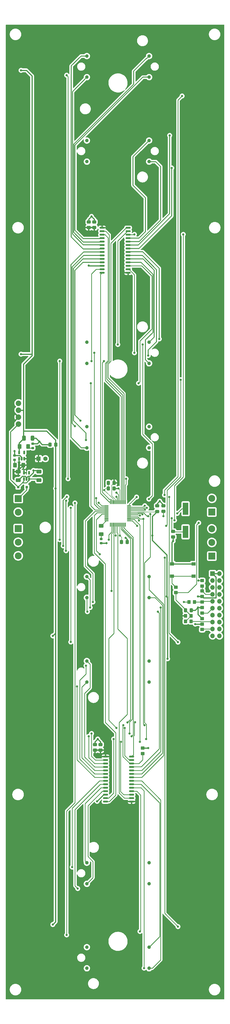
<source format=gbr>
%TF.GenerationSoftware,KiCad,Pcbnew,(6.0.6-0)*%
%TF.CreationDate,2022-11-06T01:46:37-08:00*%
%TF.ProjectId,Slave Board,536c6176-6520-4426-9f61-72642e6b6963,rev?*%
%TF.SameCoordinates,Original*%
%TF.FileFunction,Copper,L1,Top*%
%TF.FilePolarity,Positive*%
%FSLAX46Y46*%
G04 Gerber Fmt 4.6, Leading zero omitted, Abs format (unit mm)*
G04 Created by KiCad (PCBNEW (6.0.6-0)) date 2022-11-06 01:46:37*
%MOMM*%
%LPD*%
G01*
G04 APERTURE LIST*
G04 Aperture macros list*
%AMRoundRect*
0 Rectangle with rounded corners*
0 $1 Rounding radius*
0 $2 $3 $4 $5 $6 $7 $8 $9 X,Y pos of 4 corners*
0 Add a 4 corners polygon primitive as box body*
4,1,4,$2,$3,$4,$5,$6,$7,$8,$9,$2,$3,0*
0 Add four circle primitives for the rounded corners*
1,1,$1+$1,$2,$3*
1,1,$1+$1,$4,$5*
1,1,$1+$1,$6,$7*
1,1,$1+$1,$8,$9*
0 Add four rect primitives between the rounded corners*
20,1,$1+$1,$2,$3,$4,$5,0*
20,1,$1+$1,$4,$5,$6,$7,0*
20,1,$1+$1,$6,$7,$8,$9,0*
20,1,$1+$1,$8,$9,$2,$3,0*%
G04 Aperture macros list end*
%TA.AperFunction,SMDPad,CuDef*%
%ADD10RoundRect,0.250000X0.337500X0.475000X-0.337500X0.475000X-0.337500X-0.475000X0.337500X-0.475000X0*%
%TD*%
%TA.AperFunction,SMDPad,CuDef*%
%ADD11RoundRect,0.250000X-0.350000X-0.450000X0.350000X-0.450000X0.350000X0.450000X-0.350000X0.450000X0*%
%TD*%
%TA.AperFunction,SMDPad,CuDef*%
%ADD12RoundRect,0.250000X0.400000X0.625000X-0.400000X0.625000X-0.400000X-0.625000X0.400000X-0.625000X0*%
%TD*%
%TA.AperFunction,SMDPad,CuDef*%
%ADD13RoundRect,0.075000X0.662500X0.075000X-0.662500X0.075000X-0.662500X-0.075000X0.662500X-0.075000X0*%
%TD*%
%TA.AperFunction,SMDPad,CuDef*%
%ADD14RoundRect,0.075000X0.075000X0.662500X-0.075000X0.662500X-0.075000X-0.662500X0.075000X-0.662500X0*%
%TD*%
%TA.AperFunction,SMDPad,CuDef*%
%ADD15RoundRect,0.250000X0.350000X0.450000X-0.350000X0.450000X-0.350000X-0.450000X0.350000X-0.450000X0*%
%TD*%
%TA.AperFunction,ComponentPad*%
%ADD16C,1.305560*%
%TD*%
%TA.AperFunction,SMDPad,CuDef*%
%ADD17RoundRect,0.218750X0.256250X-0.218750X0.256250X0.218750X-0.256250X0.218750X-0.256250X-0.218750X0*%
%TD*%
%TA.AperFunction,ComponentPad*%
%ADD18R,1.700000X1.700000*%
%TD*%
%TA.AperFunction,ComponentPad*%
%ADD19O,1.700000X1.700000*%
%TD*%
%TA.AperFunction,SMDPad,CuDef*%
%ADD20RoundRect,0.250000X-0.412500X-0.650000X0.412500X-0.650000X0.412500X0.650000X-0.412500X0.650000X0*%
%TD*%
%TA.AperFunction,SMDPad,CuDef*%
%ADD21RoundRect,0.218750X-0.256250X0.218750X-0.256250X-0.218750X0.256250X-0.218750X0.256250X0.218750X0*%
%TD*%
%TA.AperFunction,SMDPad,CuDef*%
%ADD22RoundRect,0.150000X-0.750000X-0.150000X0.750000X-0.150000X0.750000X0.150000X-0.750000X0.150000X0*%
%TD*%
%TA.AperFunction,SMDPad,CuDef*%
%ADD23RoundRect,0.150000X0.150000X-0.512500X0.150000X0.512500X-0.150000X0.512500X-0.150000X-0.512500X0*%
%TD*%
%TA.AperFunction,SMDPad,CuDef*%
%ADD24RoundRect,0.250000X0.475000X-0.337500X0.475000X0.337500X-0.475000X0.337500X-0.475000X-0.337500X0*%
%TD*%
%TA.AperFunction,SMDPad,CuDef*%
%ADD25RoundRect,0.250000X-0.650000X0.412500X-0.650000X-0.412500X0.650000X-0.412500X0.650000X0.412500X0*%
%TD*%
%TA.AperFunction,SMDPad,CuDef*%
%ADD26RoundRect,0.250000X0.450000X-0.350000X0.450000X0.350000X-0.450000X0.350000X-0.450000X-0.350000X0*%
%TD*%
%TA.AperFunction,SMDPad,CuDef*%
%ADD27RoundRect,0.250000X-0.400000X-0.625000X0.400000X-0.625000X0.400000X0.625000X-0.400000X0.625000X0*%
%TD*%
%TA.AperFunction,ComponentPad*%
%ADD28C,2.020000*%
%TD*%
%TA.AperFunction,SMDPad,CuDef*%
%ADD29RoundRect,0.250000X-0.450000X0.350000X-0.450000X-0.350000X0.450000X-0.350000X0.450000X0.350000X0*%
%TD*%
%TA.AperFunction,ComponentPad*%
%ADD30R,2.500000X2.500000*%
%TD*%
%TA.AperFunction,ComponentPad*%
%ADD31C,2.500000*%
%TD*%
%TA.AperFunction,SMDPad,CuDef*%
%ADD32RoundRect,0.250000X-0.337500X-0.475000X0.337500X-0.475000X0.337500X0.475000X-0.337500X0.475000X0*%
%TD*%
%TA.AperFunction,ComponentPad*%
%ADD33R,1.600000X1.600000*%
%TD*%
%TA.AperFunction,ComponentPad*%
%ADD34C,1.600000*%
%TD*%
%TA.AperFunction,SMDPad,CuDef*%
%ADD35RoundRect,0.250000X-0.625000X0.400000X-0.625000X-0.400000X0.625000X-0.400000X0.625000X0.400000X0*%
%TD*%
%TA.AperFunction,SMDPad,CuDef*%
%ADD36RoundRect,0.250000X0.650000X-0.412500X0.650000X0.412500X-0.650000X0.412500X-0.650000X-0.412500X0*%
%TD*%
%TA.AperFunction,SMDPad,CuDef*%
%ADD37R,1.550000X1.300000*%
%TD*%
%TA.AperFunction,SMDPad,CuDef*%
%ADD38R,2.000000X4.500000*%
%TD*%
%TA.AperFunction,SMDPad,CuDef*%
%ADD39R,0.900000X0.950000*%
%TD*%
%TA.AperFunction,ViaPad*%
%ADD40C,0.800000*%
%TD*%
%TA.AperFunction,Conductor*%
%ADD41C,0.406400*%
%TD*%
%TA.AperFunction,Conductor*%
%ADD42C,0.200000*%
%TD*%
%TA.AperFunction,Conductor*%
%ADD43C,0.250000*%
%TD*%
%TA.AperFunction,Conductor*%
%ADD44C,0.304800*%
%TD*%
G04 APERTURE END LIST*
D10*
%TO.P,C25,1*%
%TO.N,+3.3V*%
X222037500Y-180000000D03*
%TO.P,C25,2*%
%TO.N,GND*%
X219962500Y-180000000D03*
%TD*%
D11*
%TO.P,R18,1*%
%TO.N,+5V*%
X269764000Y-242824000D03*
%TO.P,R18,2*%
%TO.N,Net-(C18-Pad2)*%
X271764000Y-242824000D03*
%TD*%
D12*
%TO.P,R21,1*%
%TO.N,+5V*%
X210134800Y-187553600D03*
%TO.P,R21,2*%
%TO.N,Net-(D2-Pad2)*%
X207034800Y-187553600D03*
%TD*%
D13*
%TO.P,U1,1,PIO2_6*%
%TO.N,/HAll B Hour - 1*%
X249018500Y-207982000D03*
%TO.P,U1,2,PIO2_0/~{DTR}/SSEL1*%
%TO.N,/F(SCX)D - 2*%
X249018500Y-207482000D03*
%TO.P,U1,3,~{RESET}/PIO0_0*%
%TO.N,Net-(C18-Pad2)*%
X249018500Y-206982000D03*
%TO.P,U1,4,PIO0_1/CLKOUT/CT32B0_MAT2*%
%TO.N,/Driver Reset*%
X249018500Y-206482000D03*
%TO.P,U1,5,VSS*%
%TO.N,GND*%
X249018500Y-205982000D03*
%TO.P,U1,6,XTALIN*%
%TO.N,Net-(C1-Pad2)*%
X249018500Y-205482000D03*
%TO.P,U1,7,XTALOUT*%
%TO.N,Net-(C2-Pad1)*%
X249018500Y-204982000D03*
%TO.P,U1,8,VDD*%
%TO.N,+3.3V*%
X249018500Y-204482000D03*
%TO.P,U1,9,PIO1_8/CT16B1_CAP0*%
%TO.N,/CW{slash}~{CCWC} - 2*%
X249018500Y-203982000D03*
%TO.P,U1,10,PIO0_2/SSEL0/CT16B0_CAP0*%
%TO.N,/CW{slash}~{CCWA} - 1*%
X249018500Y-203482000D03*
%TO.P,U1,11,PIO2_7*%
%TO.N,/HAll A Min - 2*%
X249018500Y-202982000D03*
%TO.P,U1,12,PIO2_8*%
%TO.N,/HAll A Hour - 2*%
X249018500Y-202482000D03*
D14*
%TO.P,U1,13,PIO2_1/~{DSR}/SCK1*%
%TO.N,/HAll A Min - 1 *%
X247606000Y-201069500D03*
%TO.P,U1,14,PIO0_3*%
%TO.N,/F(SCX)A - 1 *%
X247106000Y-201069500D03*
%TO.P,U1,15,PIO0_4/SCL*%
%TO.N,/CW{slash}~{CCWB} - 1*%
X246606000Y-201069500D03*
%TO.P,U1,16,PIO0_5/SDA*%
%TO.N,/F(SCX)B - 1 *%
X246106000Y-201069500D03*
%TO.P,U1,17,VDD_CAN*%
%TO.N,+3.3V*%
X245606000Y-201069500D03*
%TO.P,U1,18,CANL*%
%TO.N,/CANL*%
X245106000Y-201069500D03*
%TO.P,U1,19,CANH*%
%TO.N,/CANH*%
X244606000Y-201069500D03*
%TO.P,U1,20,VCC*%
%TO.N,+5V*%
X244106000Y-201069500D03*
%TO.P,U1,21,GND*%
%TO.N,GND*%
X243606000Y-201069500D03*
%TO.P,U1,22,STB*%
X243106000Y-201069500D03*
%TO.P,U1,23,PIO0_6/SCK0*%
%TO.N,/CW{slash}~{CCWC} - 1 *%
X242606000Y-201069500D03*
%TO.P,U1,24,PIO0_7/~{CTS}*%
%TO.N,/F(SCX)C - 1 *%
X242106000Y-201069500D03*
D13*
%TO.P,U1,25,PIO2_10*%
%TO.N,/HAll B Min - 2*%
X240693500Y-202482000D03*
%TO.P,U1,26,PIO2_2/~{DCD}/MISO1*%
%TO.N,/HAll A Hour - 1*%
X240693500Y-202982000D03*
%TO.P,U1,27,PIO0_8/MISO0/CT16B0_MAT0*%
%TO.N,/CW{slash}~{CCWD} - 1*%
X240693500Y-203482000D03*
%TO.P,U1,28,PIO0_9/MOSI0/CT16B0_MAT1*%
%TO.N,/F(SCX)D - 1 *%
X240693500Y-203982000D03*
%TO.P,U1,29,SWCLK/PIO0_10/SCK0/CT16B0_MAT2*%
%TO.N,/SWCLK *%
X240693500Y-204482000D03*
%TO.P,U1,30,PIO1_10/AD6/CT16B1_MAT1*%
%TO.N,/F(SCX)C - 2*%
X240693500Y-204982000D03*
%TO.P,U1,31,PIO2_11/SCK0*%
%TO.N,/HAll B Hour - 2*%
X240693500Y-205482000D03*
%TO.P,U1,32,R/PIO0_11/AD0/CT32B0_MAT3*%
%TO.N,unconnected-(U1-Pad32)*%
X240693500Y-205982000D03*
%TO.P,U1,33,R/PIO1_0/AD1/CT32B1_CAP0*%
%TO.N,unconnected-(U1-Pad33)*%
X240693500Y-206482000D03*
%TO.P,U1,34,R/PIO1_1/AD2/CT32B1_MAT0*%
%TO.N,unconnected-(U1-Pad34)*%
X240693500Y-206982000D03*
%TO.P,U1,35,R/PIO1_2/AD3/CT32B1_MAT1*%
%TO.N,unconnected-(U1-Pad35)*%
X240693500Y-207482000D03*
%TO.P,U1,36,PIO3_0/~{DTR}*%
%TO.N,Net-(R22-Pad1)*%
X240693500Y-207982000D03*
D14*
%TO.P,U1,37,PIO3_1/~{DSR}*%
%TO.N,unconnected-(U1-Pad37)*%
X242106000Y-209394500D03*
%TO.P,U1,38,PIO2_3/~{RI}/MOSI1*%
%TO.N,/HAll B Min - 1*%
X242606000Y-209394500D03*
%TO.P,U1,39,SWDIO/PIO1_3/AD4/CT32B1_MAT2*%
%TO.N,/SWDIO*%
X243106000Y-209394500D03*
%TO.P,U1,40,PIO1_4/AD5/CT32B1_MAT3/WAKEUP*%
%TO.N,/CW{slash}~{CCWA} - 2*%
X243606000Y-209394500D03*
%TO.P,U1,41,VSS*%
%TO.N,GND*%
X244106000Y-209394500D03*
%TO.P,U1,42,PIO1_11/AD7*%
%TO.N,/CW{slash}~{CCWD} - 2*%
X244606000Y-209394500D03*
%TO.P,U1,43,PIO3_2/~{DCD}*%
%TO.N,unconnected-(U1-Pad43)*%
X245106000Y-209394500D03*
%TO.P,U1,44,VDD*%
%TO.N,+3.3V*%
X245606000Y-209394500D03*
%TO.P,U1,45,PIO1_5/~{RTS}/CT32B0_CAP0*%
%TO.N,/F(SCX)A - 2*%
X246106000Y-209394500D03*
%TO.P,U1,46,PIO1_6/RXD/CT32B0_MAT0*%
%TO.N,/CW{slash}~{CCWB} - 2*%
X246606000Y-209394500D03*
%TO.P,U1,47,PIO1_7/TXD/CT32B0_MAT1*%
%TO.N,/F(SCX)B - 2*%
X247106000Y-209394500D03*
%TO.P,U1,48,PIO3_3/~{RI}*%
%TO.N,unconnected-(U1-Pad48)*%
X247606000Y-209394500D03*
%TD*%
D15*
%TO.P,R16,1*%
%TO.N,/RESET*%
X271764000Y-244856000D03*
%TO.P,R16,2*%
%TO.N,Net-(C18-Pad2)*%
X269764000Y-244856000D03*
%TD*%
D16*
%TO.P,M4,A1*%
%TO.N,/D1*%
X256350000Y-372159500D03*
%TO.P,M4,A2*%
%TO.N,/D2*%
X256350000Y-364409500D03*
%TO.P,M4,A3*%
%TO.N,/D3*%
X233490000Y-364409500D03*
%TO.P,M4,A4*%
%TO.N,/D4*%
X233490000Y-372159500D03*
%TO.P,M4,B1*%
%TO.N,/D8*%
X233490000Y-333419500D03*
%TO.P,M4,B2*%
%TO.N,/D7*%
X233490000Y-341169500D03*
%TO.P,M4,B3*%
%TO.N,/D6*%
X256350000Y-341169500D03*
%TO.P,M4,B4*%
%TO.N,/D5*%
X256350000Y-333419500D03*
%TD*%
%TO.P,M2,A1*%
%TO.N,/B1*%
X233490000Y-142422000D03*
%TO.P,M2,A2*%
%TO.N,/B2*%
X233490000Y-150172000D03*
%TO.P,M2,A3*%
%TO.N,/B3*%
X256350000Y-150172000D03*
%TO.P,M2,A4*%
%TO.N,/B4*%
X256350000Y-142422000D03*
%TO.P,M2,B1*%
%TO.N,/B8*%
X256350000Y-181162000D03*
%TO.P,M2,B2*%
%TO.N,/B7*%
X256350000Y-173412000D03*
%TO.P,M2,B3*%
%TO.N,/B6*%
X233490000Y-173412000D03*
%TO.P,M2,B4*%
%TO.N,/B5*%
X233490000Y-181162000D03*
%TD*%
D17*
%TO.P,D4,1,K*%
%TO.N,GND*%
X238760000Y-216179500D03*
%TO.P,D4,2,A*%
%TO.N,Net-(D4-Pad2)*%
X238760000Y-214604500D03*
%TD*%
D18*
%TO.P,J1,1,Pin_1*%
%TO.N,+3.3V*%
X279649000Y-227335000D03*
D19*
%TO.P,J1,2,Pin_2*%
X282189000Y-227335000D03*
%TO.P,J1,3,Pin_3*%
%TO.N,unconnected-(J1-Pad3)*%
X279649000Y-229875000D03*
%TO.P,J1,4,Pin_4*%
%TO.N,GND*%
X282189000Y-229875000D03*
%TO.P,J1,5,Pin_5*%
%TO.N,unconnected-(J1-Pad5)*%
X279649000Y-232415000D03*
%TO.P,J1,6,Pin_6*%
%TO.N,GND*%
X282189000Y-232415000D03*
%TO.P,J1,7,Pin_7*%
%TO.N,Net-(J1-Pad7)*%
X279649000Y-234955000D03*
%TO.P,J1,8,Pin_8*%
%TO.N,GND*%
X282189000Y-234955000D03*
%TO.P,J1,9,Pin_9*%
%TO.N,Net-(J1-Pad9)*%
X279649000Y-237495000D03*
%TO.P,J1,10,Pin_10*%
%TO.N,GND*%
X282189000Y-237495000D03*
%TO.P,J1,11,Pin_11*%
%TO.N,Net-(J1-Pad11)*%
X279649000Y-240035000D03*
%TO.P,J1,12,Pin_12*%
%TO.N,GND*%
X282189000Y-240035000D03*
%TO.P,J1,13,Pin_13*%
%TO.N,unconnected-(J1-Pad13)*%
X279649000Y-242575000D03*
%TO.P,J1,14,Pin_14*%
%TO.N,GND*%
X282189000Y-242575000D03*
%TO.P,J1,15,Pin_15*%
%TO.N,/RESET*%
X279649000Y-245115000D03*
%TO.P,J1,16,Pin_16*%
%TO.N,GND*%
X282189000Y-245115000D03*
%TO.P,J1,17,Pin_17*%
%TO.N,Net-(J1-Pad17)*%
X279649000Y-247655000D03*
%TO.P,J1,18,Pin_18*%
%TO.N,GND*%
X282189000Y-247655000D03*
%TO.P,J1,19,Pin_19*%
%TO.N,unconnected-(J1-Pad19)*%
X279649000Y-250195000D03*
%TO.P,J1,20,Pin_20*%
%TO.N,GND*%
X282189000Y-250195000D03*
%TD*%
D20*
%TO.P,C17,1*%
%TO.N,+3.3V*%
X210400500Y-177673000D03*
%TO.P,C17,2*%
%TO.N,GND*%
X213525500Y-177673000D03*
%TD*%
D21*
%TO.P,D3,1,K*%
%TO.N,GND*%
X213614000Y-179679500D03*
%TO.P,D3,2,A*%
%TO.N,Net-(D3-Pad2)*%
X213614000Y-181254500D03*
%TD*%
D16*
%TO.P,M1,A1*%
%TO.N,/A1*%
X233490000Y-37422000D03*
%TO.P,M1,A2*%
%TO.N,/A2*%
X233490000Y-45172000D03*
%TO.P,M1,A3*%
%TO.N,/A3*%
X256350000Y-45172000D03*
%TO.P,M1,A4*%
%TO.N,/A4*%
X256350000Y-37422000D03*
%TO.P,M1,B1*%
%TO.N,/A8*%
X256350000Y-76162000D03*
%TO.P,M1,B2*%
%TO.N,/A7*%
X256350000Y-68412000D03*
%TO.P,M1,B3*%
%TO.N,/A6*%
X233490000Y-68412000D03*
%TO.P,M1,B4*%
%TO.N,/A5*%
X233490000Y-76162000D03*
%TD*%
%TO.P,M3,A1*%
%TO.N,/C1*%
X256350000Y-267162000D03*
%TO.P,M3,A2*%
%TO.N,/C2*%
X256350000Y-259412000D03*
%TO.P,M3,A3*%
%TO.N,/C3*%
X233490000Y-259412000D03*
%TO.P,M3,A4*%
%TO.N,/C4*%
X233490000Y-267162000D03*
%TO.P,M3,B1*%
%TO.N,/C8*%
X233490000Y-228422000D03*
%TO.P,M3,B2*%
%TO.N,/C7*%
X233490000Y-236172000D03*
%TO.P,M3,B3*%
%TO.N,/C6*%
X256350000Y-236172000D03*
%TO.P,M3,B4*%
%TO.N,/C5*%
X256350000Y-228422000D03*
%TD*%
D22*
%TO.P,U2,1,VDD*%
%TO.N,+5V*%
X239040000Y-100457000D03*
%TO.P,U2,2,CW/~{CCWB}*%
%TO.N,/CW{slash}~{CCWB} - 1*%
X239040000Y-101727000D03*
%TO.P,U2,3,F(SCX)B*%
%TO.N,/F(SCX)B - 1 *%
X239040000Y-102997000D03*
%TO.P,U2,4,OUT3A*%
%TO.N,/A3*%
X239040000Y-104267000D03*
%TO.P,U2,5,OUT4A*%
%TO.N,/A4*%
X239040000Y-105537000D03*
%TO.P,U2,6,OUT2A*%
%TO.N,/A2*%
X239040000Y-106807000D03*
%TO.P,U2,7,OUT1A*%
%TO.N,/A1*%
X239040000Y-108077000D03*
%TO.P,U2,8,OUT1D*%
%TO.N,/B5*%
X239040000Y-109347000D03*
%TO.P,U2,9,OUT2D*%
%TO.N,/B6*%
X239040000Y-110617000D03*
%TO.P,U2,10,OUT4D*%
%TO.N,/B8*%
X239040000Y-111887000D03*
%TO.P,U2,11,OUT3D*%
%TO.N,/B7*%
X239040000Y-113157000D03*
%TO.P,U2,12,VSS*%
%TO.N,GND*%
X239040000Y-114427000D03*
%TO.P,U2,13,CW/~{CCWC}*%
%TO.N,/CW{slash}~{CCWC} - 1 *%
X239040000Y-115697000D03*
%TO.P,U2,14,F(SCX)C*%
%TO.N,/F(SCX)C - 1 *%
X239040000Y-116967000D03*
%TO.P,U2,15,VDD1*%
%TO.N,+5V*%
X248640000Y-116967000D03*
%TO.P,U2,16,CW/~{CCWD}*%
%TO.N,/CW{slash}~{CCWD} - 1*%
X248640000Y-115697000D03*
%TO.P,U2,17,F(SCX)D*%
%TO.N,/F(SCX)D - 1 *%
X248640000Y-114427000D03*
%TO.P,U2,18,OUT3C*%
%TO.N,/B3*%
X248640000Y-113157000D03*
%TO.P,U2,19,OUT4C*%
%TO.N,/B4*%
X248640000Y-111887000D03*
%TO.P,U2,20,OUT2C*%
%TO.N,/B2*%
X248640000Y-110617000D03*
%TO.P,U2,21,OUT1C*%
%TO.N,/B1*%
X248640000Y-109347000D03*
%TO.P,U2,22,OUT1B*%
%TO.N,/A5*%
X248640000Y-108077000D03*
%TO.P,U2,23,OUT2B*%
%TO.N,/A6*%
X248640000Y-106807000D03*
%TO.P,U2,24,OUT4B*%
%TO.N,/A8*%
X248640000Y-105537000D03*
%TO.P,U2,25,OUT3B*%
%TO.N,/A7*%
X248640000Y-104267000D03*
%TO.P,U2,26,~{RESET}*%
%TO.N,/Driver Reset*%
X248640000Y-102997000D03*
%TO.P,U2,27,CW/~{CCWA}*%
%TO.N,/CW{slash}~{CCWA} - 1*%
X248640000Y-101727000D03*
%TO.P,U2,28,F(SCX)A*%
%TO.N,/F(SCX)A - 1 *%
X248640000Y-100457000D03*
%TD*%
D23*
%TO.P,U13,1,IN*%
%TO.N,+5V*%
X208600000Y-185160500D03*
%TO.P,U13,2,GND*%
%TO.N,GND*%
X209550000Y-185160500D03*
%TO.P,U13,3,EN*%
%TO.N,+5V*%
X210500000Y-185160500D03*
%TO.P,U13,4,NC*%
%TO.N,unconnected-(U13-Pad4)*%
X210500000Y-182885500D03*
%TO.P,U13,5,OUT*%
%TO.N,+3.3V*%
X208600000Y-182885500D03*
%TD*%
D24*
%TO.P,C24,1*%
%TO.N,+5V*%
X238506000Y-292121500D03*
%TO.P,C24,2*%
%TO.N,GND*%
X238506000Y-290046500D03*
%TD*%
D25*
%TO.P,C15,1*%
%TO.N,+5V*%
X208280000Y-189953500D03*
%TO.P,C15,2*%
%TO.N,GND*%
X208280000Y-193078500D03*
%TD*%
D26*
%TO.P,R1,1*%
%TO.N,+3.3V*%
X275844000Y-235696000D03*
%TO.P,R1,2*%
%TO.N,Net-(J1-Pad7)*%
X275844000Y-233696000D03*
%TD*%
D27*
%TO.P,R14,1*%
%TO.N,+3.3V*%
X208762000Y-180721000D03*
%TO.P,R14,2*%
%TO.N,Net-(D3-Pad2)*%
X211862000Y-180721000D03*
%TD*%
D28*
%TO.P,J6,1*%
%TO.N,GND*%
X208381600Y-164820600D03*
%TO.P,J6,2*%
%TO.N,+3.3V*%
X208381600Y-167360600D03*
%TO.P,J6,3*%
%TO.N,+5V*%
X208381600Y-169900600D03*
%TO.P,J6,4*%
%TO.N,VBUS*%
X208381600Y-172440600D03*
%TD*%
D29*
%TO.P,R3,1*%
%TO.N,Net-(J1-Pad11)*%
X275844000Y-241824000D03*
%TO.P,R3,2*%
%TO.N,GND*%
X275844000Y-243824000D03*
%TD*%
D30*
%TO.P,J4,1*%
%TO.N,Net-(D1-PadA)*%
X208280000Y-199792000D03*
D31*
%TO.P,J4,2*%
%TO.N,GND*%
X208280000Y-204792000D03*
%TD*%
D32*
%TO.P,C16,1*%
%TO.N,GND*%
X241405500Y-196088000D03*
%TO.P,C16,2*%
%TO.N,+3.3V*%
X243480500Y-196088000D03*
%TD*%
D24*
%TO.P,C2,1*%
%TO.N,Net-(C2-Pad1)*%
X261620000Y-204491500D03*
%TO.P,C2,2*%
%TO.N,GND*%
X261620000Y-202416500D03*
%TD*%
D26*
%TO.P,R2,1*%
%TO.N,Net-(J1-Pad17)*%
X275844000Y-247872000D03*
%TO.P,R2,2*%
%TO.N,GND*%
X275844000Y-245872000D03*
%TD*%
D33*
%TO.P,C20,1*%
%TO.N,+5V*%
X215747600Y-185166000D03*
D34*
%TO.P,C20,2*%
%TO.N,GND*%
X218247600Y-185166000D03*
%TD*%
D26*
%TO.P,R23,1*%
%TO.N,/Driver Reset*%
X254000000Y-293354000D03*
%TO.P,R23,2*%
%TO.N,GND*%
X254000000Y-291354000D03*
%TD*%
D21*
%TO.P,D2,1,K*%
%TO.N,GND*%
X206883000Y-183997500D03*
%TO.P,D2,2,A*%
%TO.N,Net-(D2-Pad2)*%
X206883000Y-185572500D03*
%TD*%
D15*
%TO.P,R15,1*%
%TO.N,Net-(J1-Pad9)*%
X273034000Y-237744000D03*
%TO.P,R15,2*%
%TO.N,/SWCLK *%
X271034000Y-237744000D03*
%TD*%
D24*
%TO.P,C22,1*%
%TO.N,+5V*%
X236474000Y-292121500D03*
%TO.P,C22,2*%
%TO.N,GND*%
X236474000Y-290046500D03*
%TD*%
D29*
%TO.P,R4,1*%
%TO.N,Net-(J1-Pad9)*%
X275844000Y-237760000D03*
%TO.P,R4,2*%
%TO.N,GND*%
X275844000Y-239760000D03*
%TD*%
D10*
%TO.P,C18,1*%
%TO.N,GND*%
X271801500Y-240792000D03*
%TO.P,C18,2*%
%TO.N,Net-(C18-Pad2)*%
X269726500Y-240792000D03*
%TD*%
D35*
%TO.P,R22,1*%
%TO.N,Net-(R22-Pad1)*%
X238760000Y-209778000D03*
%TO.P,R22,2*%
%TO.N,Net-(D4-Pad2)*%
X238760000Y-212878000D03*
%TD*%
D24*
%TO.P,C21,1*%
%TO.N,+5V*%
X236220000Y-100351500D03*
%TO.P,C21,2*%
%TO.N,GND*%
X236220000Y-98276500D03*
%TD*%
D10*
%TO.P,C5,1*%
%TO.N,+5V*%
X243480500Y-194056000D03*
%TO.P,C5,2*%
%TO.N,GND*%
X241405500Y-194056000D03*
%TD*%
D36*
%TO.P,C14,1*%
%TO.N,VBUS*%
X215900000Y-193078500D03*
%TO.P,C14,2*%
%TO.N,GND*%
X215900000Y-189953500D03*
%TD*%
D24*
%TO.P,C1,1*%
%TO.N,GND*%
X265176000Y-213889500D03*
%TO.P,C1,2*%
%TO.N,Net-(C1-Pad2)*%
X265176000Y-211814500D03*
%TD*%
D37*
%TO.P,SW1,1,1*%
%TO.N,Net-(R20-Pad2)*%
X272707000Y-228310000D03*
%TO.P,SW1,2,2*%
X264757000Y-228310000D03*
%TO.P,SW1,3,K*%
%TO.N,GND*%
X272707000Y-223810000D03*
%TO.P,SW1,4,A*%
X264757000Y-223810000D03*
%TD*%
D32*
%TO.P,C4,1*%
%TO.N,+3.3V*%
X246212500Y-215750000D03*
%TO.P,C4,2*%
%TO.N,GND*%
X248287500Y-215750000D03*
%TD*%
D30*
%TO.P,J5,1*%
%TO.N,/CANH*%
X279400000Y-220900000D03*
D31*
%TO.P,J5,2*%
%TO.N,/CANL*%
X279400000Y-215900000D03*
%TO.P,J5,3*%
%TO.N,GND*%
X279400000Y-210900000D03*
%TD*%
D38*
%TO.P,Y1,1,1*%
%TO.N,Net-(C2-Pad1)*%
X269748000Y-203522000D03*
%TO.P,Y1,2,2*%
%TO.N,Net-(C1-Pad2)*%
X269748000Y-212022000D03*
%TD*%
D30*
%TO.P,J2,1*%
%TO.N,Net-(D1-PadA)*%
X279400000Y-204724000D03*
D31*
%TO.P,J2,2*%
%TO.N,GND*%
X279400000Y-199724000D03*
%TD*%
D24*
%TO.P,C3,1*%
%TO.N,+3.3V*%
X259334000Y-204537500D03*
%TO.P,C3,2*%
%TO.N,GND*%
X259334000Y-202462500D03*
%TD*%
D23*
%TO.P,U12,1,IN*%
%TO.N,VBUS*%
X210378000Y-192653500D03*
%TO.P,U12,2,GND*%
%TO.N,GND*%
X211328000Y-192653500D03*
%TO.P,U12,3,EN*%
%TO.N,VBUS*%
X212278000Y-192653500D03*
%TO.P,U12,4,NC*%
%TO.N,unconnected-(U12-Pad4)*%
X212278000Y-190378500D03*
%TO.P,U12,5,OUT*%
%TO.N,+5V*%
X210378000Y-190378500D03*
%TD*%
D22*
%TO.P,U3,1,VDD*%
%TO.N,+5V*%
X240310000Y-294513000D03*
%TO.P,U3,2,CW/~{CCWB}*%
%TO.N,/CW{slash}~{CCWB} - 2*%
X240310000Y-295783000D03*
%TO.P,U3,3,F(SCX)B*%
%TO.N,/F(SCX)B - 2*%
X240310000Y-297053000D03*
%TO.P,U3,4,OUT3A*%
%TO.N,/C3*%
X240310000Y-298323000D03*
%TO.P,U3,5,OUT4A*%
%TO.N,/C4*%
X240310000Y-299593000D03*
%TO.P,U3,6,OUT2A*%
%TO.N,/C2*%
X240310000Y-300863000D03*
%TO.P,U3,7,OUT1A*%
%TO.N,/C1*%
X240310000Y-302133000D03*
%TO.P,U3,8,OUT1D*%
%TO.N,/D5*%
X240310000Y-303403000D03*
%TO.P,U3,9,OUT2D*%
%TO.N,/D6*%
X240310000Y-304673000D03*
%TO.P,U3,10,OUT4D*%
%TO.N,/D8*%
X240310000Y-305943000D03*
%TO.P,U3,11,OUT3D*%
%TO.N,/D7*%
X240310000Y-307213000D03*
%TO.P,U3,12,VSS*%
%TO.N,GND*%
X240310000Y-308483000D03*
%TO.P,U3,13,CW/~{CCWC}*%
%TO.N,/CW{slash}~{CCWC} - 2*%
X240310000Y-309753000D03*
%TO.P,U3,14,F(SCX)C*%
%TO.N,/F(SCX)C - 2*%
X240310000Y-311023000D03*
%TO.P,U3,15,VDD1*%
%TO.N,+5V*%
X249910000Y-311023000D03*
%TO.P,U3,16,CW/~{CCWD}*%
%TO.N,/CW{slash}~{CCWD} - 2*%
X249910000Y-309753000D03*
%TO.P,U3,17,F(SCX)D*%
%TO.N,/F(SCX)D - 2*%
X249910000Y-308483000D03*
%TO.P,U3,18,OUT3C*%
%TO.N,/D3*%
X249910000Y-307213000D03*
%TO.P,U3,19,OUT4C*%
%TO.N,/D4*%
X249910000Y-305943000D03*
%TO.P,U3,20,OUT2C*%
%TO.N,/D2*%
X249910000Y-304673000D03*
%TO.P,U3,21,OUT1C*%
%TO.N,/D1*%
X249910000Y-303403000D03*
%TO.P,U3,22,OUT1B*%
%TO.N,/C5*%
X249910000Y-302133000D03*
%TO.P,U3,23,OUT2B*%
%TO.N,/C6*%
X249910000Y-300863000D03*
%TO.P,U3,24,OUT4B*%
%TO.N,/C8*%
X249910000Y-299593000D03*
%TO.P,U3,25,OUT3B*%
%TO.N,/C7*%
X249910000Y-298323000D03*
%TO.P,U3,26,~{RESET}*%
%TO.N,/Driver Reset*%
X249910000Y-297053000D03*
%TO.P,U3,27,CW/~{CCWA}*%
%TO.N,/CW{slash}~{CCWA} - 2*%
X249910000Y-295783000D03*
%TO.P,U3,28,F(SCX)A*%
%TO.N,/F(SCX)A - 2*%
X249910000Y-294513000D03*
%TD*%
D24*
%TO.P,C23,1*%
%TO.N,+5V*%
X234188000Y-100351500D03*
%TO.P,C23,2*%
%TO.N,GND*%
X234188000Y-98276500D03*
%TD*%
D26*
%TO.P,R20,1*%
%TO.N,Net-(C18-Pad2)*%
X266192000Y-234299000D03*
%TO.P,R20,2*%
%TO.N,Net-(R20-Pad2)*%
X266192000Y-232299000D03*
%TD*%
D39*
%TO.P,D1,A*%
%TO.N,Net-(D1-PadA)*%
X211379000Y-195580000D03*
%TO.P,D1,K*%
%TO.N,VBUS*%
X208229000Y-195580000D03*
%TD*%
D26*
%TO.P,R19,1*%
%TO.N,Net-(J1-Pad7)*%
X275844000Y-231886000D03*
%TO.P,R19,2*%
%TO.N,/SWDIO*%
X275844000Y-229886000D03*
%TD*%
D30*
%TO.P,J3,1*%
%TO.N,/CANH*%
X208280000Y-210820000D03*
D31*
%TO.P,J3,2*%
%TO.N,/CANL*%
X208280000Y-215820000D03*
%TO.P,J3,3*%
%TO.N,GND*%
X208280000Y-220820000D03*
%TD*%
D40*
%TO.N,GND*%
X237236000Y-310896000D03*
X239877600Y-196723000D03*
X273304000Y-245872000D03*
X247750000Y-214250000D03*
X234188000Y-114300000D03*
X244094000Y-213360000D03*
X206883000Y-182372000D03*
X235204000Y-96266000D03*
X213868000Y-189484000D03*
X274320000Y-239776000D03*
X240665000Y-216154000D03*
X237490000Y-288036000D03*
X252984000Y-205994000D03*
X260250000Y-200750000D03*
X265176000Y-215392000D03*
X256032000Y-291338000D03*
X216027000Y-178943000D03*
%TO.N,Net-(C1-Pad2)*%
X253899867Y-205593759D03*
X264668000Y-207010000D03*
%TO.N,Net-(C2-Pad1)*%
X266700000Y-205232000D03*
X256032000Y-206248000D03*
X261620000Y-206248000D03*
%TO.N,+3.3V*%
X209296000Y-146812000D03*
X245110000Y-196088000D03*
X262800500Y-235712000D03*
X245618000Y-213410117D03*
X209296000Y-42672000D03*
X274320000Y-235712000D03*
X257556000Y-213360000D03*
X263144000Y-258572000D03*
X220980000Y-356108000D03*
X221996000Y-196088000D03*
X220980000Y-250190000D03*
%TO.N,+5V*%
X232664000Y-190627000D03*
X243459000Y-190627000D03*
%TO.N,Net-(C18-Pad2)*%
X252619294Y-207836833D03*
X274574000Y-208711800D03*
%TO.N,/A6*%
X263906000Y-66548000D03*
%TO.N,/A5*%
X264668000Y-78486000D03*
%TO.N,/B1*%
X260096000Y-141224000D03*
%TO.N,/B2*%
X256032000Y-147320000D03*
%TO.N,/B8*%
X233172000Y-178308000D03*
%TO.N,/B7*%
X231140000Y-171196000D03*
%TO.N,/B6*%
X229108000Y-173228000D03*
%TO.N,/C1*%
X229870000Y-268732000D03*
%TO.N,/C2*%
X233172000Y-261112000D03*
%TO.N,/C8*%
X260604000Y-239776000D03*
X234696000Y-239776000D03*
%TO.N,/CANH*%
X225882200Y-200609200D03*
X225806000Y-218948000D03*
X244348000Y-199174500D03*
%TO.N,/CANL*%
X226161600Y-199136000D03*
X224790000Y-217170000D03*
X244348000Y-197625997D03*
%TO.N,/C7*%
X233680000Y-241300000D03*
X259588000Y-241300000D03*
%TO.N,/D3*%
X252984000Y-358648000D03*
%TO.N,/D6*%
X230124000Y-342900000D03*
%TO.N,/SWDIO*%
X242570000Y-233680000D03*
X274486500Y-229870000D03*
%TO.N,/SWCLK *%
X269113000Y-237744000D03*
X235712000Y-237744000D03*
%TO.N,/D5*%
X228092000Y-335026000D03*
%TO.N,/HAll A Hour - 1*%
X268478002Y-52070000D03*
X262000000Y-198500000D03*
X236894500Y-199644000D03*
%TO.N,/HAll A Min - 1 *%
X226568000Y-192532000D03*
X226060000Y-44450000D03*
X247904000Y-192532000D03*
%TO.N,/HAll A Hour - 2*%
X266954000Y-252476000D03*
X263750000Y-199250000D03*
X251750000Y-199250000D03*
%TO.N,/HAll A Min - 2*%
X254762000Y-202438000D03*
X227584000Y-203200000D03*
X227584000Y-252435300D03*
%TO.N,/HAll B Min - 1*%
X241554000Y-214884000D03*
X223520000Y-149352000D03*
X223520000Y-214884000D03*
%TO.N,/HAll B Min - 2*%
X237839944Y-201326056D03*
X226060000Y-359917998D03*
X229108000Y-201422000D03*
%TO.N,/HAll B Hour - 2*%
X262087300Y-221488000D03*
X238252000Y-220218000D03*
X266954000Y-356870000D03*
%TO.N,/HAll B Hour - 1*%
X267970000Y-156210000D03*
X251968000Y-209804000D03*
X262636000Y-209804000D03*
%TO.N,/F(SCX)D - 2*%
X252984000Y-289052000D03*
X246038500Y-289052000D03*
%TO.N,/Driver Reset*%
X254254000Y-207264000D03*
X250952000Y-102870000D03*
X268898500Y-102870000D03*
X254674500Y-282956000D03*
X265684000Y-207772000D03*
X246888000Y-282956000D03*
%TO.N,/CW{slash}~{CCWC} - 2*%
X256794000Y-205486000D03*
X254812770Y-203898536D03*
X255270000Y-288036000D03*
X243332000Y-288036000D03*
%TO.N,/CW{slash}~{CCWA} - 1*%
X255524000Y-203200000D03*
X244856000Y-143256000D03*
X256250000Y-200000000D03*
X254000000Y-143256000D03*
%TO.N,/CW{slash}~{CCWC} - 1 *%
X239776000Y-149352000D03*
X235204000Y-149352000D03*
%TO.N,/CW{slash}~{CCWD} - 1*%
X236220000Y-146304000D03*
X250952000Y-146304000D03*
%TO.N,/F(SCX)D - 1 *%
X234950000Y-157480000D03*
X252476000Y-157480000D03*
%TO.N,/CW{slash}~{CCWA} - 2*%
X244348000Y-283972000D03*
X247396000Y-283972000D03*
%TO.N,/F(SCX)A - 2*%
X248412000Y-281940000D03*
X251174500Y-281856750D03*
%TO.N,/CW{slash}~{CCWB} - 2*%
X235204000Y-286004000D03*
X249174000Y-286004000D03*
%TO.N,/F(SCX)B - 2*%
X234188000Y-287041875D03*
X249936000Y-287020000D03*
%TO.N,/D4*%
X254508000Y-372110000D03*
%TD*%
D41*
%TO.N,GND*%
X219962500Y-180000000D02*
X217084000Y-180000000D01*
X217084000Y-180000000D02*
X216027000Y-178943000D01*
D42*
X239877600Y-196672200D02*
X239877600Y-196723000D01*
D41*
X211328000Y-192158657D02*
X211898857Y-191587800D01*
X206883000Y-183997500D02*
X206883000Y-182372000D01*
X265176000Y-213889500D02*
X265176000Y-215392000D01*
X236220000Y-98276500D02*
X236220000Y-97282000D01*
X248287500Y-215750000D02*
X248287500Y-214787500D01*
X215290500Y-179679500D02*
X216027000Y-178943000D01*
D42*
X244106000Y-213348000D02*
X244094000Y-213360000D01*
D41*
X208280000Y-193078500D02*
X209770700Y-191587800D01*
D42*
X243106000Y-201069500D02*
X243606000Y-201069500D01*
D41*
X209550000Y-185160500D02*
X209550000Y-184665657D01*
X236474000Y-290046500D02*
X236474000Y-289052000D01*
X239040000Y-114427000D02*
X234315000Y-114427000D01*
X236220000Y-97282000D02*
X235204000Y-96266000D01*
D42*
X240461800Y-196088000D02*
X239877600Y-196672200D01*
X241405500Y-196088000D02*
X240461800Y-196088000D01*
D41*
X238760000Y-216179500D02*
X240639500Y-216179500D01*
X213868000Y-190233343D02*
X213868000Y-189484000D01*
X254000000Y-291354000D02*
X256016000Y-291354000D01*
X273304000Y-240792000D02*
X274320000Y-239776000D01*
X271801500Y-240792000D02*
X273304000Y-240792000D01*
X248287500Y-214787500D02*
X247750000Y-214250000D01*
D42*
X243106000Y-201069500D02*
X243106000Y-199951400D01*
D41*
X214757000Y-177673000D02*
X216027000Y-178943000D01*
X238506000Y-289052000D02*
X237490000Y-288036000D01*
X275844000Y-245872000D02*
X273304000Y-245872000D01*
X208881843Y-183997500D02*
X206883000Y-183997500D01*
X212513543Y-191587800D02*
X213868000Y-190233343D01*
X259334000Y-201666000D02*
X260250000Y-200750000D01*
X261620000Y-202120000D02*
X260250000Y-200750000D01*
X234188000Y-98276500D02*
X234188000Y-97282000D01*
X215430500Y-189484000D02*
X215900000Y-189953500D01*
X209550000Y-184665657D02*
X208881843Y-183997500D01*
X261620000Y-202416500D02*
X261620000Y-202120000D01*
X275844000Y-243824000D02*
X274320000Y-242300000D01*
X213614000Y-179679500D02*
X215290500Y-179679500D01*
X213525500Y-177673000D02*
X214757000Y-177673000D01*
D42*
X249018500Y-205982000D02*
X249030500Y-205994000D01*
D41*
X274336000Y-239760000D02*
X274320000Y-239776000D01*
X240639500Y-216179500D02*
X240665000Y-216154000D01*
X256016000Y-291354000D02*
X256032000Y-291338000D01*
X272707000Y-223810000D02*
X264757000Y-223810000D01*
X239649000Y-308483000D02*
X237236000Y-310896000D01*
D42*
X249030500Y-205994000D02*
X252984000Y-205994000D01*
D41*
X240310000Y-308483000D02*
X239649000Y-308483000D01*
X275844000Y-239760000D02*
X274336000Y-239760000D01*
X211898857Y-191587800D02*
X212513543Y-191587800D01*
X274320000Y-242300000D02*
X274320000Y-239776000D01*
X209770700Y-191587800D02*
X210757143Y-191587800D01*
X234188000Y-97282000D02*
X235204000Y-96266000D01*
X236474000Y-289052000D02*
X237490000Y-288036000D01*
X211328000Y-192158657D02*
X211328000Y-192653500D01*
X259334000Y-202462500D02*
X259334000Y-201666000D01*
X264757000Y-215811000D02*
X265176000Y-215392000D01*
X213868000Y-189484000D02*
X215430500Y-189484000D01*
D42*
X243106000Y-199951400D02*
X239877600Y-196723000D01*
X244106000Y-209394500D02*
X244106000Y-213348000D01*
D41*
X238506000Y-290046500D02*
X238506000Y-289052000D01*
X264757000Y-223810000D02*
X264757000Y-215811000D01*
D42*
X241405500Y-196088000D02*
X241405500Y-194056000D01*
D41*
X234315000Y-114427000D02*
X234188000Y-114300000D01*
X210757143Y-191587800D02*
X211328000Y-192158657D01*
D43*
%TO.N,Net-(C1-Pad2)*%
X269748000Y-212022000D02*
X265383500Y-212022000D01*
X265176000Y-211814500D02*
X264668000Y-211306500D01*
X253575608Y-205269500D02*
X253899867Y-205593759D01*
X252217402Y-205482000D02*
X252429902Y-205269500D01*
X249018500Y-205482000D02*
X252217402Y-205482000D01*
X265383500Y-212022000D02*
X265176000Y-211814500D01*
X252429902Y-205269500D02*
X253575608Y-205269500D01*
X264668000Y-211306500D02*
X264668000Y-207010000D01*
%TO.N,Net-(C2-Pad1)*%
X249018500Y-204982000D02*
X252081712Y-204982000D01*
X252194453Y-204869259D02*
X254199965Y-204869259D01*
X261620000Y-204491500D02*
X261620000Y-206248000D01*
X254199965Y-204869259D02*
X255578706Y-206248000D01*
X255578706Y-206248000D02*
X256032000Y-206248000D01*
X252081712Y-204982000D02*
X252194453Y-204869259D01*
X268410000Y-203522000D02*
X266700000Y-205232000D01*
X269748000Y-203522000D02*
X268410000Y-203522000D01*
D41*
%TO.N,+3.3V*%
X276368000Y-236220000D02*
X275844000Y-235696000D01*
X210185000Y-175006000D02*
X210185000Y-172085000D01*
X213360000Y-147320000D02*
X213360000Y-146812000D01*
X210185000Y-150495000D02*
X213360000Y-147320000D01*
X210185000Y-172085000D02*
X210185000Y-150495000D01*
D42*
X245606000Y-209394500D02*
X245606000Y-213398117D01*
D41*
X211328000Y-42672000D02*
X209296000Y-42672000D01*
D42*
X245606000Y-196584000D02*
X245110000Y-196088000D01*
D41*
X262890000Y-235622500D02*
X262800500Y-235712000D01*
D42*
X245618000Y-213410117D02*
X246250000Y-214042117D01*
X246250000Y-215712500D02*
X246212500Y-215750000D01*
D41*
X263144000Y-249412282D02*
X262997299Y-249265581D01*
X208762000Y-180721000D02*
X208635000Y-180594000D01*
X208635000Y-180594000D02*
X208635000Y-179438500D01*
X210185000Y-167386000D02*
X210185000Y-172085000D01*
X257556000Y-215138000D02*
X262890000Y-220472000D01*
X280924000Y-228610000D02*
X280924000Y-236220000D01*
D42*
X245606000Y-201069500D02*
X245606000Y-196584000D01*
D41*
X221996000Y-355092000D02*
X220980000Y-356108000D01*
X210185000Y-177457500D02*
X210185000Y-175006000D01*
X275844000Y-235696000D02*
X274336000Y-235696000D01*
X218694000Y-175006000D02*
X221996000Y-178308000D01*
X221996000Y-178308000D02*
X221996000Y-248666000D01*
X221996000Y-248666000D02*
X221996000Y-355092000D01*
D42*
X249018500Y-204482000D02*
X249055742Y-204444758D01*
D41*
X262997299Y-235908799D02*
X262800500Y-235712000D01*
X262890000Y-220472000D02*
X262890000Y-235622500D01*
X208600000Y-180883000D02*
X208762000Y-180721000D01*
D42*
X249055742Y-204444758D02*
X254375800Y-204444758D01*
D41*
X220980000Y-250190000D02*
X221996000Y-249174000D01*
D42*
X259147500Y-204724000D02*
X259334000Y-204537500D01*
X245606000Y-213398117D02*
X245618000Y-213410117D01*
D41*
X257556000Y-206315500D02*
X259334000Y-204537500D01*
X210159600Y-167360600D02*
X210185000Y-167386000D01*
X279649000Y-227335000D02*
X282189000Y-227335000D01*
X208635000Y-179438500D02*
X210400500Y-177673000D01*
X210400500Y-177673000D02*
X210185000Y-177457500D01*
X210185000Y-175006000D02*
X218694000Y-175006000D01*
X213360000Y-146812000D02*
X213360000Y-44704000D01*
X209296000Y-146812000D02*
X213360000Y-146812000D01*
X263144000Y-258572000D02*
X263144000Y-249412282D01*
X208407000Y-167360600D02*
X210159600Y-167360600D01*
X257556000Y-213360000D02*
X257556000Y-215138000D01*
X243480500Y-196088000D02*
X245110000Y-196088000D01*
X279649000Y-227335000D02*
X280924000Y-228610000D01*
X221996000Y-249174000D02*
X221996000Y-248666000D01*
D42*
X254655042Y-204724000D02*
X259147500Y-204724000D01*
X246250000Y-214042117D02*
X246250000Y-215712500D01*
X254375800Y-204444758D02*
X254655042Y-204724000D01*
D41*
X213360000Y-44704000D02*
X211328000Y-42672000D01*
X208600000Y-182885500D02*
X208600000Y-180883000D01*
X257556000Y-206315500D02*
X257556000Y-213360000D01*
X262997299Y-249265581D02*
X262997299Y-235908799D01*
X280924000Y-236220000D02*
X276368000Y-236220000D01*
X274336000Y-235696000D02*
X274320000Y-235712000D01*
D42*
%TO.N,+5V*%
X243480500Y-194140000D02*
X243459000Y-194161500D01*
X242593000Y-194943500D02*
X242593000Y-198778000D01*
X243459000Y-199644000D02*
X244106000Y-200291000D01*
D41*
X208280000Y-189383000D02*
X210211000Y-187452000D01*
D42*
X243480500Y-190648500D02*
X243459000Y-190627000D01*
X243480500Y-194056000D02*
X243480500Y-194140000D01*
D41*
X243480500Y-194056000D02*
X243480500Y-190648500D01*
X208280000Y-189953500D02*
X208280000Y-189383000D01*
D42*
X242593000Y-198778000D02*
X243459000Y-199644000D01*
X244106000Y-200291000D02*
X244106000Y-200301670D01*
X243480500Y-194056000D02*
X242593000Y-194943500D01*
D43*
%TO.N,Net-(C18-Pad2)*%
X271764000Y-242824000D02*
X271758500Y-242824000D01*
X266192000Y-236982000D02*
X269726500Y-240516500D01*
X269764000Y-244824000D02*
X271764000Y-242824000D01*
X252057712Y-206982000D02*
X252619294Y-207543582D01*
X252619294Y-207543582D02*
X252619294Y-207836833D01*
X269726500Y-240516500D02*
X269726500Y-240792000D01*
X269764000Y-244856000D02*
X269764000Y-244824000D01*
X266192000Y-234299000D02*
X266192000Y-236982000D01*
X273812000Y-231140000D02*
X273812000Y-209473800D01*
X273812000Y-209473800D02*
X274574000Y-208711800D01*
X270621000Y-234299000D02*
X270637000Y-234315000D01*
X266192000Y-234299000D02*
X270621000Y-234299000D01*
X270637000Y-234315000D02*
X273812000Y-231140000D01*
X249018500Y-206982000D02*
X252057712Y-206982000D01*
X271758500Y-242824000D02*
X269726500Y-240792000D01*
%TO.N,Net-(D2-Pad2)*%
X206883000Y-187224000D02*
X206883000Y-185572500D01*
X207111000Y-187452000D02*
X206883000Y-187224000D01*
%TO.N,Net-(D3-Pad2)*%
X211862000Y-180721000D02*
X212395500Y-181254500D01*
X212395500Y-181254500D02*
X213614000Y-181254500D01*
%TO.N,Net-(D4-Pad2)*%
X238760000Y-212878000D02*
X238760000Y-214604500D01*
%TO.N,/RESET*%
X279481000Y-244947000D02*
X275353827Y-244947000D01*
X275353827Y-244947000D02*
X275262827Y-244856000D01*
X275262827Y-244856000D02*
X271764000Y-244856000D01*
X279649000Y-245115000D02*
X279481000Y-244947000D01*
D44*
%TO.N,/A1*%
X227745097Y-103793097D02*
X232156000Y-108204000D01*
X227745097Y-41000315D02*
X227745097Y-103793097D01*
X238913000Y-108204000D02*
X239040000Y-108077000D01*
X232156000Y-108204000D02*
X238913000Y-108204000D01*
X231333412Y-37412000D02*
X227745097Y-41000315D01*
X233490000Y-37412000D02*
X231333412Y-37412000D01*
%TO.N,/A2*%
X228199398Y-102723398D02*
X232156000Y-106680000D01*
X228199398Y-50462602D02*
X228199398Y-102723398D01*
X232156000Y-106680000D02*
X238913000Y-106680000D01*
X233490000Y-45172000D02*
X228199398Y-50462602D01*
X238913000Y-106680000D02*
X239040000Y-106807000D01*
%TO.N,/A3*%
X229108000Y-101346000D02*
X232156000Y-104394000D01*
X238913000Y-104394000D02*
X239040000Y-104267000D01*
X232156000Y-104394000D02*
X238913000Y-104394000D01*
X254040000Y-45172000D02*
X229108000Y-70104000D01*
X229108000Y-70104000D02*
X229108000Y-101346000D01*
X256350000Y-45172000D02*
X254040000Y-45172000D01*
%TO.N,/A8*%
X260604000Y-97603239D02*
X252670239Y-105537000D01*
X252670239Y-105537000D02*
X248640000Y-105537000D01*
X256350000Y-76172000D02*
X258798000Y-76172000D01*
X260604000Y-77978000D02*
X260604000Y-97603239D01*
X258798000Y-76172000D02*
X260604000Y-77978000D01*
%TO.N,/A7*%
X250444000Y-84836000D02*
X255016000Y-89408000D01*
X255016000Y-89408000D02*
X255016000Y-101854000D01*
X252603000Y-104267000D02*
X248640000Y-104267000D01*
X255016000Y-101854000D02*
X252603000Y-104267000D01*
X256350000Y-68412000D02*
X250444000Y-74318000D01*
X250444000Y-74318000D02*
X250444000Y-84836000D01*
%TO.N,/A6*%
X252349000Y-106807000D02*
X263906000Y-95250000D01*
X248640000Y-106807000D02*
X252349000Y-106807000D01*
X263906000Y-95250000D02*
X263906000Y-66548000D01*
%TO.N,/A5*%
X252603000Y-108077000D02*
X264668000Y-96012000D01*
X248640000Y-108077000D02*
X252603000Y-108077000D01*
X264668000Y-96012000D02*
X264668000Y-78486000D01*
%TO.N,/B1*%
X254000000Y-109220000D02*
X248767000Y-109220000D01*
X260096000Y-141224000D02*
X260096000Y-115316000D01*
X248767000Y-109220000D02*
X248640000Y-109347000D01*
X260096000Y-115316000D02*
X254000000Y-109220000D01*
%TO.N,/B2*%
X248640000Y-110617000D02*
X253873000Y-110617000D01*
X256032000Y-145288000D02*
X256032000Y-147320000D01*
X253873000Y-110617000D02*
X259080000Y-115824000D01*
X259080000Y-115824000D02*
X259080000Y-142240000D01*
X259080000Y-142240000D02*
X256032000Y-145288000D01*
%TO.N,/B3*%
X253365000Y-113157000D02*
X248640000Y-113157000D01*
X257775203Y-138843830D02*
X257775203Y-117567203D01*
X256350000Y-150172000D02*
X255016000Y-148838000D01*
X257775203Y-117567203D02*
X253365000Y-113157000D01*
X255016000Y-141603033D02*
X257775203Y-138843830D01*
X255016000Y-148838000D02*
X255016000Y-141603033D01*
%TO.N,/B8*%
X239040000Y-111887000D02*
X232029000Y-111887000D01*
X228600000Y-171196000D02*
X233172000Y-175768000D01*
X228600000Y-115316000D02*
X228600000Y-171196000D01*
X233172000Y-175768000D02*
X233172000Y-178308000D01*
X232029000Y-111887000D02*
X228600000Y-115316000D01*
%TO.N,/B7*%
X229108000Y-169164000D02*
X229108000Y-116078000D01*
X231140000Y-171196000D02*
X229108000Y-169164000D01*
X229108000Y-116078000D02*
X232029000Y-113157000D01*
X232029000Y-113157000D02*
X239040000Y-113157000D01*
%TO.N,/B6*%
X229108000Y-173228000D02*
X228092000Y-172212000D01*
X228092000Y-114808000D02*
X232283000Y-110617000D01*
X228092000Y-172212000D02*
X228092000Y-114808000D01*
X232283000Y-110617000D02*
X239040000Y-110617000D01*
%TO.N,/B5*%
X231464000Y-181172000D02*
X227637699Y-177345699D01*
X227637699Y-113992301D02*
X232283000Y-109347000D01*
X232283000Y-109347000D02*
X239040000Y-109347000D01*
X227637699Y-177345699D02*
X227637699Y-113992301D01*
X233490000Y-181172000D02*
X231464000Y-181172000D01*
D43*
%TO.N,/C1*%
X229870000Y-295656000D02*
X229870000Y-268732000D01*
X240310000Y-302133000D02*
X236347000Y-302133000D01*
X236347000Y-302133000D02*
X229870000Y-295656000D01*
%TO.N,/C2*%
X230886000Y-295402000D02*
X230886000Y-266446000D01*
X240310000Y-300863000D02*
X236347000Y-300863000D01*
X236347000Y-300863000D02*
X230886000Y-295402000D01*
X233172000Y-264160000D02*
X233172000Y-261112000D01*
X230886000Y-266446000D02*
X233172000Y-264160000D01*
%TO.N,/C3*%
X232664000Y-271272000D02*
X234696000Y-269240000D01*
X234696000Y-269240000D02*
X234696000Y-260618000D01*
X232664000Y-294640000D02*
X232664000Y-271272000D01*
X240310000Y-298323000D02*
X236347000Y-298323000D01*
X236347000Y-298323000D02*
X232664000Y-294640000D01*
X234696000Y-260618000D02*
X233490000Y-259412000D01*
%TO.N,/C8*%
X234696000Y-239776000D02*
X234696000Y-229628000D01*
X253619000Y-299593000D02*
X260604000Y-292608000D01*
X249910000Y-299593000D02*
X253619000Y-299593000D01*
X260604000Y-292608000D02*
X260604000Y-239776000D01*
X234696000Y-229628000D02*
X233490000Y-228422000D01*
%TO.N,/CANH*%
X244606000Y-201069500D02*
X244606000Y-199432500D01*
X244606000Y-199432500D02*
X244348000Y-199174500D01*
D44*
X225806000Y-200685400D02*
X225882200Y-200609200D01*
X225806000Y-218948000D02*
X225806000Y-200685400D01*
%TO.N,/CANL*%
X224790000Y-217170000D02*
X224790000Y-200507600D01*
D43*
X245022500Y-198296112D02*
X244627388Y-197901000D01*
X244627388Y-197901000D02*
X244623003Y-197901000D01*
X245022500Y-198300497D02*
X245022500Y-198296112D01*
X245106000Y-201069500D02*
X245106000Y-198383997D01*
D44*
X224790000Y-200507600D02*
X226161600Y-199136000D01*
D43*
X244623003Y-197901000D02*
X244348000Y-197625997D01*
X245106000Y-198383997D02*
X245022500Y-198300497D01*
%TO.N,/C7*%
X233490000Y-241110000D02*
X233490000Y-236172000D01*
X250141041Y-298323000D02*
X249910000Y-298323000D01*
X253492000Y-298196000D02*
X250268041Y-298196000D01*
X233680000Y-241300000D02*
X233490000Y-241110000D01*
X259588000Y-241300000D02*
X260096000Y-241808000D01*
X250268041Y-298196000D02*
X250141041Y-298323000D01*
X260096000Y-241808000D02*
X260096000Y-291592000D01*
X260096000Y-291592000D02*
X253492000Y-298196000D01*
%TO.N,/C6*%
X253619000Y-300863000D02*
X261278500Y-293203500D01*
X261278500Y-238926500D02*
X258524000Y-236172000D01*
X249910000Y-300863000D02*
X253619000Y-300863000D01*
X258524000Y-236172000D02*
X256350000Y-236172000D01*
X261278500Y-293203500D02*
X261278500Y-238926500D01*
%TO.N,/C5*%
X256350000Y-228422000D02*
X256350000Y-233236000D01*
X256350000Y-233236000D02*
X261678001Y-238564001D01*
X253619000Y-302133000D02*
X249910000Y-302133000D01*
X261678001Y-238564001D02*
X261678001Y-294073999D01*
X261678001Y-294073999D02*
X253619000Y-302133000D01*
%TO.N,/D1*%
X260604000Y-369062000D02*
X257506500Y-372159500D01*
X257506500Y-372159500D02*
X256350000Y-372159500D01*
X260604000Y-310388000D02*
X260604000Y-369062000D01*
X249910000Y-303403000D02*
X253619000Y-303403000D01*
X253619000Y-303403000D02*
X260604000Y-310388000D01*
%TO.N,/D2*%
X249910000Y-304673000D02*
X253365000Y-304673000D01*
X253365000Y-304673000D02*
X260204499Y-311512499D01*
X260204499Y-311512499D02*
X260204499Y-360555001D01*
X260204499Y-360555001D02*
X256350000Y-364409500D01*
%TO.N,/D3*%
X249910000Y-307213000D02*
X251841000Y-307213000D01*
X253238000Y-308610000D02*
X253238000Y-358394000D01*
X251841000Y-307213000D02*
X253238000Y-308610000D01*
X253238000Y-358394000D02*
X252984000Y-358648000D01*
%TO.N,/D8*%
X238668919Y-305943000D02*
X232837220Y-311774699D01*
X232837220Y-332766720D02*
X233490000Y-333419500D01*
X232837220Y-311774699D02*
X232837220Y-332766720D01*
X240310000Y-305943000D02*
X238668919Y-305943000D01*
%TO.N,/D7*%
X233492500Y-341169500D02*
X233490000Y-341169500D01*
X239197980Y-307213000D02*
X233874300Y-312536680D01*
X235712000Y-338950000D02*
X233492500Y-341169500D01*
X233874300Y-331156300D02*
X235712000Y-332994000D01*
X235712000Y-332994000D02*
X235712000Y-338950000D01*
X233874300Y-312536680D02*
X233874300Y-331156300D01*
X240310000Y-307213000D02*
X239197980Y-307213000D01*
%TO.N,/D6*%
X238379000Y-304673000D02*
X229108000Y-313944000D01*
X229108000Y-313944000D02*
X229108000Y-341884000D01*
X240310000Y-304673000D02*
X238379000Y-304673000D01*
X229108000Y-341884000D02*
X230124000Y-342900000D01*
%TO.N,/SWDIO*%
X243106000Y-212179712D02*
X242570000Y-212715712D01*
X242570000Y-212715712D02*
X242570000Y-233680000D01*
X243106000Y-209394500D02*
X243106000Y-212179712D01*
X274502500Y-229886000D02*
X274486500Y-229870000D01*
X275844000Y-229886000D02*
X274502500Y-229886000D01*
%TO.N,/SWCLK *%
X232918000Y-208026000D02*
X236462000Y-204482000D01*
X235712000Y-237744000D02*
X235712000Y-227330000D01*
X271034000Y-237744000D02*
X269113000Y-237744000D01*
X235712000Y-227330000D02*
X232918000Y-224536000D01*
X232918000Y-224536000D02*
X232918000Y-208026000D01*
X236462000Y-204482000D02*
X240693500Y-204482000D01*
%TO.N,Net-(J1-Pad11)*%
X277860000Y-241824000D02*
X279649000Y-240035000D01*
X275844000Y-241824000D02*
X277860000Y-241824000D01*
%TO.N,/D5*%
X240310000Y-303403000D02*
X238125000Y-303403000D01*
X228092000Y-313436000D02*
X228092000Y-335026000D01*
X238125000Y-303403000D02*
X228092000Y-313436000D01*
%TO.N,Net-(J1-Pad17)*%
X276061000Y-247655000D02*
X279649000Y-247655000D01*
X275844000Y-247872000D02*
X276061000Y-247655000D01*
%TO.N,/HAll A Hour - 1*%
X240693500Y-202982000D02*
X238288000Y-202982000D01*
X238288000Y-202982000D02*
X236894500Y-201588500D01*
X266954000Y-191770000D02*
X262000000Y-196724000D01*
X262000000Y-196724000D02*
X262000000Y-198500000D01*
X268478002Y-52070000D02*
X266954000Y-53594002D01*
X266954000Y-53594002D02*
X266954000Y-191770000D01*
X236894500Y-201588500D02*
X236894500Y-199644000D01*
%TO.N,/HAll A Min - 1 *%
X226568000Y-44958000D02*
X226060000Y-44450000D01*
X247904000Y-192532000D02*
X247904000Y-194564000D01*
X247606000Y-194862000D02*
X247606000Y-201069500D01*
X247904000Y-194564000D02*
X247606000Y-194862000D01*
X226568000Y-192532000D02*
X226568000Y-44958000D01*
%TO.N,/HAll A Hour - 2*%
X249018500Y-201981500D02*
X251750000Y-199250000D01*
X263657000Y-222928000D02*
X263750000Y-222835000D01*
X263750000Y-222835000D02*
X263750000Y-199250000D01*
X266954000Y-252476000D02*
X263657000Y-249179000D01*
X263657000Y-249179000D02*
X263657000Y-222928000D01*
X249018500Y-202482000D02*
X249018500Y-201981500D01*
%TO.N,/HAll A Min - 2*%
X254625712Y-202438000D02*
X254762000Y-202438000D01*
X249018500Y-202982000D02*
X254081712Y-202982000D01*
X254081712Y-202982000D02*
X254625712Y-202438000D01*
X227584000Y-203200000D02*
X227584000Y-252435300D01*
%TO.N,/HAll B Min - 1*%
X241554000Y-213096022D02*
X241554000Y-214884000D01*
X223520000Y-214884000D02*
X223520000Y-149352000D01*
X242606000Y-209394500D02*
X242606000Y-212044022D01*
X242606000Y-212044022D02*
X241554000Y-213096022D01*
%TO.N,/HAll B Min - 2*%
X238995888Y-202482000D02*
X237839944Y-201326056D01*
X240693500Y-202482000D02*
X238995888Y-202482000D01*
X229108000Y-311404000D02*
X226060000Y-314452000D01*
X226060000Y-314452000D02*
X226060000Y-359917998D01*
X229108000Y-201422000D02*
X229108000Y-311404000D01*
%TO.N,/HAll B Hour - 2*%
X236982000Y-218948000D02*
X238252000Y-220218000D01*
X262076000Y-235411902D02*
X262087300Y-235400602D01*
X236982000Y-207518000D02*
X236982000Y-218948000D01*
X262087300Y-236023398D02*
X262076000Y-236012098D01*
X266954000Y-356870000D02*
X262087300Y-352003300D01*
X262087300Y-235400602D02*
X262087300Y-221488000D01*
X262087300Y-352003300D02*
X262087300Y-236023398D01*
X262076000Y-236012098D02*
X262076000Y-235411902D01*
X239018000Y-205482000D02*
X236982000Y-207518000D01*
X240693500Y-205482000D02*
X239018000Y-205482000D01*
%TO.N,/HAll B Hour - 1*%
X249018500Y-207982000D02*
X250146000Y-207982000D01*
X267970000Y-191770000D02*
X262977500Y-196762500D01*
X262977500Y-209462500D02*
X262636000Y-209804000D01*
X267970000Y-156210000D02*
X267970000Y-191770000D01*
X262977500Y-196762500D02*
X262977500Y-209462500D01*
X250146000Y-207982000D02*
X251968000Y-209804000D01*
%TO.N,/F(SCX)D - 2*%
X252984000Y-209550000D02*
X252984000Y-289052000D01*
X250916000Y-207482000D02*
X252984000Y-209550000D01*
X249910000Y-308483000D02*
X247015000Y-308483000D01*
X249018500Y-207482000D02*
X250916000Y-207482000D01*
X247015000Y-308483000D02*
X245872000Y-307340000D01*
X245872000Y-289218500D02*
X246038500Y-289052000D01*
X245872000Y-307340000D02*
X245872000Y-289218500D01*
%TO.N,/Driver Reset*%
X268898500Y-191857500D02*
X265684000Y-195072000D01*
X252603000Y-297053000D02*
X254000000Y-295656000D01*
X249910000Y-297053000D02*
X249301000Y-297053000D01*
X254254000Y-282535500D02*
X254674500Y-282956000D01*
X265684000Y-195072000D02*
X265684000Y-207772000D01*
X246721500Y-283122500D02*
X246888000Y-282956000D01*
X248640000Y-102997000D02*
X250825000Y-102997000D01*
X252193402Y-206482000D02*
X252975402Y-207264000D01*
X249910000Y-297053000D02*
X249244020Y-297053000D01*
X249301000Y-297053000D02*
X246721500Y-294473500D01*
X252975402Y-207264000D02*
X254254000Y-207264000D01*
X250825000Y-102997000D02*
X250952000Y-102870000D01*
X268898500Y-102870000D02*
X268898500Y-191857500D01*
X254254000Y-207264000D02*
X254254000Y-282535500D01*
X249910000Y-297053000D02*
X252603000Y-297053000D01*
X254000000Y-295656000D02*
X254000000Y-293354000D01*
X246721500Y-294473500D02*
X246721500Y-283122500D01*
X249018500Y-206482000D02*
X252193402Y-206482000D01*
%TO.N,/CW{slash}~{CCWC} - 2*%
X256794000Y-205486000D02*
X256794000Y-221234000D01*
X249018500Y-203982000D02*
X254729306Y-203982000D01*
X255349000Y-282676612D02*
X255349000Y-287957000D01*
X254653501Y-223374499D02*
X254653501Y-281981113D01*
X240310000Y-309753000D02*
X241427000Y-309753000D01*
X243332000Y-307848000D02*
X243332000Y-288036000D01*
X241427000Y-309753000D02*
X243332000Y-307848000D01*
X256794000Y-221234000D02*
X254653501Y-223374499D01*
X254653501Y-281981113D02*
X255349000Y-282676612D01*
X255349000Y-287957000D02*
X255270000Y-288036000D01*
X254729306Y-203982000D02*
X254812770Y-203898536D01*
%TO.N,/CW{slash}~{CCWA} - 1*%
X248408959Y-101727000D02*
X244856000Y-105279959D01*
X244856000Y-105279959D02*
X244856000Y-143256000D01*
X249018500Y-203482000D02*
X254217402Y-203482000D01*
X257500000Y-179739544D02*
X257500000Y-198750000D01*
X248640000Y-101727000D02*
X248408959Y-101727000D01*
X254000000Y-143256000D02*
X254000000Y-176239544D01*
X254000000Y-176239544D02*
X257500000Y-179739544D01*
X254217402Y-203482000D02*
X254499402Y-203200000D01*
X254499402Y-203200000D02*
X255524000Y-203200000D01*
X257500000Y-198750000D02*
X256250000Y-200000000D01*
%TO.N,/F(SCX)A - 1 *%
X242316000Y-106115020D02*
X242316000Y-149352000D01*
X241300000Y-150368000D02*
X241300000Y-155448000D01*
X242316000Y-149352000D02*
X241300000Y-150368000D01*
X248640000Y-100457000D02*
X247974020Y-100457000D01*
X247106000Y-161254000D02*
X247106000Y-201069500D01*
X247974020Y-100457000D02*
X242316000Y-106115020D01*
X241300000Y-155448000D02*
X247106000Y-161254000D01*
%TO.N,/CW{slash}~{CCWB} - 1*%
X239040000Y-101727000D02*
X240411000Y-101727000D01*
X241699501Y-103015501D02*
X241699501Y-149333940D01*
X241699501Y-149333940D02*
X240792000Y-150241441D01*
X240792000Y-150241441D02*
X240792000Y-155956000D01*
X240411000Y-101727000D02*
X241699501Y-103015501D01*
X240792000Y-155956000D02*
X246606000Y-161770000D01*
X246606000Y-161770000D02*
X246606000Y-201069500D01*
%TO.N,/F(SCX)B - 1 *%
X246106000Y-201069500D02*
X246106000Y-162286000D01*
X241300000Y-149168461D02*
X241300000Y-104140000D01*
X241300000Y-104140000D02*
X240157000Y-102997000D01*
X240284000Y-156464000D02*
X240284000Y-150184461D01*
X240284000Y-150184461D02*
X241300000Y-149168461D01*
X240157000Y-102997000D02*
X239040000Y-102997000D01*
X246106000Y-162286000D02*
X240284000Y-156464000D01*
%TO.N,/CW{slash}~{CCWC} - 1 *%
X239141000Y-197496013D02*
X239141000Y-149987000D01*
X242606000Y-201069500D02*
X242606000Y-200337025D01*
X235204000Y-117348000D02*
X235204000Y-149352000D01*
X239040000Y-115697000D02*
X236855000Y-115697000D01*
X242606000Y-200337025D02*
X242325975Y-200057000D01*
X241701987Y-200057000D02*
X239141000Y-197496013D01*
X242325975Y-200057000D02*
X241701987Y-200057000D01*
X236855000Y-115697000D02*
X235204000Y-117348000D01*
X239141000Y-149987000D02*
X239776000Y-149352000D01*
%TO.N,/F(SCX)C - 1 *%
X238506000Y-117501000D02*
X238506000Y-197866000D01*
X238506000Y-197866000D02*
X241709500Y-201069500D01*
X241709500Y-201069500D02*
X242106000Y-201069500D01*
X239040000Y-116967000D02*
X238506000Y-117501000D01*
%TO.N,/CW{slash}~{CCWD} - 1*%
X248941751Y-115697000D02*
X250952000Y-117707249D01*
X248640000Y-115697000D02*
X248941751Y-115697000D01*
X236220000Y-201867888D02*
X236220000Y-146304000D01*
X240693500Y-203482000D02*
X237834112Y-203482000D01*
X237834112Y-203482000D02*
X236220000Y-201867888D01*
X250952000Y-117707249D02*
X250952000Y-146304000D01*
%TO.N,/F(SCX)D - 1 *%
X234950000Y-202438000D02*
X234950000Y-157480000D01*
X252984000Y-141986000D02*
X252984000Y-156972000D01*
X248640000Y-114427000D02*
X253619000Y-114427000D01*
X236494000Y-203982000D02*
X234950000Y-202438000D01*
X253619000Y-114427000D02*
X257348302Y-118156302D01*
X257348302Y-118156302D02*
X257348302Y-137621698D01*
X252984000Y-156972000D02*
X252476000Y-157480000D01*
X257348302Y-137621698D02*
X252984000Y-141986000D01*
X240693500Y-203982000D02*
X236494000Y-203982000D01*
%TO.N,/F(SCX)C - 2*%
X236220000Y-219710000D02*
X236220000Y-205994000D01*
X244094000Y-285750000D02*
X240284000Y-281940000D01*
X240310000Y-311023000D02*
X241681000Y-311023000D01*
X244094000Y-308610000D02*
X244094000Y-285750000D01*
X237232000Y-204982000D02*
X240693500Y-204982000D01*
X236220000Y-205994000D02*
X237232000Y-204982000D01*
X240284000Y-223774000D02*
X236220000Y-219710000D01*
X241681000Y-311023000D02*
X244094000Y-308610000D01*
X240284000Y-281940000D02*
X240284000Y-223774000D01*
%TO.N,/CW{slash}~{CCWA} - 2*%
X249910000Y-295783000D02*
X249047000Y-295783000D01*
X249047000Y-295783000D02*
X247396000Y-294132000D01*
X243369500Y-212551902D02*
X243369500Y-249296556D01*
X247396000Y-294132000D02*
X247396000Y-283972000D01*
X241522944Y-251143112D02*
X241522944Y-281146944D01*
X243606000Y-212315402D02*
X243369500Y-212551902D01*
X243606000Y-209394500D02*
X243606000Y-212315402D01*
X243369500Y-249296556D02*
X241522944Y-251143112D01*
X241522944Y-281146944D02*
X244348000Y-283972000D01*
%TO.N,/CW{slash}~{CCWD} - 2*%
X245364000Y-281940000D02*
X245364000Y-307848000D01*
X244818500Y-247644556D02*
X248295001Y-251121057D01*
X248295001Y-279008999D02*
X245364000Y-281940000D01*
X244606000Y-209394500D02*
X244606000Y-212339402D01*
X248295001Y-251121057D02*
X248295001Y-279008999D01*
X247269000Y-309753000D02*
X249910000Y-309753000D01*
X245364000Y-307848000D02*
X247269000Y-309753000D01*
X244606000Y-212339402D02*
X244818500Y-212551902D01*
X244818500Y-212551902D02*
X244818500Y-247644556D01*
%TO.N,/F(SCX)A - 2*%
X249500000Y-214500000D02*
X249500000Y-280852000D01*
X246106000Y-211106000D02*
X249500000Y-214500000D01*
X246106000Y-209394500D02*
X246106000Y-211106000D01*
X249910000Y-294513000D02*
X250610500Y-293812500D01*
X250610500Y-293812500D02*
X250610500Y-286910480D01*
X250899501Y-286621479D02*
X250899501Y-282131749D01*
X250610500Y-286910480D02*
X250899501Y-286621479D01*
X250899501Y-282131749D02*
X251174500Y-281856750D01*
X249500000Y-280852000D02*
X248412000Y-281940000D01*
%TO.N,/CW{slash}~{CCWB} - 2*%
X235204000Y-294386000D02*
X235204000Y-286004000D01*
X236601000Y-295783000D02*
X235204000Y-294386000D01*
X240310000Y-295783000D02*
X236601000Y-295783000D01*
X249174000Y-281742980D02*
X249174000Y-286004000D01*
X246606000Y-209394500D02*
X246606000Y-211041020D01*
X250149501Y-280767479D02*
X249174000Y-281742980D01*
X250149501Y-214584521D02*
X250149501Y-280767479D01*
X246606000Y-211041020D02*
X250149501Y-214584521D01*
%TO.N,/F(SCX)B - 2*%
X240310000Y-297053000D02*
X236347000Y-297053000D01*
X236347000Y-297053000D02*
X234188000Y-294894000D01*
X250500000Y-286456000D02*
X249936000Y-287020000D01*
X234188000Y-294894000D02*
X234188000Y-287041875D01*
X250500000Y-280981960D02*
X250500000Y-286456000D01*
X250549002Y-214049002D02*
X250549002Y-280932958D01*
X247106000Y-209394500D02*
X247106000Y-210606000D01*
X250549002Y-280932958D02*
X250500000Y-280981960D01*
X247106000Y-210606000D02*
X250549002Y-214049002D01*
D44*
%TO.N,VBUS*%
X212278000Y-192653500D02*
X215475000Y-192653500D01*
X209778500Y-194030500D02*
X211324001Y-194030500D01*
X209778500Y-194030500D02*
X210378000Y-193431000D01*
X208229000Y-195580000D02*
X205500000Y-192851000D01*
X212278000Y-193076501D02*
X212278000Y-192653500D01*
X208229000Y-195580000D02*
X209778500Y-194030500D01*
X210378000Y-193431000D02*
X210378000Y-192653500D01*
X205500000Y-175347600D02*
X208407000Y-172440600D01*
X211324001Y-194030500D02*
X212278000Y-193076501D01*
X205500000Y-192851000D02*
X205500000Y-175347600D01*
%TO.N,Net-(D1-PadA)*%
X211379000Y-196693000D02*
X208280000Y-199792000D01*
X211379000Y-195580000D02*
X211379000Y-196693000D01*
D43*
%TO.N,Net-(R22-Pad1)*%
X238760000Y-209778000D02*
X240556000Y-207982000D01*
X240556000Y-207982000D02*
X240693500Y-207982000D01*
D44*
%TO.N,/A4*%
X255394820Y-38367180D02*
X255256820Y-38367180D01*
X238913000Y-105664000D02*
X239040000Y-105537000D01*
X228653699Y-102161699D02*
X232156000Y-105664000D01*
X250698000Y-42926000D02*
X250698000Y-47752000D01*
X250698000Y-47752000D02*
X228653699Y-69796301D01*
X255256820Y-38367180D02*
X250698000Y-42926000D01*
X256350000Y-37412000D02*
X255394820Y-38367180D01*
X232156000Y-105664000D02*
X238913000Y-105664000D01*
X228653699Y-69796301D02*
X228653699Y-102161699D01*
%TO.N,/B4*%
X258229504Y-140542496D02*
X256350000Y-142422000D01*
X258229504Y-115989504D02*
X258229504Y-140542496D01*
X254127000Y-111887000D02*
X258229504Y-115989504D01*
X248640000Y-111887000D02*
X254127000Y-111887000D01*
D43*
%TO.N,/C4*%
X231648000Y-269004000D02*
X231648000Y-294894000D01*
X236347000Y-299593000D02*
X240310000Y-299593000D01*
X231648000Y-294894000D02*
X236347000Y-299593000D01*
X233490000Y-267162000D02*
X231648000Y-269004000D01*
%TO.N,/D4*%
X249910000Y-305943000D02*
X253365000Y-305943000D01*
X253365000Y-305943000D02*
X254508000Y-307086000D01*
X254508000Y-307086000D02*
X254508000Y-372110000D01*
%TO.N,Net-(R20-Pad2)*%
X264757000Y-230864000D02*
X264757000Y-228310000D01*
X272707000Y-228310000D02*
X264757000Y-228310000D01*
X266192000Y-232299000D02*
X264757000Y-230864000D01*
%TO.N,Net-(J1-Pad7)*%
X277103000Y-234955000D02*
X279649000Y-234955000D01*
X275844000Y-231886000D02*
X275844000Y-233696000D01*
X277103000Y-234955000D02*
X275844000Y-233696000D01*
%TO.N,Net-(J1-Pad9)*%
X275844000Y-237760000D02*
X276109000Y-237495000D01*
X276109000Y-237495000D02*
X279649000Y-237495000D01*
X273034000Y-237744000D02*
X274320000Y-237744000D01*
X274336000Y-237760000D02*
X275844000Y-237760000D01*
X274320000Y-237744000D02*
X274336000Y-237760000D01*
%TD*%
%TA.AperFunction,Conductor*%
%TO.N,+5V*%
G36*
X283913621Y-25928502D02*
G01*
X283960114Y-25982158D01*
X283971500Y-26034500D01*
X283971500Y-383413500D01*
X283951498Y-383481621D01*
X283897842Y-383528114D01*
X283845500Y-383539500D01*
X203834500Y-383539500D01*
X203766379Y-383519498D01*
X203719886Y-383465842D01*
X203708500Y-383413500D01*
X203708500Y-380116703D01*
X205154743Y-380116703D01*
X205192268Y-380401734D01*
X205268129Y-380679036D01*
X205380923Y-380943476D01*
X205528561Y-381190161D01*
X205708313Y-381414528D01*
X205916851Y-381612423D01*
X206150317Y-381780186D01*
X206154112Y-381782195D01*
X206154113Y-381782196D01*
X206175869Y-381793715D01*
X206404392Y-381914712D01*
X206674373Y-382013511D01*
X206955264Y-382074755D01*
X206983841Y-382077004D01*
X207178282Y-382092307D01*
X207178291Y-382092307D01*
X207180739Y-382092500D01*
X207336271Y-382092500D01*
X207338407Y-382092354D01*
X207338418Y-382092354D01*
X207546548Y-382078165D01*
X207546554Y-382078164D01*
X207550825Y-382077873D01*
X207555020Y-382077004D01*
X207555022Y-382077004D01*
X207691583Y-382048724D01*
X207832342Y-382019574D01*
X208103343Y-381923607D01*
X208358812Y-381791750D01*
X208362313Y-381789289D01*
X208362317Y-381789287D01*
X208476418Y-381709095D01*
X208594023Y-381626441D01*
X208804622Y-381430740D01*
X208986713Y-381208268D01*
X209136927Y-380963142D01*
X209252483Y-380699898D01*
X209331244Y-380423406D01*
X209371751Y-380138784D01*
X209371845Y-380120951D01*
X209371867Y-380116703D01*
X278306743Y-380116703D01*
X278344268Y-380401734D01*
X278420129Y-380679036D01*
X278532923Y-380943476D01*
X278680561Y-381190161D01*
X278860313Y-381414528D01*
X279068851Y-381612423D01*
X279302317Y-381780186D01*
X279306112Y-381782195D01*
X279306113Y-381782196D01*
X279327869Y-381793715D01*
X279556392Y-381914712D01*
X279826373Y-382013511D01*
X280107264Y-382074755D01*
X280135841Y-382077004D01*
X280330282Y-382092307D01*
X280330291Y-382092307D01*
X280332739Y-382092500D01*
X280488271Y-382092500D01*
X280490407Y-382092354D01*
X280490418Y-382092354D01*
X280698548Y-382078165D01*
X280698554Y-382078164D01*
X280702825Y-382077873D01*
X280707020Y-382077004D01*
X280707022Y-382077004D01*
X280843583Y-382048724D01*
X280984342Y-382019574D01*
X281255343Y-381923607D01*
X281510812Y-381791750D01*
X281514313Y-381789289D01*
X281514317Y-381789287D01*
X281628418Y-381709095D01*
X281746023Y-381626441D01*
X281956622Y-381430740D01*
X282138713Y-381208268D01*
X282288927Y-380963142D01*
X282404483Y-380699898D01*
X282483244Y-380423406D01*
X282523751Y-380138784D01*
X282523845Y-380120951D01*
X282525235Y-379855583D01*
X282525235Y-379855576D01*
X282525257Y-379851297D01*
X282516307Y-379783311D01*
X282496168Y-379630346D01*
X282487732Y-379566266D01*
X282411871Y-379288964D01*
X282345459Y-379133264D01*
X282300763Y-379028476D01*
X282300761Y-379028472D01*
X282299077Y-379024524D01*
X282151439Y-378777839D01*
X281971687Y-378553472D01*
X281763149Y-378355577D01*
X281529683Y-378187814D01*
X281507843Y-378176250D01*
X281445786Y-378143393D01*
X281275608Y-378053288D01*
X281005627Y-377954489D01*
X280724736Y-377893245D01*
X280693685Y-377890801D01*
X280501718Y-377875693D01*
X280501709Y-377875693D01*
X280499261Y-377875500D01*
X280343729Y-377875500D01*
X280341593Y-377875646D01*
X280341582Y-377875646D01*
X280133452Y-377889835D01*
X280133446Y-377889836D01*
X280129175Y-377890127D01*
X280124980Y-377890996D01*
X280124978Y-377890996D01*
X279988417Y-377919276D01*
X279847658Y-377948426D01*
X279576657Y-378044393D01*
X279572848Y-378046359D01*
X279393119Y-378139124D01*
X279321188Y-378176250D01*
X279317687Y-378178711D01*
X279317683Y-378178713D01*
X279307594Y-378185804D01*
X279085977Y-378341559D01*
X278875378Y-378537260D01*
X278693287Y-378759732D01*
X278543073Y-379004858D01*
X278427517Y-379268102D01*
X278348756Y-379544594D01*
X278308249Y-379829216D01*
X278308227Y-379833505D01*
X278308226Y-379833512D01*
X278306765Y-380112417D01*
X278306743Y-380116703D01*
X209371867Y-380116703D01*
X209373235Y-379855583D01*
X209373235Y-379855576D01*
X209373257Y-379851297D01*
X209364307Y-379783311D01*
X209344168Y-379630346D01*
X209335732Y-379566266D01*
X209259871Y-379288964D01*
X209193459Y-379133264D01*
X209148763Y-379028476D01*
X209148761Y-379028472D01*
X209147077Y-379024524D01*
X208999439Y-378777839D01*
X208819687Y-378553472D01*
X208611149Y-378355577D01*
X208377683Y-378187814D01*
X208355843Y-378176250D01*
X208293786Y-378143393D01*
X208123608Y-378053288D01*
X207853627Y-377954489D01*
X207572736Y-377893245D01*
X207541685Y-377890801D01*
X207349718Y-377875693D01*
X207349709Y-377875693D01*
X207347261Y-377875500D01*
X207191729Y-377875500D01*
X207189593Y-377875646D01*
X207189582Y-377875646D01*
X206981452Y-377889835D01*
X206981446Y-377889836D01*
X206977175Y-377890127D01*
X206972980Y-377890996D01*
X206972978Y-377890996D01*
X206836417Y-377919276D01*
X206695658Y-377948426D01*
X206424657Y-378044393D01*
X206420848Y-378046359D01*
X206241119Y-378139124D01*
X206169188Y-378176250D01*
X206165687Y-378178711D01*
X206165683Y-378178713D01*
X206155594Y-378185804D01*
X205933977Y-378341559D01*
X205723378Y-378537260D01*
X205541287Y-378759732D01*
X205391073Y-379004858D01*
X205275517Y-379268102D01*
X205196756Y-379544594D01*
X205156249Y-379829216D01*
X205156227Y-379833505D01*
X205156226Y-379833512D01*
X205154765Y-380112417D01*
X205154743Y-380116703D01*
X203708500Y-380116703D01*
X203708500Y-377719233D01*
X233907822Y-377719233D01*
X233907975Y-377723621D01*
X233907975Y-377723627D01*
X233916089Y-377955964D01*
X233917625Y-377999958D01*
X233918387Y-378004281D01*
X233918388Y-378004288D01*
X233942164Y-378139124D01*
X233966402Y-378276587D01*
X234053203Y-378543735D01*
X234055131Y-378547688D01*
X234055133Y-378547693D01*
X234057952Y-378553472D01*
X234176340Y-378796202D01*
X234178795Y-378799841D01*
X234178798Y-378799847D01*
X234251890Y-378908210D01*
X234333415Y-379029076D01*
X234521371Y-379237822D01*
X234524733Y-379240643D01*
X234524734Y-379240644D01*
X234582320Y-379288964D01*
X234736550Y-379418379D01*
X234974764Y-379567231D01*
X235231375Y-379681482D01*
X235501390Y-379758907D01*
X235505740Y-379759518D01*
X235505743Y-379759519D01*
X235608690Y-379773987D01*
X235779552Y-379798000D01*
X235990146Y-379798000D01*
X235992332Y-379797847D01*
X235992336Y-379797847D01*
X236195827Y-379783618D01*
X236195832Y-379783617D01*
X236200212Y-379783311D01*
X236474970Y-379724909D01*
X236479099Y-379723406D01*
X236479103Y-379723405D01*
X236734781Y-379630346D01*
X236734785Y-379630344D01*
X236738926Y-379628837D01*
X236986942Y-379496964D01*
X237091896Y-379420711D01*
X237210629Y-379334447D01*
X237210632Y-379334444D01*
X237214192Y-379331858D01*
X237416252Y-379136731D01*
X237589188Y-378915382D01*
X237591384Y-378911578D01*
X237591389Y-378911571D01*
X237727435Y-378675931D01*
X237729636Y-378672119D01*
X237834862Y-378411676D01*
X237849473Y-378353074D01*
X237901753Y-378143393D01*
X237901754Y-378143388D01*
X237902817Y-378139124D01*
X237911628Y-378055299D01*
X237931719Y-377864136D01*
X237931719Y-377864133D01*
X237932178Y-377859767D01*
X237922375Y-377579042D01*
X237898608Y-377444249D01*
X237874360Y-377306736D01*
X237873598Y-377302413D01*
X237786797Y-377035265D01*
X237663660Y-376782798D01*
X237661205Y-376779159D01*
X237661202Y-376779153D01*
X237580935Y-376660153D01*
X237506585Y-376549924D01*
X237318629Y-376341178D01*
X237103450Y-376160621D01*
X236865236Y-376011769D01*
X236608625Y-375897518D01*
X236338610Y-375820093D01*
X236334260Y-375819482D01*
X236334257Y-375819481D01*
X236231310Y-375805013D01*
X236060448Y-375781000D01*
X235849854Y-375781000D01*
X235847668Y-375781153D01*
X235847664Y-375781153D01*
X235644173Y-375795382D01*
X235644168Y-375795383D01*
X235639788Y-375795689D01*
X235365030Y-375854091D01*
X235360901Y-375855594D01*
X235360897Y-375855595D01*
X235105219Y-375948654D01*
X235105215Y-375948656D01*
X235101074Y-375950163D01*
X234853058Y-376082036D01*
X234849499Y-376084622D01*
X234849497Y-376084623D01*
X234744895Y-376160621D01*
X234625808Y-376247142D01*
X234423748Y-376442269D01*
X234250812Y-376663618D01*
X234248616Y-376667422D01*
X234248611Y-376667429D01*
X234134794Y-376864567D01*
X234110364Y-376906881D01*
X234005138Y-377167324D01*
X234004073Y-377171597D01*
X234004072Y-377171599D01*
X233970379Y-377306736D01*
X233937183Y-377439876D01*
X233907822Y-377719233D01*
X203708500Y-377719233D01*
X203708500Y-372128971D01*
X232324145Y-372128971D01*
X232338104Y-372341942D01*
X232390640Y-372548804D01*
X232479994Y-372742627D01*
X232603173Y-372916922D01*
X232756052Y-373065850D01*
X232933511Y-373184425D01*
X232938819Y-373186706D01*
X232938820Y-373186706D01*
X233124304Y-373266396D01*
X233124307Y-373266397D01*
X233129607Y-373268674D01*
X233135237Y-373269948D01*
X233332137Y-373314503D01*
X233332140Y-373314503D01*
X233337773Y-373315778D01*
X233343544Y-373316005D01*
X233343546Y-373316005D01*
X233409140Y-373318582D01*
X233551037Y-373324157D01*
X233656647Y-373308844D01*
X233756543Y-373294360D01*
X233756548Y-373294359D01*
X233762257Y-373293531D01*
X233767721Y-373291676D01*
X233767726Y-373291675D01*
X233958887Y-373226785D01*
X233958892Y-373226783D01*
X233964359Y-373224927D01*
X233969400Y-373222104D01*
X234145536Y-373123463D01*
X234145540Y-373123460D01*
X234150574Y-373120641D01*
X234155011Y-373116950D01*
X234155015Y-373116948D01*
X234310229Y-372987858D01*
X234314667Y-372984167D01*
X234435874Y-372838431D01*
X234447448Y-372824515D01*
X234447450Y-372824511D01*
X234451141Y-372820074D01*
X234453960Y-372815040D01*
X234453963Y-372815036D01*
X234552604Y-372638900D01*
X234552604Y-372638899D01*
X234555427Y-372633859D01*
X234557283Y-372628392D01*
X234557285Y-372628387D01*
X234622175Y-372437226D01*
X234622176Y-372437221D01*
X234624031Y-372431757D01*
X234654657Y-372220537D01*
X234656255Y-372159500D01*
X234636726Y-371946967D01*
X234629899Y-371922758D01*
X234580362Y-371747116D01*
X234578793Y-371741552D01*
X234484396Y-371550133D01*
X234465115Y-371524312D01*
X234360149Y-371383747D01*
X234356696Y-371379123D01*
X234199971Y-371234248D01*
X234019469Y-371120359D01*
X233821234Y-371041272D01*
X233611907Y-370999634D01*
X233606132Y-370999558D01*
X233606128Y-370999558D01*
X233499024Y-370998156D01*
X233398497Y-370996840D01*
X233392800Y-370997819D01*
X233392799Y-370997819D01*
X233375678Y-371000761D01*
X233188151Y-371032984D01*
X232987914Y-371106855D01*
X232982953Y-371109807D01*
X232982952Y-371109807D01*
X232809461Y-371213024D01*
X232809459Y-371213026D01*
X232804493Y-371215980D01*
X232644029Y-371356703D01*
X232640454Y-371361238D01*
X232640453Y-371361239D01*
X232537537Y-371491787D01*
X232511896Y-371524312D01*
X232412521Y-371713194D01*
X232349230Y-371917022D01*
X232348551Y-371922757D01*
X232348551Y-371922758D01*
X232336687Y-372022997D01*
X232324145Y-372128971D01*
X203708500Y-372128971D01*
X203708500Y-368342317D01*
X229907514Y-368342317D01*
X229908095Y-368347337D01*
X229908095Y-368347341D01*
X229923923Y-368484131D01*
X229935415Y-368583456D01*
X229936791Y-368588320D01*
X229936792Y-368588323D01*
X229982476Y-368749766D01*
X230001510Y-368817032D01*
X230003644Y-368821608D01*
X230003646Y-368821614D01*
X230060446Y-368943422D01*
X230104099Y-369037036D01*
X230106940Y-369041217D01*
X230106941Y-369041218D01*
X230140016Y-369089886D01*
X230240544Y-369237807D01*
X230407332Y-369414181D01*
X230411358Y-369417259D01*
X230411359Y-369417260D01*
X230596154Y-369558547D01*
X230596158Y-369558550D01*
X230600174Y-369561620D01*
X230814109Y-369676331D01*
X231043631Y-369755362D01*
X231142978Y-369772522D01*
X231278926Y-369796004D01*
X231278932Y-369796005D01*
X231282836Y-369796679D01*
X231286797Y-369796859D01*
X231286798Y-369796859D01*
X231310506Y-369797936D01*
X231310525Y-369797936D01*
X231311925Y-369798000D01*
X231481001Y-369798000D01*
X231483509Y-369797798D01*
X231483514Y-369797798D01*
X231656924Y-369783846D01*
X231656929Y-369783845D01*
X231661965Y-369783440D01*
X231666873Y-369782234D01*
X231666876Y-369782234D01*
X231892792Y-369726744D01*
X231897706Y-369725537D01*
X231902358Y-369723562D01*
X231902362Y-369723561D01*
X232116498Y-369632665D01*
X232121156Y-369630688D01*
X232227037Y-369564011D01*
X232322288Y-369504028D01*
X232322291Y-369504026D01*
X232326567Y-369501333D01*
X232429168Y-369410879D01*
X232504858Y-369344150D01*
X232504861Y-369344147D01*
X232508655Y-369340802D01*
X232544585Y-369297060D01*
X232659526Y-369157128D01*
X232659528Y-369157125D01*
X232662734Y-369153222D01*
X232784841Y-368943422D01*
X232871833Y-368716798D01*
X232921474Y-368479180D01*
X232932486Y-368236683D01*
X232917235Y-368104873D01*
X232905167Y-368000571D01*
X232905166Y-368000567D01*
X232904585Y-367995544D01*
X232865517Y-367857478D01*
X232839866Y-367766831D01*
X232838490Y-367761968D01*
X232836356Y-367757392D01*
X232836354Y-367757386D01*
X232738038Y-367546546D01*
X232738036Y-367546542D01*
X232735901Y-367541964D01*
X232733056Y-367537777D01*
X232602302Y-367345381D01*
X232599456Y-367341193D01*
X232432668Y-367164819D01*
X232428641Y-367161740D01*
X232243846Y-367020453D01*
X232243842Y-367020450D01*
X232239826Y-367017380D01*
X232025891Y-366902669D01*
X231796369Y-366823638D01*
X231697022Y-366806478D01*
X231561074Y-366782996D01*
X231561068Y-366782995D01*
X231557164Y-366782321D01*
X231553203Y-366782141D01*
X231553202Y-366782141D01*
X231529494Y-366781064D01*
X231529475Y-366781064D01*
X231528075Y-366781000D01*
X231358999Y-366781000D01*
X231356491Y-366781202D01*
X231356486Y-366781202D01*
X231183076Y-366795154D01*
X231183071Y-366795155D01*
X231178035Y-366795560D01*
X231173127Y-366796766D01*
X231173124Y-366796766D01*
X231057007Y-366825287D01*
X230942294Y-366853463D01*
X230937642Y-366855438D01*
X230937638Y-366855439D01*
X230830252Y-366901022D01*
X230718844Y-366948312D01*
X230714560Y-366951010D01*
X230517712Y-367074972D01*
X230517709Y-367074974D01*
X230513433Y-367077667D01*
X230509639Y-367081012D01*
X230335142Y-367234850D01*
X230335139Y-367234853D01*
X230331345Y-367238198D01*
X230177266Y-367425778D01*
X230055159Y-367635578D01*
X229968167Y-367862202D01*
X229918526Y-368099820D01*
X229907514Y-368342317D01*
X203708500Y-368342317D01*
X203708500Y-364378971D01*
X232324145Y-364378971D01*
X232338104Y-364591942D01*
X232390640Y-364798804D01*
X232479994Y-364992627D01*
X232603173Y-365166922D01*
X232756052Y-365315850D01*
X232933511Y-365434425D01*
X232938819Y-365436706D01*
X232938820Y-365436706D01*
X233124304Y-365516396D01*
X233124307Y-365516397D01*
X233129607Y-365518674D01*
X233135237Y-365519948D01*
X233332137Y-365564503D01*
X233332140Y-365564503D01*
X233337773Y-365565778D01*
X233343544Y-365566005D01*
X233343546Y-365566005D01*
X233409140Y-365568582D01*
X233551037Y-365574157D01*
X233656647Y-365558844D01*
X233756543Y-365544360D01*
X233756548Y-365544359D01*
X233762257Y-365543531D01*
X233767721Y-365541676D01*
X233767726Y-365541675D01*
X233958887Y-365476785D01*
X233958892Y-365476783D01*
X233964359Y-365474927D01*
X233969400Y-365472104D01*
X234145536Y-365373463D01*
X234145540Y-365373460D01*
X234150574Y-365370641D01*
X234155011Y-365366950D01*
X234155015Y-365366948D01*
X234310229Y-365237858D01*
X234314667Y-365234167D01*
X234370594Y-365166922D01*
X234447448Y-365074515D01*
X234447450Y-365074511D01*
X234451141Y-365070074D01*
X234453960Y-365065040D01*
X234453963Y-365065036D01*
X234552604Y-364888900D01*
X234552604Y-364888899D01*
X234555427Y-364883859D01*
X234557283Y-364878392D01*
X234557285Y-364878387D01*
X234622175Y-364687226D01*
X234622176Y-364687221D01*
X234624031Y-364681757D01*
X234654657Y-364470537D01*
X234656255Y-364409500D01*
X234636726Y-364196967D01*
X234629899Y-364172758D01*
X234580362Y-363997116D01*
X234578793Y-363991552D01*
X234484396Y-363800133D01*
X234465115Y-363774312D01*
X234360149Y-363633747D01*
X234356696Y-363629123D01*
X234199971Y-363484248D01*
X234019469Y-363370359D01*
X233821234Y-363291272D01*
X233611907Y-363249634D01*
X233606132Y-363249558D01*
X233606128Y-363249558D01*
X233499024Y-363248156D01*
X233398497Y-363246840D01*
X233392800Y-363247819D01*
X233392799Y-363247819D01*
X233193848Y-363282005D01*
X233188151Y-363282984D01*
X232987914Y-363356855D01*
X232982953Y-363359807D01*
X232982952Y-363359807D01*
X232809461Y-363463024D01*
X232809459Y-363463026D01*
X232804493Y-363465980D01*
X232644029Y-363606703D01*
X232640454Y-363611238D01*
X232640453Y-363611239D01*
X232607113Y-363653531D01*
X232511896Y-363774312D01*
X232412521Y-363963194D01*
X232349230Y-364167022D01*
X232348551Y-364172757D01*
X232348551Y-364172758D01*
X232342872Y-364220741D01*
X232324145Y-364378971D01*
X203708500Y-364378971D01*
X203708500Y-362381472D01*
X241407724Y-362381472D01*
X241407990Y-362384813D01*
X241407990Y-362384818D01*
X241422829Y-362571277D01*
X241437384Y-362754180D01*
X241438004Y-362757475D01*
X241438004Y-362757478D01*
X241473286Y-362945096D01*
X241506482Y-363121626D01*
X241614234Y-363479649D01*
X241615536Y-363482738D01*
X241757467Y-363819554D01*
X241759422Y-363824194D01*
X241940400Y-364151361D01*
X241942321Y-364154099D01*
X241942327Y-364154109D01*
X242096047Y-364373235D01*
X242155120Y-364457443D01*
X242401149Y-364738976D01*
X242403610Y-364741251D01*
X242403613Y-364741254D01*
X242471546Y-364804050D01*
X242675702Y-364992770D01*
X242975670Y-365215952D01*
X242978557Y-365217656D01*
X243294764Y-365404289D01*
X243294769Y-365404292D01*
X243297655Y-365405995D01*
X243638013Y-365560746D01*
X243819521Y-365620950D01*
X243989696Y-365677395D01*
X243989703Y-365677397D01*
X243992887Y-365678453D01*
X243996172Y-365679166D01*
X243996171Y-365679166D01*
X244354981Y-365757072D01*
X244354984Y-365757072D01*
X244358261Y-365757784D01*
X244553587Y-365778831D01*
X244727477Y-365797568D01*
X244727485Y-365797569D01*
X244729995Y-365797839D01*
X244732515Y-365797907D01*
X244732527Y-365797908D01*
X244734515Y-365797961D01*
X244735945Y-365798000D01*
X245013461Y-365798000D01*
X245015127Y-365797911D01*
X245015136Y-365797911D01*
X245290022Y-365783264D01*
X245290028Y-365783263D01*
X245293357Y-365783086D01*
X245296649Y-365782556D01*
X245296656Y-365782555D01*
X245659170Y-365724165D01*
X245659171Y-365724165D01*
X245662485Y-365723631D01*
X245665725Y-365722748D01*
X245665728Y-365722747D01*
X246019960Y-365626172D01*
X246019961Y-365626172D01*
X246023206Y-365625287D01*
X246371434Y-365489169D01*
X246594178Y-365373463D01*
X246700256Y-365318360D01*
X246700259Y-365318358D01*
X246703226Y-365316817D01*
X247014824Y-365110183D01*
X247302700Y-364871608D01*
X247563595Y-364603792D01*
X247572904Y-364591942D01*
X247792481Y-364312407D01*
X247792482Y-364312405D01*
X247794553Y-364309769D01*
X247992959Y-363992869D01*
X248116206Y-363739614D01*
X248155099Y-363659694D01*
X248155101Y-363659690D01*
X248156566Y-363656679D01*
X248283523Y-363305007D01*
X248372390Y-362941836D01*
X248422163Y-362571277D01*
X248432276Y-362197528D01*
X248432010Y-362194182D01*
X248402883Y-361828169D01*
X248402882Y-361828160D01*
X248402616Y-361824820D01*
X248367952Y-361640484D01*
X248334136Y-361460658D01*
X248334134Y-361460650D01*
X248333518Y-361457374D01*
X248225766Y-361099351D01*
X248149897Y-360919306D01*
X248081878Y-360757890D01*
X248081875Y-360757883D01*
X248080578Y-360754806D01*
X247899600Y-360427639D01*
X247897679Y-360424901D01*
X247897673Y-360424891D01*
X247686803Y-360124298D01*
X247686802Y-360124296D01*
X247684880Y-360121557D01*
X247438851Y-359840024D01*
X247164298Y-359586230D01*
X246864330Y-359363048D01*
X246696570Y-359264032D01*
X246545236Y-359174711D01*
X246545231Y-359174708D01*
X246542345Y-359173005D01*
X246201987Y-359018254D01*
X246004735Y-358952828D01*
X245850304Y-358901605D01*
X245850297Y-358901603D01*
X245847113Y-358900547D01*
X245587624Y-358844206D01*
X245485019Y-358821928D01*
X245485016Y-358821928D01*
X245481739Y-358821216D01*
X245245270Y-358795736D01*
X245112523Y-358781432D01*
X245112515Y-358781431D01*
X245110005Y-358781161D01*
X245107485Y-358781093D01*
X245107473Y-358781092D01*
X245105485Y-358781039D01*
X245104055Y-358781000D01*
X244826539Y-358781000D01*
X244824873Y-358781089D01*
X244824864Y-358781089D01*
X244549978Y-358795736D01*
X244549972Y-358795737D01*
X244546643Y-358795914D01*
X244543351Y-358796444D01*
X244543344Y-358796445D01*
X244180830Y-358854835D01*
X244177515Y-358855369D01*
X244174275Y-358856252D01*
X244174272Y-358856253D01*
X243820040Y-358952828D01*
X243816794Y-358953713D01*
X243468566Y-359089831D01*
X243465584Y-359091380D01*
X243187608Y-359235777D01*
X243136774Y-359262183D01*
X243011932Y-359344971D01*
X242875814Y-359435237D01*
X242825176Y-359468817D01*
X242537300Y-359707392D01*
X242276405Y-359975208D01*
X242274338Y-359977840D01*
X242274334Y-359977844D01*
X242047519Y-360266593D01*
X242045447Y-360269231D01*
X241847041Y-360586131D01*
X241845571Y-360589152D01*
X241748722Y-360788164D01*
X241683434Y-360922321D01*
X241556477Y-361273993D01*
X241467610Y-361637164D01*
X241467164Y-361640483D01*
X241467164Y-361640484D01*
X241436877Y-361865974D01*
X241417837Y-362007723D01*
X241407724Y-362381472D01*
X203708500Y-362381472D01*
X203708500Y-308532703D01*
X206090743Y-308532703D01*
X206091302Y-308536947D01*
X206091302Y-308536951D01*
X206096986Y-308580125D01*
X206128268Y-308817734D01*
X206129401Y-308821874D01*
X206129401Y-308821876D01*
X206150175Y-308897811D01*
X206204129Y-309095036D01*
X206205813Y-309098984D01*
X206311607Y-309347012D01*
X206316923Y-309359476D01*
X206328693Y-309379142D01*
X206422869Y-309536498D01*
X206464561Y-309606161D01*
X206644313Y-309830528D01*
X206661397Y-309846740D01*
X206830098Y-310006831D01*
X206852851Y-310028423D01*
X207086317Y-310196186D01*
X207090112Y-310198195D01*
X207090113Y-310198196D01*
X207111270Y-310209398D01*
X207340392Y-310330712D01*
X207610373Y-310429511D01*
X207891264Y-310490755D01*
X207919841Y-310493004D01*
X208114282Y-310508307D01*
X208114291Y-310508307D01*
X208116739Y-310508500D01*
X208272271Y-310508500D01*
X208274407Y-310508354D01*
X208274418Y-310508354D01*
X208482548Y-310494165D01*
X208482554Y-310494164D01*
X208486825Y-310493873D01*
X208491020Y-310493004D01*
X208491022Y-310493004D01*
X208627583Y-310464724D01*
X208768342Y-310435574D01*
X209039343Y-310339607D01*
X209185521Y-310264159D01*
X209291005Y-310209715D01*
X209291006Y-310209715D01*
X209294812Y-310207750D01*
X209298313Y-310205289D01*
X209298317Y-310205287D01*
X209436120Y-310108437D01*
X209530023Y-310042441D01*
X209740622Y-309846740D01*
X209922713Y-309624268D01*
X210072927Y-309379142D01*
X210188483Y-309115898D01*
X210267244Y-308839406D01*
X210304145Y-308580125D01*
X210307146Y-308559036D01*
X210307146Y-308559034D01*
X210307751Y-308554784D01*
X210307845Y-308536951D01*
X210309235Y-308271583D01*
X210309235Y-308271576D01*
X210309257Y-308267297D01*
X210305580Y-308239362D01*
X210287442Y-308101593D01*
X210271732Y-307982266D01*
X210195871Y-307704964D01*
X210122695Y-307533406D01*
X210084763Y-307444476D01*
X210084761Y-307444472D01*
X210083077Y-307440524D01*
X209935439Y-307193839D01*
X209755687Y-306969472D01*
X209632289Y-306852372D01*
X209550258Y-306774527D01*
X209550255Y-306774525D01*
X209547149Y-306771577D01*
X209313683Y-306603814D01*
X209291843Y-306592250D01*
X209243891Y-306566861D01*
X209059608Y-306469288D01*
X208789627Y-306370489D01*
X208508736Y-306309245D01*
X208477685Y-306306801D01*
X208285718Y-306291693D01*
X208285709Y-306291693D01*
X208283261Y-306291500D01*
X208127729Y-306291500D01*
X208125593Y-306291646D01*
X208125582Y-306291646D01*
X207917452Y-306305835D01*
X207917446Y-306305836D01*
X207913175Y-306306127D01*
X207908980Y-306306996D01*
X207908978Y-306306996D01*
X207772416Y-306335277D01*
X207631658Y-306364426D01*
X207360657Y-306460393D01*
X207356848Y-306462359D01*
X207124414Y-306582327D01*
X207105188Y-306592250D01*
X207101687Y-306594711D01*
X207101683Y-306594713D01*
X207014206Y-306656193D01*
X206869977Y-306757559D01*
X206659378Y-306953260D01*
X206477287Y-307175732D01*
X206327073Y-307420858D01*
X206325347Y-307424791D01*
X206325346Y-307424792D01*
X206322200Y-307431958D01*
X206211517Y-307684102D01*
X206210342Y-307688229D01*
X206210341Y-307688230D01*
X206187103Y-307769807D01*
X206132756Y-307960594D01*
X206118242Y-308062579D01*
X206093621Y-308235579D01*
X206092249Y-308245216D01*
X206092227Y-308249505D01*
X206092226Y-308249512D01*
X206091013Y-308481137D01*
X206090743Y-308532703D01*
X203708500Y-308532703D01*
X203708500Y-220773839D01*
X206517173Y-220773839D01*
X206517397Y-220778505D01*
X206517397Y-220778511D01*
X206518868Y-220809134D01*
X206529713Y-221034908D01*
X206580704Y-221291256D01*
X206669026Y-221537252D01*
X206680734Y-221559041D01*
X206773350Y-221731409D01*
X206792737Y-221767491D01*
X206795532Y-221771234D01*
X206795534Y-221771237D01*
X206946330Y-221973177D01*
X206946335Y-221973183D01*
X206949122Y-221976915D01*
X206952431Y-221980195D01*
X206952436Y-221980201D01*
X207131426Y-222157635D01*
X207134743Y-222160923D01*
X207138505Y-222163681D01*
X207138508Y-222163684D01*
X207341750Y-222312707D01*
X207345524Y-222315474D01*
X207349667Y-222317654D01*
X207349669Y-222317655D01*
X207572684Y-222434989D01*
X207572689Y-222434991D01*
X207576834Y-222437172D01*
X207715254Y-222485511D01*
X207810126Y-222518642D01*
X207823590Y-222523344D01*
X207828183Y-222524216D01*
X208075785Y-222571224D01*
X208075788Y-222571224D01*
X208080374Y-222572095D01*
X208210958Y-222577226D01*
X208336875Y-222582174D01*
X208336881Y-222582174D01*
X208341543Y-222582357D01*
X208420977Y-222573657D01*
X208596707Y-222554412D01*
X208596712Y-222554411D01*
X208601360Y-222553902D01*
X208605884Y-222552711D01*
X208849594Y-222488548D01*
X208849596Y-222488547D01*
X208854117Y-222487357D01*
X209094262Y-222384182D01*
X209294429Y-222260316D01*
X209312547Y-222249104D01*
X209312548Y-222249104D01*
X209316519Y-222246646D01*
X209320082Y-222243629D01*
X209320087Y-222243626D01*
X209512439Y-222080787D01*
X209512440Y-222080786D01*
X209516005Y-222077768D01*
X209558335Y-222029500D01*
X209685257Y-221884774D01*
X209685261Y-221884769D01*
X209688339Y-221881259D01*
X209706342Y-221853271D01*
X209791921Y-221720223D01*
X209829733Y-221661437D01*
X209937083Y-221423129D01*
X209984767Y-221254057D01*
X210006760Y-221176076D01*
X210006761Y-221176073D01*
X210008030Y-221171572D01*
X210014244Y-221122729D01*
X210040616Y-220915421D01*
X210040616Y-220915417D01*
X210041014Y-220912291D01*
X210041317Y-220900749D01*
X210043348Y-220823160D01*
X210043431Y-220820000D01*
X210038961Y-220759852D01*
X210024407Y-220564000D01*
X210024406Y-220563996D01*
X210024061Y-220559348D01*
X210012725Y-220509248D01*
X209967408Y-220308980D01*
X209966377Y-220304423D01*
X209916162Y-220175293D01*
X209873340Y-220065176D01*
X209873339Y-220065173D01*
X209871647Y-220060823D01*
X209741951Y-219833902D01*
X209580138Y-219628643D01*
X209389763Y-219449557D01*
X209210618Y-219325279D01*
X209178851Y-219303241D01*
X209178848Y-219303239D01*
X209175009Y-219300576D01*
X209161510Y-219293919D01*
X208944781Y-219187040D01*
X208944778Y-219187039D01*
X208940593Y-219184975D01*
X208894449Y-219170204D01*
X208696123Y-219106720D01*
X208691665Y-219105293D01*
X208433693Y-219063279D01*
X208319942Y-219061790D01*
X208177022Y-219059919D01*
X208177019Y-219059919D01*
X208172345Y-219059858D01*
X207913362Y-219095104D01*
X207662433Y-219168243D01*
X207658180Y-219170203D01*
X207658179Y-219170204D01*
X207621659Y-219187040D01*
X207425072Y-219277668D01*
X207386067Y-219303241D01*
X207210404Y-219418410D01*
X207210399Y-219418414D01*
X207206491Y-219420976D01*
X207011494Y-219595018D01*
X206844363Y-219795970D01*
X206841934Y-219799973D01*
X206721291Y-219998787D01*
X206708771Y-220019419D01*
X206607697Y-220260455D01*
X206543359Y-220513783D01*
X206517173Y-220773839D01*
X203708500Y-220773839D01*
X203708500Y-215773839D01*
X206517173Y-215773839D01*
X206517397Y-215778505D01*
X206517397Y-215778511D01*
X206521240Y-215858511D01*
X206529713Y-216034908D01*
X206580704Y-216291256D01*
X206669026Y-216537252D01*
X206671242Y-216541376D01*
X206758345Y-216703483D01*
X206792737Y-216767491D01*
X206795532Y-216771234D01*
X206795534Y-216771237D01*
X206946330Y-216973177D01*
X206946335Y-216973183D01*
X206949122Y-216976915D01*
X206952431Y-216980195D01*
X206952436Y-216980201D01*
X207131426Y-217157635D01*
X207134743Y-217160923D01*
X207138505Y-217163681D01*
X207138508Y-217163684D01*
X207341750Y-217312707D01*
X207345524Y-217315474D01*
X207349667Y-217317654D01*
X207349669Y-217317655D01*
X207572684Y-217434989D01*
X207572689Y-217434991D01*
X207576834Y-217437172D01*
X207823590Y-217523344D01*
X207828183Y-217524216D01*
X208075785Y-217571224D01*
X208075788Y-217571224D01*
X208080374Y-217572095D01*
X208210959Y-217577226D01*
X208336875Y-217582174D01*
X208336881Y-217582174D01*
X208341543Y-217582357D01*
X208420977Y-217573657D01*
X208596707Y-217554412D01*
X208596712Y-217554411D01*
X208601360Y-217553902D01*
X208714116Y-217524216D01*
X208849594Y-217488548D01*
X208849596Y-217488547D01*
X208854117Y-217487357D01*
X208903769Y-217466025D01*
X209067979Y-217395474D01*
X209094262Y-217384182D01*
X209316519Y-217246646D01*
X209320082Y-217243629D01*
X209320087Y-217243626D01*
X209512439Y-217080787D01*
X209512440Y-217080786D01*
X209516005Y-217077768D01*
X209598964Y-216983172D01*
X209685257Y-216884774D01*
X209685261Y-216884769D01*
X209688339Y-216881259D01*
X209706481Y-216853055D01*
X209806020Y-216698303D01*
X209829733Y-216661437D01*
X209937083Y-216423129D01*
X209961271Y-216337365D01*
X210006760Y-216176076D01*
X210006761Y-216176073D01*
X210008030Y-216171572D01*
X210024832Y-216039496D01*
X210040616Y-215915421D01*
X210040616Y-215915417D01*
X210041014Y-215912291D01*
X210041419Y-215896851D01*
X210043348Y-215823160D01*
X210043431Y-215820000D01*
X210039258Y-215763844D01*
X210024407Y-215564000D01*
X210024406Y-215563996D01*
X210024061Y-215559348D01*
X210021788Y-215549300D01*
X209967408Y-215308980D01*
X209966377Y-215304423D01*
X209958904Y-215285206D01*
X209873340Y-215065176D01*
X209873339Y-215065173D01*
X209871647Y-215060823D01*
X209741951Y-214833902D01*
X209580138Y-214628643D01*
X209389763Y-214449557D01*
X209223446Y-214334178D01*
X209178851Y-214303241D01*
X209178848Y-214303239D01*
X209175009Y-214300576D01*
X209134498Y-214280598D01*
X208944781Y-214187040D01*
X208944778Y-214187039D01*
X208940593Y-214184975D01*
X208929663Y-214181476D01*
X208696123Y-214106720D01*
X208691665Y-214105293D01*
X208433693Y-214063279D01*
X208319942Y-214061790D01*
X208177022Y-214059919D01*
X208177019Y-214059919D01*
X208172345Y-214059858D01*
X207913362Y-214095104D01*
X207908876Y-214096412D01*
X207908874Y-214096412D01*
X207892564Y-214101166D01*
X207662433Y-214168243D01*
X207658180Y-214170203D01*
X207658179Y-214170204D01*
X207625449Y-214185293D01*
X207425072Y-214277668D01*
X207386067Y-214303241D01*
X207210404Y-214418410D01*
X207210399Y-214418414D01*
X207206491Y-214420976D01*
X207011494Y-214595018D01*
X206844363Y-214795970D01*
X206841934Y-214799973D01*
X206733746Y-214978262D01*
X206708771Y-215019419D01*
X206607697Y-215260455D01*
X206543359Y-215513783D01*
X206542891Y-215518434D01*
X206542890Y-215518438D01*
X206535101Y-215595793D01*
X206517173Y-215773839D01*
X203708500Y-215773839D01*
X203708500Y-212118134D01*
X206521500Y-212118134D01*
X206528255Y-212180316D01*
X206579385Y-212316705D01*
X206666739Y-212433261D01*
X206783295Y-212520615D01*
X206919684Y-212571745D01*
X206981866Y-212578500D01*
X209578134Y-212578500D01*
X209640316Y-212571745D01*
X209776705Y-212520615D01*
X209893261Y-212433261D01*
X209980615Y-212316705D01*
X210031745Y-212180316D01*
X210038500Y-212118134D01*
X210038500Y-210532703D01*
X216090743Y-210532703D01*
X216091302Y-210536947D01*
X216091302Y-210536951D01*
X216105506Y-210644842D01*
X216128268Y-210817734D01*
X216204129Y-211095036D01*
X216205813Y-211098984D01*
X216300441Y-211320834D01*
X216316923Y-211359476D01*
X216326604Y-211375651D01*
X216405450Y-211507393D01*
X216464561Y-211606161D01*
X216644313Y-211830528D01*
X216695942Y-211879522D01*
X216833311Y-212009880D01*
X216852851Y-212028423D01*
X217086317Y-212196186D01*
X217090112Y-212198195D01*
X217090113Y-212198196D01*
X217111869Y-212209715D01*
X217340392Y-212330712D01*
X217364699Y-212339607D01*
X217517363Y-212395474D01*
X217610373Y-212429511D01*
X217891264Y-212490755D01*
X217919841Y-212493004D01*
X218114282Y-212508307D01*
X218114291Y-212508307D01*
X218116739Y-212508500D01*
X218272271Y-212508500D01*
X218274407Y-212508354D01*
X218274418Y-212508354D01*
X218482548Y-212494165D01*
X218482554Y-212494164D01*
X218486825Y-212493873D01*
X218491020Y-212493004D01*
X218491022Y-212493004D01*
X218642058Y-212461726D01*
X218768342Y-212435574D01*
X219039343Y-212339607D01*
X219294812Y-212207750D01*
X219298313Y-212205289D01*
X219298317Y-212205287D01*
X219504753Y-212060201D01*
X219530023Y-212042441D01*
X219617385Y-211961259D01*
X219737479Y-211849661D01*
X219737481Y-211849658D01*
X219740622Y-211846740D01*
X219922713Y-211624268D01*
X220072927Y-211379142D01*
X220188483Y-211115898D01*
X220267244Y-210839406D01*
X220305529Y-210570399D01*
X220307146Y-210559036D01*
X220307146Y-210559034D01*
X220307751Y-210554784D01*
X220307826Y-210540655D01*
X220309235Y-210271583D01*
X220309235Y-210271576D01*
X220309257Y-210267297D01*
X220271732Y-209982266D01*
X220195871Y-209704964D01*
X220174254Y-209654285D01*
X220084763Y-209444476D01*
X220084761Y-209444472D01*
X220083077Y-209440524D01*
X219985249Y-209277066D01*
X219937643Y-209197521D01*
X219937640Y-209197517D01*
X219935439Y-209193839D01*
X219755687Y-208969472D01*
X219558137Y-208782004D01*
X219550258Y-208774527D01*
X219550255Y-208774525D01*
X219547149Y-208771577D01*
X219313683Y-208603814D01*
X219291843Y-208592250D01*
X219171317Y-208528435D01*
X219059608Y-208469288D01*
X218789627Y-208370489D01*
X218508736Y-208309245D01*
X218477685Y-208306801D01*
X218285718Y-208291693D01*
X218285709Y-208291693D01*
X218283261Y-208291500D01*
X218127729Y-208291500D01*
X218125593Y-208291646D01*
X218125582Y-208291646D01*
X217917452Y-208305835D01*
X217917446Y-208305836D01*
X217913175Y-208306127D01*
X217908980Y-208306996D01*
X217908978Y-208306996D01*
X217875872Y-208313852D01*
X217631658Y-208364426D01*
X217360657Y-208460393D01*
X217105188Y-208592250D01*
X217101687Y-208594711D01*
X217101683Y-208594713D01*
X217008111Y-208660477D01*
X216869977Y-208757559D01*
X216846342Y-208779522D01*
X216688902Y-208925825D01*
X216659378Y-208953260D01*
X216477287Y-209175732D01*
X216327073Y-209420858D01*
X216325347Y-209424791D01*
X216325346Y-209424792D01*
X216274761Y-209540029D01*
X216211517Y-209684102D01*
X216210342Y-209688229D01*
X216210341Y-209688230D01*
X216196675Y-209736204D01*
X216132756Y-209960594D01*
X216113011Y-210099331D01*
X216098523Y-210201135D01*
X216092249Y-210245216D01*
X216092227Y-210249505D01*
X216092226Y-210249512D01*
X216090765Y-210528417D01*
X216090743Y-210532703D01*
X210038500Y-210532703D01*
X210038500Y-209521866D01*
X210031745Y-209459684D01*
X209980615Y-209323295D01*
X209893261Y-209206739D01*
X209776705Y-209119385D01*
X209640316Y-209068255D01*
X209578134Y-209061500D01*
X206981866Y-209061500D01*
X206919684Y-209068255D01*
X206783295Y-209119385D01*
X206666739Y-209206739D01*
X206579385Y-209323295D01*
X206528255Y-209459684D01*
X206521500Y-209521866D01*
X206521500Y-212118134D01*
X203708500Y-212118134D01*
X203708500Y-204745839D01*
X206517173Y-204745839D01*
X206517397Y-204750505D01*
X206517397Y-204750511D01*
X206520595Y-204817085D01*
X206529713Y-205006908D01*
X206580704Y-205263256D01*
X206669026Y-205509252D01*
X206671242Y-205513376D01*
X206780535Y-205716781D01*
X206792737Y-205739491D01*
X206795532Y-205743234D01*
X206795534Y-205743237D01*
X206946330Y-205945177D01*
X206946335Y-205945183D01*
X206949122Y-205948915D01*
X206952431Y-205952195D01*
X206952436Y-205952201D01*
X207131426Y-206129635D01*
X207134743Y-206132923D01*
X207138505Y-206135681D01*
X207138508Y-206135684D01*
X207341750Y-206284707D01*
X207345524Y-206287474D01*
X207349667Y-206289654D01*
X207349669Y-206289655D01*
X207572684Y-206406989D01*
X207572689Y-206406991D01*
X207576834Y-206409172D01*
X207823590Y-206495344D01*
X207828183Y-206496216D01*
X208075785Y-206543224D01*
X208075788Y-206543224D01*
X208080374Y-206544095D01*
X208210958Y-206549226D01*
X208336875Y-206554174D01*
X208336881Y-206554174D01*
X208341543Y-206554357D01*
X208420977Y-206545657D01*
X208596707Y-206526412D01*
X208596712Y-206526411D01*
X208601360Y-206525902D01*
X208714116Y-206496216D01*
X208849594Y-206460548D01*
X208849596Y-206460547D01*
X208854117Y-206459357D01*
X208884264Y-206446405D01*
X209089972Y-206358025D01*
X209094262Y-206356182D01*
X209216564Y-206280500D01*
X209312547Y-206221104D01*
X209312548Y-206221104D01*
X209316519Y-206218646D01*
X209320082Y-206215629D01*
X209320087Y-206215626D01*
X209512439Y-206052787D01*
X209512440Y-206052786D01*
X209516005Y-206049768D01*
X209656368Y-205889715D01*
X209685257Y-205856774D01*
X209685261Y-205856769D01*
X209688339Y-205853259D01*
X209748691Y-205759432D01*
X209827205Y-205637367D01*
X209829733Y-205633437D01*
X209937083Y-205395129D01*
X209941574Y-205379206D01*
X210006760Y-205148076D01*
X210006761Y-205148073D01*
X210008030Y-205143572D01*
X210024832Y-205011496D01*
X210040616Y-204887421D01*
X210040616Y-204887417D01*
X210041014Y-204884291D01*
X210043431Y-204792000D01*
X210029113Y-204599331D01*
X210024407Y-204536000D01*
X210024406Y-204535996D01*
X210024061Y-204531348D01*
X210012725Y-204481248D01*
X209977340Y-204324872D01*
X209966377Y-204276423D01*
X209903512Y-204114764D01*
X209873340Y-204037176D01*
X209873339Y-204037173D01*
X209871647Y-204032823D01*
X209741951Y-203805902D01*
X209580138Y-203600643D01*
X209389763Y-203421557D01*
X209237437Y-203315884D01*
X209178851Y-203275241D01*
X209178848Y-203275239D01*
X209175009Y-203272576D01*
X209170619Y-203270411D01*
X208944781Y-203159040D01*
X208944778Y-203159039D01*
X208940593Y-203156975D01*
X208894449Y-203142204D01*
X208696123Y-203078720D01*
X208691665Y-203077293D01*
X208433693Y-203035279D01*
X208319942Y-203033790D01*
X208177022Y-203031919D01*
X208177019Y-203031919D01*
X208172345Y-203031858D01*
X207913362Y-203067104D01*
X207662433Y-203140243D01*
X207658180Y-203142203D01*
X207658179Y-203142204D01*
X207621659Y-203159040D01*
X207425072Y-203249668D01*
X207389023Y-203273303D01*
X207210404Y-203390410D01*
X207210399Y-203390414D01*
X207206491Y-203392976D01*
X207011494Y-203567018D01*
X206844363Y-203767970D01*
X206841934Y-203771973D01*
X206720817Y-203971568D01*
X206708771Y-203991419D01*
X206607697Y-204232455D01*
X206543359Y-204485783D01*
X206517173Y-204745839D01*
X203708500Y-204745839D01*
X203708500Y-192885843D01*
X204835158Y-192885843D01*
X204836463Y-192893320D01*
X204836463Y-192893321D01*
X204845368Y-192944343D01*
X204846330Y-192950865D01*
X204853463Y-193009805D01*
X204856149Y-193016913D01*
X204857860Y-193023879D01*
X204859279Y-193029068D01*
X204861356Y-193035947D01*
X204862661Y-193043424D01*
X204886529Y-193097795D01*
X204889012Y-193103881D01*
X204910006Y-193159441D01*
X204914309Y-193165702D01*
X204917615Y-193172026D01*
X204920271Y-193176798D01*
X204923906Y-193182944D01*
X204926958Y-193189896D01*
X204943049Y-193210866D01*
X204963102Y-193237001D01*
X204966973Y-193242328D01*
X205000611Y-193291271D01*
X205006287Y-193296328D01*
X205043819Y-193329768D01*
X205049095Y-193334749D01*
X206153059Y-194438712D01*
X207233595Y-195519248D01*
X207267620Y-195581560D01*
X207270500Y-195608343D01*
X207270500Y-196103134D01*
X207277255Y-196165316D01*
X207328385Y-196301705D01*
X207415739Y-196418261D01*
X207532295Y-196505615D01*
X207668684Y-196556745D01*
X207730866Y-196563500D01*
X208727134Y-196563500D01*
X208789316Y-196556745D01*
X208925705Y-196505615D01*
X209042261Y-196418261D01*
X209129615Y-196301705D01*
X209180745Y-196165316D01*
X209187500Y-196103134D01*
X209187500Y-195608345D01*
X209207502Y-195540224D01*
X209224404Y-195519250D01*
X210015348Y-194728305D01*
X210077661Y-194694280D01*
X210104444Y-194691400D01*
X210359153Y-194691400D01*
X210427274Y-194711402D01*
X210473767Y-194765058D01*
X210483871Y-194835332D01*
X210477136Y-194861628D01*
X210427255Y-194994684D01*
X210420500Y-195056866D01*
X210420500Y-196103134D01*
X210427255Y-196165316D01*
X210478385Y-196301705D01*
X210483771Y-196308891D01*
X210565739Y-196418261D01*
X210562725Y-196420520D01*
X210588243Y-196467252D01*
X210583178Y-196538067D01*
X210554217Y-196583130D01*
X209140752Y-197996595D01*
X209078440Y-198030621D01*
X209051657Y-198033500D01*
X206981866Y-198033500D01*
X206919684Y-198040255D01*
X206783295Y-198091385D01*
X206666739Y-198178739D01*
X206579385Y-198295295D01*
X206528255Y-198431684D01*
X206521500Y-198493866D01*
X206521500Y-201090134D01*
X206528255Y-201152316D01*
X206579385Y-201288705D01*
X206666739Y-201405261D01*
X206783295Y-201492615D01*
X206919684Y-201543745D01*
X206981866Y-201550500D01*
X209578134Y-201550500D01*
X209640316Y-201543745D01*
X209776705Y-201492615D01*
X209893261Y-201405261D01*
X209980615Y-201288705D01*
X210031745Y-201152316D01*
X210038500Y-201090134D01*
X210038500Y-199020344D01*
X210058502Y-198952223D01*
X210075405Y-198931249D01*
X211827039Y-197179614D01*
X211833305Y-197173760D01*
X211868025Y-197143472D01*
X211873752Y-197138476D01*
X211907889Y-197089903D01*
X211911821Y-197084608D01*
X211943775Y-197043857D01*
X211943776Y-197043856D01*
X211948463Y-197037878D01*
X211951590Y-197030951D01*
X211955319Y-197024794D01*
X211957954Y-197020175D01*
X211961362Y-197013819D01*
X211965731Y-197007603D01*
X211987292Y-196952302D01*
X211989848Y-196946221D01*
X211992284Y-196940826D01*
X212014290Y-196892088D01*
X212015675Y-196884614D01*
X212017817Y-196877780D01*
X212019284Y-196872632D01*
X212021077Y-196865647D01*
X212023838Y-196858566D01*
X212031586Y-196799711D01*
X212032618Y-196793195D01*
X212042056Y-196742272D01*
X212042056Y-196742270D01*
X212043440Y-196734803D01*
X212040109Y-196677032D01*
X212039900Y-196669779D01*
X212039900Y-196595476D01*
X212059902Y-196527355D01*
X212090334Y-196494651D01*
X212192261Y-196418261D01*
X212279615Y-196301705D01*
X212330745Y-196165316D01*
X212337500Y-196103134D01*
X212337500Y-195056866D01*
X212330745Y-194994684D01*
X212279615Y-194858295D01*
X212192261Y-194741739D01*
X212075705Y-194654385D01*
X211939316Y-194603255D01*
X211940434Y-194600272D01*
X211891575Y-194572369D01*
X211858746Y-194509418D01*
X211865161Y-194438712D01*
X211893260Y-194395895D01*
X212429235Y-193859920D01*
X212491547Y-193825894D01*
X212508442Y-193823404D01*
X212525412Y-193822068D01*
X212525420Y-193822067D01*
X212531831Y-193821562D01*
X212645798Y-193788452D01*
X212683988Y-193777357D01*
X212683990Y-193777356D01*
X212691601Y-193775145D01*
X212720411Y-193758107D01*
X212827980Y-193694491D01*
X212827983Y-193694489D01*
X212834807Y-193690453D01*
X212952453Y-193572807D01*
X212956489Y-193565983D01*
X212956491Y-193565980D01*
X213033108Y-193436427D01*
X213037145Y-193429601D01*
X213044221Y-193405246D01*
X213082431Y-193345413D01*
X213146927Y-193315735D01*
X213165217Y-193314400D01*
X214365500Y-193314400D01*
X214433621Y-193334402D01*
X214480114Y-193388058D01*
X214491500Y-193440400D01*
X214491500Y-193541400D01*
X214491837Y-193544646D01*
X214491837Y-193544650D01*
X214495341Y-193578416D01*
X214502474Y-193647166D01*
X214558450Y-193814946D01*
X214651522Y-193965348D01*
X214776697Y-194090305D01*
X214782927Y-194094145D01*
X214782928Y-194094146D01*
X214920090Y-194178694D01*
X214927262Y-194183115D01*
X215007005Y-194209564D01*
X215088611Y-194236632D01*
X215088613Y-194236632D01*
X215095139Y-194238797D01*
X215101975Y-194239497D01*
X215101978Y-194239498D01*
X215145031Y-194243909D01*
X215199600Y-194249500D01*
X216600400Y-194249500D01*
X216603646Y-194249163D01*
X216603650Y-194249163D01*
X216699308Y-194239238D01*
X216699312Y-194239237D01*
X216706166Y-194238526D01*
X216712702Y-194236345D01*
X216712704Y-194236345D01*
X216844806Y-194192272D01*
X216873946Y-194182550D01*
X217024348Y-194089478D01*
X217149305Y-193964303D01*
X217213648Y-193859920D01*
X217238275Y-193819968D01*
X217238276Y-193819966D01*
X217242115Y-193813738D01*
X217297797Y-193645861D01*
X217308500Y-193541400D01*
X217308500Y-192615600D01*
X217304521Y-192577247D01*
X217298238Y-192516692D01*
X217298237Y-192516688D01*
X217297526Y-192509834D01*
X217241550Y-192342054D01*
X217148478Y-192191652D01*
X217023303Y-192066695D01*
X216907084Y-191995056D01*
X216878968Y-191977725D01*
X216878966Y-191977724D01*
X216872738Y-191973885D01*
X216786288Y-191945211D01*
X216711389Y-191920368D01*
X216711387Y-191920368D01*
X216704861Y-191918203D01*
X216698025Y-191917503D01*
X216698022Y-191917502D01*
X216654969Y-191913091D01*
X216600400Y-191907500D01*
X215199600Y-191907500D01*
X215196354Y-191907837D01*
X215196350Y-191907837D01*
X215100692Y-191917762D01*
X215100688Y-191917763D01*
X215093834Y-191918474D01*
X215087298Y-191920655D01*
X215087296Y-191920655D01*
X214932998Y-191972133D01*
X214932996Y-191972134D01*
X214926054Y-191974450D01*
X214919827Y-191978303D01*
X214914709Y-191980701D01*
X214861258Y-191992600D01*
X213419428Y-191992600D01*
X213351307Y-191972598D01*
X213304814Y-191918942D01*
X213294710Y-191848668D01*
X213324204Y-191784088D01*
X213330333Y-191777505D01*
X213735875Y-191371964D01*
X214350716Y-190757123D01*
X214356983Y-190751268D01*
X214400605Y-190713215D01*
X214465087Y-190683508D01*
X214535394Y-190693378D01*
X214590576Y-190741861D01*
X214651522Y-190840348D01*
X214776697Y-190965305D01*
X214782927Y-190969145D01*
X214782928Y-190969146D01*
X214920288Y-191053816D01*
X214927262Y-191058115D01*
X214935116Y-191060720D01*
X215088611Y-191111632D01*
X215088613Y-191111632D01*
X215095139Y-191113797D01*
X215101975Y-191114497D01*
X215101978Y-191114498D01*
X215145031Y-191118909D01*
X215199600Y-191124500D01*
X216600400Y-191124500D01*
X216603646Y-191124163D01*
X216603650Y-191124163D01*
X216699308Y-191114238D01*
X216699312Y-191114237D01*
X216706166Y-191113526D01*
X216712702Y-191111345D01*
X216712704Y-191111345D01*
X216864444Y-191060720D01*
X216873946Y-191057550D01*
X217024348Y-190964478D01*
X217149305Y-190839303D01*
X217199962Y-190757123D01*
X217238275Y-190694968D01*
X217238276Y-190694966D01*
X217242115Y-190688738D01*
X217297797Y-190520861D01*
X217299269Y-190506500D01*
X217302909Y-190470969D01*
X217308500Y-190416400D01*
X217308500Y-189490600D01*
X217305934Y-189465870D01*
X217298238Y-189391692D01*
X217298237Y-189391688D01*
X217297526Y-189384834D01*
X217285088Y-189347551D01*
X217243868Y-189224002D01*
X217241550Y-189217054D01*
X217148478Y-189066652D01*
X217023303Y-188941695D01*
X217015849Y-188937100D01*
X216878968Y-188852725D01*
X216878966Y-188852724D01*
X216872738Y-188848885D01*
X216792995Y-188822436D01*
X216711389Y-188795368D01*
X216711387Y-188795368D01*
X216704861Y-188793203D01*
X216698025Y-188792503D01*
X216698022Y-188792502D01*
X216654969Y-188788091D01*
X216600400Y-188782500D01*
X215563144Y-188782500D01*
X215546714Y-188781424D01*
X215545152Y-188781218D01*
X215538646Y-188780189D01*
X215475517Y-188768488D01*
X215467937Y-188768925D01*
X215467936Y-188768925D01*
X215413030Y-188772091D01*
X215405777Y-188772300D01*
X214475001Y-188772300D01*
X214406880Y-188752298D01*
X214400940Y-188748236D01*
X214330094Y-188696763D01*
X214330093Y-188696762D01*
X214324752Y-188692882D01*
X214318724Y-188690198D01*
X214318722Y-188690197D01*
X214156319Y-188617891D01*
X214156318Y-188617891D01*
X214150288Y-188615206D01*
X214037679Y-188591270D01*
X213969944Y-188576872D01*
X213969939Y-188576872D01*
X213963487Y-188575500D01*
X213772513Y-188575500D01*
X213766061Y-188576872D01*
X213766056Y-188576872D01*
X213698321Y-188591270D01*
X213585712Y-188615206D01*
X213579682Y-188617891D01*
X213579681Y-188617891D01*
X213417278Y-188690197D01*
X213417276Y-188690198D01*
X213411248Y-188692882D01*
X213256747Y-188805134D01*
X213252326Y-188810044D01*
X213252325Y-188810045D01*
X213137246Y-188937854D01*
X213128960Y-188947056D01*
X213033473Y-189112444D01*
X213013432Y-189174122D01*
X212987609Y-189253597D01*
X212947535Y-189312202D01*
X212882138Y-189339839D01*
X212812181Y-189327732D01*
X212803637Y-189323113D01*
X212698427Y-189260892D01*
X212698428Y-189260892D01*
X212691601Y-189256855D01*
X212683990Y-189254644D01*
X212683988Y-189254643D01*
X212596142Y-189229122D01*
X212531831Y-189210438D01*
X212525426Y-189209934D01*
X212525421Y-189209933D01*
X212496958Y-189207693D01*
X212496950Y-189207693D01*
X212494502Y-189207500D01*
X212061498Y-189207500D01*
X212059050Y-189207693D01*
X212059042Y-189207693D01*
X212030579Y-189209933D01*
X212030574Y-189209934D01*
X212024169Y-189210438D01*
X211959858Y-189229122D01*
X211872012Y-189254643D01*
X211872010Y-189254644D01*
X211864399Y-189256855D01*
X211857572Y-189260892D01*
X211857573Y-189260892D01*
X211728020Y-189337509D01*
X211728017Y-189337511D01*
X211721193Y-189341547D01*
X211603547Y-189459193D01*
X211599511Y-189466017D01*
X211599509Y-189466020D01*
X211586895Y-189487350D01*
X211518855Y-189602399D01*
X211516644Y-189610010D01*
X211516643Y-189610012D01*
X211501472Y-189662231D01*
X211472438Y-189762169D01*
X211471934Y-189768574D01*
X211471933Y-189768579D01*
X211469693Y-189797042D01*
X211469500Y-189799498D01*
X211469500Y-190954894D01*
X211449498Y-191023015D01*
X211428529Y-191047424D01*
X211424745Y-191050025D01*
X211419691Y-191055697D01*
X211413994Y-191060720D01*
X211412417Y-191058931D01*
X211362049Y-191090329D01*
X211291059Y-191089352D01*
X211243911Y-191062594D01*
X211241851Y-191060740D01*
X211236861Y-191055019D01*
X211230648Y-191050653D01*
X211227692Y-191047991D01*
X211190451Y-190987546D01*
X211186000Y-190954353D01*
X211186000Y-190650615D01*
X211181525Y-190635376D01*
X211180135Y-190634171D01*
X211172452Y-190632500D01*
X210250000Y-190632500D01*
X210181879Y-190612498D01*
X210135386Y-190558842D01*
X210124000Y-190506500D01*
X210124000Y-190106385D01*
X210632000Y-190106385D01*
X210636475Y-190121624D01*
X210637865Y-190122829D01*
X210645548Y-190124500D01*
X211167884Y-190124500D01*
X211183123Y-190120025D01*
X211184328Y-190118635D01*
X211185999Y-190110952D01*
X211185999Y-189802017D01*
X211185805Y-189797080D01*
X211183570Y-189768664D01*
X211181270Y-189756069D01*
X211138893Y-189610210D01*
X211132648Y-189595779D01*
X211056089Y-189466322D01*
X211046449Y-189453896D01*
X210940104Y-189347551D01*
X210927678Y-189337911D01*
X210798221Y-189261352D01*
X210783790Y-189255107D01*
X210649395Y-189216061D01*
X210635294Y-189216101D01*
X210632000Y-189223370D01*
X210632000Y-190106385D01*
X210124000Y-190106385D01*
X210124000Y-189229122D01*
X210120027Y-189215591D01*
X210112129Y-189214456D01*
X209972210Y-189255107D01*
X209957779Y-189261352D01*
X209823148Y-189340972D01*
X209754332Y-189358431D01*
X209687000Y-189335914D01*
X209642531Y-189280570D01*
X209639485Y-189272393D01*
X209623413Y-189224218D01*
X209617241Y-189211042D01*
X209566056Y-189128330D01*
X209547218Y-189059878D01*
X209568379Y-188992108D01*
X209622819Y-188946537D01*
X209679628Y-188936190D01*
X209687654Y-188936600D01*
X209862685Y-188936600D01*
X209877924Y-188932125D01*
X209879129Y-188930735D01*
X209880800Y-188923052D01*
X209880800Y-188918484D01*
X210388800Y-188918484D01*
X210393275Y-188933723D01*
X210394665Y-188934928D01*
X210402348Y-188936599D01*
X210581895Y-188936599D01*
X210588414Y-188936262D01*
X210684006Y-188926343D01*
X210697400Y-188923451D01*
X210851584Y-188872012D01*
X210864762Y-188865839D01*
X211002607Y-188780537D01*
X211014008Y-188771501D01*
X211128539Y-188656771D01*
X211137551Y-188645360D01*
X211222616Y-188507357D01*
X211228763Y-188494176D01*
X211279938Y-188339890D01*
X211282805Y-188326514D01*
X211292472Y-188232162D01*
X211292800Y-188225746D01*
X211292800Y-187825715D01*
X211288325Y-187810476D01*
X211286935Y-187809271D01*
X211279252Y-187807600D01*
X210406915Y-187807600D01*
X210391676Y-187812075D01*
X210390471Y-187813465D01*
X210388800Y-187821148D01*
X210388800Y-188918484D01*
X209880800Y-188918484D01*
X209880800Y-187825715D01*
X209876325Y-187810476D01*
X209874935Y-187809271D01*
X209867252Y-187807600D01*
X208994916Y-187807600D01*
X208979677Y-187812075D01*
X208978472Y-187813465D01*
X208976801Y-187821148D01*
X208976801Y-188225695D01*
X208977138Y-188232214D01*
X208987057Y-188327806D01*
X208989949Y-188341200D01*
X209041388Y-188495384D01*
X209047559Y-188508558D01*
X209098744Y-188591270D01*
X209117582Y-188659722D01*
X209096421Y-188727492D01*
X209041981Y-188773063D01*
X208985172Y-188783410D01*
X208977146Y-188783000D01*
X208552115Y-188783000D01*
X208536876Y-188787475D01*
X208535671Y-188788865D01*
X208534000Y-188796548D01*
X208534000Y-191105884D01*
X208538475Y-191121123D01*
X208539865Y-191122328D01*
X208547548Y-191123999D01*
X208923815Y-191123999D01*
X208991936Y-191144001D01*
X209038429Y-191197657D01*
X209048533Y-191267931D01*
X209019039Y-191332511D01*
X209012910Y-191339094D01*
X208481409Y-191870595D01*
X208419097Y-191904621D01*
X208392314Y-191907500D01*
X207579600Y-191907500D01*
X207576354Y-191907837D01*
X207576350Y-191907837D01*
X207480692Y-191917762D01*
X207480688Y-191917763D01*
X207473834Y-191918474D01*
X207467298Y-191920655D01*
X207467296Y-191920655D01*
X207378323Y-191950339D01*
X207306054Y-191974450D01*
X207155652Y-192067522D01*
X207030695Y-192192697D01*
X207026855Y-192198927D01*
X207026854Y-192198928D01*
X207010246Y-192225872D01*
X206937885Y-192343262D01*
X206882203Y-192511139D01*
X206881503Y-192517975D01*
X206881502Y-192517978D01*
X206879393Y-192538565D01*
X206871500Y-192615600D01*
X206871500Y-192983657D01*
X206851498Y-193051778D01*
X206797842Y-193098271D01*
X206727568Y-193108375D01*
X206662988Y-193078881D01*
X206656405Y-193072752D01*
X206197805Y-192614152D01*
X206163779Y-192551840D01*
X206160900Y-192525057D01*
X206160900Y-190413095D01*
X206872001Y-190413095D01*
X206872338Y-190419614D01*
X206882257Y-190515206D01*
X206885149Y-190528600D01*
X206936588Y-190682784D01*
X206942761Y-190695962D01*
X207028063Y-190833807D01*
X207037099Y-190845208D01*
X207151829Y-190959739D01*
X207163240Y-190968751D01*
X207301243Y-191053816D01*
X207314424Y-191059963D01*
X207468710Y-191111138D01*
X207482086Y-191114005D01*
X207576438Y-191123672D01*
X207582854Y-191124000D01*
X208007885Y-191124000D01*
X208023124Y-191119525D01*
X208024329Y-191118135D01*
X208026000Y-191110452D01*
X208026000Y-190225615D01*
X208021525Y-190210376D01*
X208020135Y-190209171D01*
X208012452Y-190207500D01*
X206890116Y-190207500D01*
X206874877Y-190211975D01*
X206873672Y-190213365D01*
X206872001Y-190221048D01*
X206872001Y-190413095D01*
X206160900Y-190413095D01*
X206160900Y-188995119D01*
X206180902Y-188926998D01*
X206234558Y-188880505D01*
X206304832Y-188870401D01*
X206326567Y-188875526D01*
X206473411Y-188924232D01*
X206473413Y-188924232D01*
X206479939Y-188926397D01*
X206486775Y-188927097D01*
X206486778Y-188927098D01*
X206529831Y-188931509D01*
X206584400Y-188937100D01*
X206886102Y-188937100D01*
X206954223Y-188957102D01*
X207000716Y-189010758D01*
X207010820Y-189081032D01*
X206993362Y-189129216D01*
X206942184Y-189212243D01*
X206936037Y-189225424D01*
X206884862Y-189379710D01*
X206881995Y-189393086D01*
X206872328Y-189487438D01*
X206872000Y-189493855D01*
X206872000Y-189681385D01*
X206876475Y-189696624D01*
X206877865Y-189697829D01*
X206885548Y-189699500D01*
X208007885Y-189699500D01*
X208023124Y-189695025D01*
X208024329Y-189693635D01*
X208026000Y-189685952D01*
X208026000Y-188801115D01*
X208014313Y-188761311D01*
X208014313Y-188690314D01*
X208034151Y-188651931D01*
X208034105Y-188651903D01*
X208034480Y-188651295D01*
X208034481Y-188651293D01*
X208126915Y-188501338D01*
X208182597Y-188333461D01*
X208193300Y-188229000D01*
X208193300Y-186878200D01*
X208191191Y-186857873D01*
X208183038Y-186779292D01*
X208183037Y-186779288D01*
X208182326Y-186772434D01*
X208126350Y-186604654D01*
X208041695Y-186467853D01*
X208022857Y-186399402D01*
X208044018Y-186331633D01*
X208098459Y-186286061D01*
X208168895Y-186277157D01*
X208186427Y-186282277D01*
X208186600Y-186281682D01*
X208328605Y-186322939D01*
X208342706Y-186322899D01*
X208346000Y-186315630D01*
X208346000Y-185032500D01*
X208366002Y-184964379D01*
X208419658Y-184917886D01*
X208472000Y-184906500D01*
X208615500Y-184906500D01*
X208683621Y-184926502D01*
X208730114Y-184980158D01*
X208741500Y-185032500D01*
X208741500Y-185739502D01*
X208741693Y-185741950D01*
X208741693Y-185741958D01*
X208743927Y-185770333D01*
X208744438Y-185776831D01*
X208759088Y-185827257D01*
X208788586Y-185928790D01*
X208790855Y-185936601D01*
X208794892Y-185943427D01*
X208836453Y-186013703D01*
X208854000Y-186077842D01*
X208854000Y-186309878D01*
X208857973Y-186323409D01*
X208865871Y-186324544D01*
X208979228Y-186291610D01*
X209050225Y-186291813D01*
X209109841Y-186330366D01*
X209139150Y-186395031D01*
X209128846Y-186465276D01*
X209121642Y-186478722D01*
X209046986Y-186599838D01*
X209040837Y-186613024D01*
X208989662Y-186767310D01*
X208986795Y-186780686D01*
X208977128Y-186875038D01*
X208976800Y-186881455D01*
X208976800Y-187281485D01*
X208981275Y-187296724D01*
X208982665Y-187297929D01*
X208990348Y-187299600D01*
X211274684Y-187299600D01*
X211289923Y-187295125D01*
X211291128Y-187293735D01*
X211292799Y-187286052D01*
X211292799Y-186881505D01*
X211292462Y-186874986D01*
X211282543Y-186779394D01*
X211279651Y-186766000D01*
X211228212Y-186611816D01*
X211222039Y-186598638D01*
X211136737Y-186460793D01*
X211127701Y-186449392D01*
X211054846Y-186376664D01*
X211020767Y-186314382D01*
X211025770Y-186243561D01*
X211058480Y-186199037D01*
X211056498Y-186197055D01*
X211168449Y-186085104D01*
X211178089Y-186072678D01*
X211214760Y-186010669D01*
X214439601Y-186010669D01*
X214439971Y-186017490D01*
X214445495Y-186068352D01*
X214449121Y-186083604D01*
X214494276Y-186204054D01*
X214502814Y-186219649D01*
X214579315Y-186321724D01*
X214591876Y-186334285D01*
X214693951Y-186410786D01*
X214709546Y-186419324D01*
X214829994Y-186464478D01*
X214845249Y-186468105D01*
X214896114Y-186473631D01*
X214902928Y-186474000D01*
X215475485Y-186474000D01*
X215490724Y-186469525D01*
X215491929Y-186468135D01*
X215493600Y-186460452D01*
X215493600Y-186455884D01*
X216001600Y-186455884D01*
X216006075Y-186471123D01*
X216007465Y-186472328D01*
X216015148Y-186473999D01*
X216592269Y-186473999D01*
X216599090Y-186473629D01*
X216649952Y-186468105D01*
X216665204Y-186464479D01*
X216785654Y-186419324D01*
X216801249Y-186410786D01*
X216903324Y-186334285D01*
X216915885Y-186321724D01*
X216992386Y-186219649D01*
X217000924Y-186204054D01*
X217048852Y-186076207D01*
X217050712Y-186076904D01*
X217080731Y-186024372D01*
X217143690Y-185991558D01*
X217214394Y-185997992D01*
X217257181Y-186026079D01*
X217403300Y-186172198D01*
X217407808Y-186175355D01*
X217407811Y-186175357D01*
X217441630Y-186199037D01*
X217590851Y-186303523D01*
X217595833Y-186305846D01*
X217595838Y-186305849D01*
X217747703Y-186376664D01*
X217798357Y-186400284D01*
X217803665Y-186401706D01*
X217803667Y-186401707D01*
X218014198Y-186458119D01*
X218014200Y-186458119D01*
X218019513Y-186459543D01*
X218247600Y-186479498D01*
X218475687Y-186459543D01*
X218481000Y-186458119D01*
X218481002Y-186458119D01*
X218691533Y-186401707D01*
X218691535Y-186401706D01*
X218696843Y-186400284D01*
X218747497Y-186376664D01*
X218899362Y-186305849D01*
X218899367Y-186305846D01*
X218904349Y-186303523D01*
X219053570Y-186199037D01*
X219087389Y-186175357D01*
X219087392Y-186175355D01*
X219091900Y-186172198D01*
X219253798Y-186010300D01*
X219266922Y-185991558D01*
X219381966Y-185827257D01*
X219385123Y-185822749D01*
X219387446Y-185817767D01*
X219387449Y-185817762D01*
X219479561Y-185620225D01*
X219479561Y-185620224D01*
X219481884Y-185615243D01*
X219498717Y-185552424D01*
X219539719Y-185399402D01*
X219539719Y-185399400D01*
X219541143Y-185394087D01*
X219561098Y-185166000D01*
X219541143Y-184937913D01*
X219539719Y-184932598D01*
X219483307Y-184722067D01*
X219483306Y-184722065D01*
X219481884Y-184716757D01*
X219419987Y-184584017D01*
X219387449Y-184514238D01*
X219387446Y-184514233D01*
X219385123Y-184509251D01*
X219303170Y-184392210D01*
X219256957Y-184326211D01*
X219256955Y-184326208D01*
X219253798Y-184321700D01*
X219091900Y-184159802D01*
X219087392Y-184156645D01*
X219087389Y-184156643D01*
X218956966Y-184065320D01*
X218904349Y-184028477D01*
X218899367Y-184026154D01*
X218899362Y-184026151D01*
X218701825Y-183934039D01*
X218701824Y-183934039D01*
X218696843Y-183931716D01*
X218691535Y-183930294D01*
X218691533Y-183930293D01*
X218481002Y-183873881D01*
X218481000Y-183873881D01*
X218475687Y-183872457D01*
X218247600Y-183852502D01*
X218019513Y-183872457D01*
X218014200Y-183873881D01*
X218014198Y-183873881D01*
X217803667Y-183930293D01*
X217803665Y-183930294D01*
X217798357Y-183931716D01*
X217793376Y-183934039D01*
X217793375Y-183934039D01*
X217595838Y-184026151D01*
X217595833Y-184026154D01*
X217590851Y-184028477D01*
X217538234Y-184065320D01*
X217407811Y-184156643D01*
X217407808Y-184156645D01*
X217403300Y-184159802D01*
X217257180Y-184305922D01*
X217194868Y-184339948D01*
X217124053Y-184334883D01*
X217067217Y-184292336D01*
X217049917Y-184255394D01*
X217048852Y-184255793D01*
X217000924Y-184127946D01*
X216992386Y-184112351D01*
X216915885Y-184010276D01*
X216903324Y-183997715D01*
X216801249Y-183921214D01*
X216785654Y-183912676D01*
X216665206Y-183867522D01*
X216649951Y-183863895D01*
X216599086Y-183858369D01*
X216592272Y-183858000D01*
X216019715Y-183858000D01*
X216004476Y-183862475D01*
X216003271Y-183863865D01*
X216001600Y-183871548D01*
X216001600Y-186455884D01*
X215493600Y-186455884D01*
X215493600Y-185438115D01*
X215489125Y-185422876D01*
X215487735Y-185421671D01*
X215480052Y-185420000D01*
X214457716Y-185420000D01*
X214442477Y-185424475D01*
X214441272Y-185425865D01*
X214439601Y-185433548D01*
X214439601Y-186010669D01*
X211214760Y-186010669D01*
X211254648Y-185943221D01*
X211260893Y-185928790D01*
X211303269Y-185782935D01*
X211305570Y-185770333D01*
X211307807Y-185741916D01*
X211308000Y-185736986D01*
X211308000Y-185432615D01*
X211303525Y-185417376D01*
X211302135Y-185416171D01*
X211294452Y-185414500D01*
X210484500Y-185414500D01*
X210416379Y-185394498D01*
X210369886Y-185340842D01*
X210358500Y-185288500D01*
X210358500Y-185032500D01*
X210378502Y-184964379D01*
X210432158Y-184917886D01*
X210484500Y-184906500D01*
X211289884Y-184906500D01*
X211305123Y-184902025D01*
X211306328Y-184900635D01*
X211307796Y-184893885D01*
X214439600Y-184893885D01*
X214444075Y-184909124D01*
X214445465Y-184910329D01*
X214453148Y-184912000D01*
X215475485Y-184912000D01*
X215490724Y-184907525D01*
X215491929Y-184906135D01*
X215493600Y-184898452D01*
X215493600Y-183876116D01*
X215489125Y-183860877D01*
X215487735Y-183859672D01*
X215480052Y-183858001D01*
X214902931Y-183858001D01*
X214896110Y-183858371D01*
X214845248Y-183863895D01*
X214829996Y-183867521D01*
X214709546Y-183912676D01*
X214693951Y-183921214D01*
X214591876Y-183997715D01*
X214579315Y-184010276D01*
X214502814Y-184112351D01*
X214494276Y-184127946D01*
X214449122Y-184248394D01*
X214445495Y-184263649D01*
X214439969Y-184314514D01*
X214439600Y-184321328D01*
X214439600Y-184893885D01*
X211307796Y-184893885D01*
X211307999Y-184892952D01*
X211307999Y-184584017D01*
X211307805Y-184579080D01*
X211305570Y-184550664D01*
X211303270Y-184538069D01*
X211260893Y-184392210D01*
X211254648Y-184377779D01*
X211178089Y-184248322D01*
X211168449Y-184235896D01*
X211062105Y-184129552D01*
X211053500Y-184122877D01*
X211011934Y-184065320D01*
X211008085Y-183994427D01*
X211043174Y-183932708D01*
X211051143Y-183925803D01*
X211056807Y-183922453D01*
X211174453Y-183804807D01*
X211178489Y-183797983D01*
X211178491Y-183797980D01*
X211255108Y-183668427D01*
X211259145Y-183661601D01*
X211305562Y-183501831D01*
X211306581Y-183488891D01*
X211308307Y-183466958D01*
X211308307Y-183466950D01*
X211308500Y-183464502D01*
X211308500Y-182306498D01*
X211308189Y-182302548D01*
X211306067Y-182275579D01*
X211306066Y-182275574D01*
X211305562Y-182269169D01*
X211303767Y-182262989D01*
X211302610Y-182256655D01*
X211304564Y-182256298D01*
X211304748Y-182194641D01*
X211343310Y-182135030D01*
X211407979Y-182105730D01*
X211425538Y-182104500D01*
X212312400Y-182104500D01*
X212315646Y-182104163D01*
X212315650Y-182104163D01*
X212411308Y-182094238D01*
X212411312Y-182094237D01*
X212418166Y-182093526D01*
X212424702Y-182091345D01*
X212424704Y-182091345D01*
X212578998Y-182039868D01*
X212585946Y-182037550D01*
X212691107Y-181972474D01*
X212759559Y-181953636D01*
X212827328Y-181974797D01*
X212846427Y-181990444D01*
X212903947Y-182047864D01*
X212910177Y-182051704D01*
X212910178Y-182051705D01*
X212936920Y-182068189D01*
X213048308Y-182136849D01*
X213055256Y-182139154D01*
X213055257Y-182139154D01*
X213202738Y-182188072D01*
X213202740Y-182188072D01*
X213209269Y-182190238D01*
X213309428Y-182200500D01*
X213918572Y-182200500D01*
X213921818Y-182200163D01*
X213921822Y-182200163D01*
X213955603Y-182196658D01*
X214019982Y-182189978D01*
X214180849Y-182136308D01*
X214325055Y-182047071D01*
X214444864Y-181927053D01*
X214533849Y-181782692D01*
X214548049Y-181739882D01*
X214585072Y-181628262D01*
X214585072Y-181628260D01*
X214587238Y-181621731D01*
X214597500Y-181521572D01*
X214597500Y-180987428D01*
X214586978Y-180886018D01*
X214533308Y-180725151D01*
X214445654Y-180583503D01*
X214426817Y-180515051D01*
X214447978Y-180447281D01*
X214502419Y-180401710D01*
X214552799Y-180391200D01*
X215261470Y-180391200D01*
X215270040Y-180391492D01*
X215320446Y-180394929D01*
X215320450Y-180394929D01*
X215328021Y-180395445D01*
X215335497Y-180394140D01*
X215335500Y-180394140D01*
X215391283Y-180384404D01*
X215397808Y-180383441D01*
X215453967Y-180376645D01*
X215453968Y-180376645D01*
X215461511Y-180375732D01*
X215468619Y-180373046D01*
X215470919Y-180372481D01*
X215487980Y-180367814D01*
X215490234Y-180367134D01*
X215497715Y-180365828D01*
X215556505Y-180340021D01*
X215562602Y-180337533D01*
X215615547Y-180317527D01*
X215615550Y-180317526D01*
X215622649Y-180314843D01*
X215628904Y-180310544D01*
X215630995Y-180309451D01*
X215646457Y-180300845D01*
X215648491Y-180299642D01*
X215655446Y-180296589D01*
X215661471Y-180291966D01*
X215661476Y-180291963D01*
X215706374Y-180257512D01*
X215711709Y-180253636D01*
X215758347Y-180221582D01*
X215758353Y-180221577D01*
X215764612Y-180217275D01*
X215806263Y-180170527D01*
X215811243Y-180165252D01*
X215937904Y-180038591D01*
X216000216Y-180004565D01*
X216071031Y-180009630D01*
X216116094Y-180038591D01*
X216560226Y-180482723D01*
X216566080Y-180488989D01*
X216595120Y-180522278D01*
X216604282Y-180532781D01*
X216610493Y-180537146D01*
X216610494Y-180537147D01*
X216656807Y-180569695D01*
X216662099Y-180573626D01*
X216712613Y-180613234D01*
X216719540Y-180616362D01*
X216721535Y-180617570D01*
X216736930Y-180626351D01*
X216738996Y-180627459D01*
X216745216Y-180631830D01*
X216752296Y-180634590D01*
X216752301Y-180634593D01*
X216805030Y-180655151D01*
X216811112Y-180657707D01*
X216869610Y-180684120D01*
X216877078Y-180685504D01*
X216879337Y-180686212D01*
X216896366Y-180691062D01*
X216898630Y-180691643D01*
X216905708Y-180694403D01*
X216969379Y-180702786D01*
X216975854Y-180703812D01*
X217038984Y-180715512D01*
X217046564Y-180715075D01*
X217046565Y-180715075D01*
X217101477Y-180711909D01*
X217108729Y-180711700D01*
X218813552Y-180711700D01*
X218881673Y-180731702D01*
X218928166Y-180785358D01*
X218928934Y-180787307D01*
X218931133Y-180792002D01*
X218933450Y-180798946D01*
X219026522Y-180949348D01*
X219151697Y-181074305D01*
X219157927Y-181078145D01*
X219157928Y-181078146D01*
X219295090Y-181162694D01*
X219302262Y-181167115D01*
X219340398Y-181179764D01*
X219463611Y-181220632D01*
X219463613Y-181220632D01*
X219470139Y-181222797D01*
X219476975Y-181223497D01*
X219476978Y-181223498D01*
X219520031Y-181227909D01*
X219574600Y-181233500D01*
X220350400Y-181233500D01*
X220353646Y-181233163D01*
X220353650Y-181233163D01*
X220449308Y-181223238D01*
X220449312Y-181223237D01*
X220456166Y-181222526D01*
X220462702Y-181220345D01*
X220462704Y-181220345D01*
X220594806Y-181176272D01*
X220623946Y-181166550D01*
X220774348Y-181073478D01*
X220899305Y-180948303D01*
X220901906Y-180944084D01*
X220959030Y-180903583D01*
X221029953Y-180900351D01*
X221091365Y-180935976D01*
X221097922Y-180943530D01*
X221101522Y-180949348D01*
X221226697Y-181074305D01*
X221232928Y-181078146D01*
X221236394Y-181080883D01*
X221277455Y-181138801D01*
X221284300Y-181179764D01*
X221284300Y-195473660D01*
X221260391Y-195547245D01*
X221256960Y-195551056D01*
X221253660Y-195556772D01*
X221253657Y-195556776D01*
X221164777Y-195710721D01*
X221161473Y-195716444D01*
X221102458Y-195898072D01*
X221082496Y-196088000D01*
X221083186Y-196094565D01*
X221097063Y-196226593D01*
X221102458Y-196277928D01*
X221161473Y-196459556D01*
X221164776Y-196465278D01*
X221164777Y-196465279D01*
X221253657Y-196619224D01*
X221253660Y-196619228D01*
X221256960Y-196624944D01*
X221260391Y-196628755D01*
X221284300Y-196702340D01*
X221284300Y-248827014D01*
X221264298Y-248895135D01*
X221247395Y-248916110D01*
X220907718Y-249255786D01*
X220844820Y-249289937D01*
X220697712Y-249321206D01*
X220691682Y-249323891D01*
X220691681Y-249323891D01*
X220529278Y-249396197D01*
X220529276Y-249396198D01*
X220523248Y-249398882D01*
X220368747Y-249511134D01*
X220364326Y-249516044D01*
X220364325Y-249516045D01*
X220275833Y-249614326D01*
X220240960Y-249653056D01*
X220145473Y-249818444D01*
X220086458Y-250000072D01*
X220066496Y-250190000D01*
X220086458Y-250379928D01*
X220145473Y-250561556D01*
X220148776Y-250567278D01*
X220148777Y-250567279D01*
X220177588Y-250617180D01*
X220240960Y-250726944D01*
X220245378Y-250731851D01*
X220245379Y-250731852D01*
X220345380Y-250842914D01*
X220368747Y-250868866D01*
X220523248Y-250981118D01*
X220529276Y-250983802D01*
X220529278Y-250983803D01*
X220691681Y-251056109D01*
X220697712Y-251058794D01*
X220770624Y-251074292D01*
X220878056Y-251097128D01*
X220878061Y-251097128D01*
X220884513Y-251098500D01*
X221075487Y-251098500D01*
X221081939Y-251097128D01*
X221081944Y-251097128D01*
X221132103Y-251086466D01*
X221202894Y-251091868D01*
X221259527Y-251134685D01*
X221284020Y-251201323D01*
X221284300Y-251209713D01*
X221284300Y-354745014D01*
X221264298Y-354813135D01*
X221247395Y-354834110D01*
X220907718Y-355173786D01*
X220844820Y-355207937D01*
X220697712Y-355239206D01*
X220691682Y-355241891D01*
X220691681Y-355241891D01*
X220529278Y-355314197D01*
X220529276Y-355314198D01*
X220523248Y-355316882D01*
X220368747Y-355429134D01*
X220364326Y-355434044D01*
X220364325Y-355434045D01*
X220292422Y-355513902D01*
X220240960Y-355571056D01*
X220145473Y-355736444D01*
X220086458Y-355918072D01*
X220085768Y-355924633D01*
X220085768Y-355924635D01*
X220077720Y-356001206D01*
X220066496Y-356108000D01*
X220067186Y-356114565D01*
X220082082Y-356256289D01*
X220086458Y-356297928D01*
X220145473Y-356479556D01*
X220240960Y-356644944D01*
X220245378Y-356649851D01*
X220245379Y-356649852D01*
X220272589Y-356680072D01*
X220368747Y-356786866D01*
X220461251Y-356854074D01*
X220492207Y-356876565D01*
X220523248Y-356899118D01*
X220529276Y-356901802D01*
X220529278Y-356901803D01*
X220691681Y-356974109D01*
X220697712Y-356976794D01*
X220791113Y-356996647D01*
X220878056Y-357015128D01*
X220878061Y-357015128D01*
X220884513Y-357016500D01*
X221075487Y-357016500D01*
X221081939Y-357015128D01*
X221081944Y-357015128D01*
X221168887Y-356996647D01*
X221262288Y-356976794D01*
X221268319Y-356974109D01*
X221430722Y-356901803D01*
X221430724Y-356901802D01*
X221436752Y-356899118D01*
X221467794Y-356876565D01*
X221498749Y-356854074D01*
X221591253Y-356786866D01*
X221687411Y-356680072D01*
X221714621Y-356649852D01*
X221714622Y-356649851D01*
X221719040Y-356644944D01*
X221814527Y-356479556D01*
X221873542Y-356297928D01*
X221877918Y-356256288D01*
X221904930Y-356190632D01*
X221914133Y-356180362D01*
X222182702Y-355911794D01*
X222478723Y-355615773D01*
X222484989Y-355609920D01*
X222523059Y-355576710D01*
X222523061Y-355576708D01*
X222528781Y-355571718D01*
X222565691Y-355519199D01*
X222569625Y-355513902D01*
X222604546Y-355469366D01*
X222604550Y-355469360D01*
X222609233Y-355463387D01*
X222612358Y-355456466D01*
X222613572Y-355454461D01*
X222622341Y-355439088D01*
X222623459Y-355437004D01*
X222627830Y-355430784D01*
X222651148Y-355370976D01*
X222653704Y-355364894D01*
X222680120Y-355306391D01*
X222681504Y-355298923D01*
X222682212Y-355296664D01*
X222687049Y-355279682D01*
X222687642Y-355277373D01*
X222690403Y-355270292D01*
X222691395Y-355262760D01*
X222698783Y-355206644D01*
X222699815Y-355200130D01*
X222710128Y-355144485D01*
X222710128Y-355144484D01*
X222711512Y-355137017D01*
X222707909Y-355074529D01*
X222707700Y-355067277D01*
X222707700Y-249251162D01*
X222709810Y-249228200D01*
X222710128Y-249226484D01*
X222711512Y-249219017D01*
X222707909Y-249156529D01*
X222707700Y-249149277D01*
X222707700Y-215663914D01*
X222727702Y-215595793D01*
X222781358Y-215549300D01*
X222851632Y-215539196D01*
X222907079Y-215565162D01*
X222908747Y-215562866D01*
X222945059Y-215589248D01*
X223063248Y-215675118D01*
X223069276Y-215677802D01*
X223069278Y-215677803D01*
X223134582Y-215706878D01*
X223237712Y-215752794D01*
X223331113Y-215772647D01*
X223418056Y-215791128D01*
X223418061Y-215791128D01*
X223424513Y-215792500D01*
X223615487Y-215792500D01*
X223621939Y-215791128D01*
X223621944Y-215791128D01*
X223708887Y-215772647D01*
X223802288Y-215752794D01*
X223808315Y-215750111D01*
X223808323Y-215750108D01*
X223951852Y-215686205D01*
X224022219Y-215676771D01*
X224086516Y-215706878D01*
X224124329Y-215766967D01*
X224129100Y-215801312D01*
X224129100Y-216497906D01*
X224109098Y-216566027D01*
X224096737Y-216582215D01*
X224050960Y-216633056D01*
X224047657Y-216638777D01*
X223961501Y-216788004D01*
X223955473Y-216798444D01*
X223896458Y-216980072D01*
X223895768Y-216986633D01*
X223895768Y-216986635D01*
X223881208Y-217125172D01*
X223876496Y-217170000D01*
X223877186Y-217176565D01*
X223892643Y-217323626D01*
X223896458Y-217359928D01*
X223955473Y-217541556D01*
X223958776Y-217547278D01*
X223958777Y-217547279D01*
X223990256Y-217601802D01*
X224050960Y-217706944D01*
X224178747Y-217848866D01*
X224333248Y-217961118D01*
X224339276Y-217963802D01*
X224339278Y-217963803D01*
X224501681Y-218036109D01*
X224507712Y-218038794D01*
X224601113Y-218058647D01*
X224688056Y-218077128D01*
X224688061Y-218077128D01*
X224694513Y-218078500D01*
X224885487Y-218078500D01*
X224891939Y-218077128D01*
X224891944Y-218077128D01*
X224992903Y-218055668D01*
X225063694Y-218061070D01*
X225120326Y-218103887D01*
X225144820Y-218170525D01*
X225145100Y-218178915D01*
X225145100Y-218275906D01*
X225125098Y-218344027D01*
X225112737Y-218360215D01*
X225066960Y-218411056D01*
X224971473Y-218576444D01*
X224912458Y-218758072D01*
X224911768Y-218764633D01*
X224911768Y-218764635D01*
X224904008Y-218838470D01*
X224892496Y-218948000D01*
X224893186Y-218954565D01*
X224908095Y-219096412D01*
X224912458Y-219137928D01*
X224971473Y-219319556D01*
X225066960Y-219484944D01*
X225071378Y-219489851D01*
X225071379Y-219489852D01*
X225190325Y-219621955D01*
X225194747Y-219626866D01*
X225262578Y-219676148D01*
X225322877Y-219719958D01*
X225349248Y-219739118D01*
X225355276Y-219741802D01*
X225355278Y-219741803D01*
X225508203Y-219809889D01*
X225523712Y-219816794D01*
X225617113Y-219836647D01*
X225704056Y-219855128D01*
X225704061Y-219855128D01*
X225710513Y-219856500D01*
X225901487Y-219856500D01*
X225907939Y-219855128D01*
X225907944Y-219855128D01*
X225994887Y-219836647D01*
X226088288Y-219816794D01*
X226103797Y-219809889D01*
X226256722Y-219741803D01*
X226256724Y-219741802D01*
X226262752Y-219739118D01*
X226289124Y-219719958D01*
X226349422Y-219676148D01*
X226417253Y-219626866D01*
X226421675Y-219621955D01*
X226540621Y-219489852D01*
X226540622Y-219489851D01*
X226545040Y-219484944D01*
X226640527Y-219319556D01*
X226699542Y-219137928D01*
X226700232Y-219131364D01*
X226701254Y-219126556D01*
X226734982Y-219064083D01*
X226797132Y-219029762D01*
X226867971Y-219034491D01*
X226925008Y-219076767D01*
X226950135Y-219143168D01*
X226950500Y-219152754D01*
X226950500Y-251732776D01*
X226930498Y-251800897D01*
X226918142Y-251817079D01*
X226844960Y-251898356D01*
X226749473Y-252063744D01*
X226690458Y-252245372D01*
X226689768Y-252251933D01*
X226689768Y-252251935D01*
X226671601Y-252424783D01*
X226670496Y-252435300D01*
X226690458Y-252625228D01*
X226749473Y-252806856D01*
X226752776Y-252812578D01*
X226752777Y-252812579D01*
X226772971Y-252847556D01*
X226844960Y-252972244D01*
X226849378Y-252977151D01*
X226849379Y-252977152D01*
X226913136Y-253047961D01*
X226972747Y-253114166D01*
X227127248Y-253226418D01*
X227133276Y-253229102D01*
X227133278Y-253229103D01*
X227295681Y-253301409D01*
X227301712Y-253304094D01*
X227395113Y-253323947D01*
X227482056Y-253342428D01*
X227482061Y-253342428D01*
X227488513Y-253343800D01*
X227679487Y-253343800D01*
X227685939Y-253342428D01*
X227685944Y-253342428D01*
X227772887Y-253323947D01*
X227866288Y-253304094D01*
X227872319Y-253301409D01*
X228034722Y-253229103D01*
X228034724Y-253229102D01*
X228040752Y-253226418D01*
X228195253Y-253114166D01*
X228254864Y-253047961D01*
X228315310Y-253010721D01*
X228386293Y-253012073D01*
X228445278Y-253051586D01*
X228473536Y-253116717D01*
X228474500Y-253132271D01*
X228474500Y-311089406D01*
X228454498Y-311157527D01*
X228437595Y-311178501D01*
X225667747Y-313948348D01*
X225659461Y-313955888D01*
X225652982Y-313960000D01*
X225647557Y-313965777D01*
X225606357Y-314009651D01*
X225603602Y-314012493D01*
X225583865Y-314032230D01*
X225581385Y-314035427D01*
X225573682Y-314044447D01*
X225543414Y-314076679D01*
X225539595Y-314083625D01*
X225539593Y-314083628D01*
X225533652Y-314094434D01*
X225522801Y-314110953D01*
X225510386Y-314126959D01*
X225507241Y-314134228D01*
X225507238Y-314134232D01*
X225492826Y-314167537D01*
X225487609Y-314178187D01*
X225466305Y-314216940D01*
X225464334Y-314224615D01*
X225464334Y-314224616D01*
X225461267Y-314236562D01*
X225454863Y-314255266D01*
X225446819Y-314273855D01*
X225445580Y-314281678D01*
X225445577Y-314281688D01*
X225439901Y-314317524D01*
X225437495Y-314329144D01*
X225426500Y-314371970D01*
X225426500Y-314392224D01*
X225424949Y-314411934D01*
X225421780Y-314431943D01*
X225422526Y-314439835D01*
X225425941Y-314475961D01*
X225426500Y-314487819D01*
X225426500Y-359215474D01*
X225406498Y-359283595D01*
X225394142Y-359299777D01*
X225320960Y-359381054D01*
X225271357Y-359466968D01*
X225244141Y-359514109D01*
X225225473Y-359546442D01*
X225166458Y-359728070D01*
X225146496Y-359917998D01*
X225166458Y-360107926D01*
X225225473Y-360289554D01*
X225320960Y-360454942D01*
X225448747Y-360596864D01*
X225603248Y-360709116D01*
X225609276Y-360711800D01*
X225609278Y-360711801D01*
X225771681Y-360784107D01*
X225777712Y-360786792D01*
X225871112Y-360806645D01*
X225958056Y-360825126D01*
X225958061Y-360825126D01*
X225964513Y-360826498D01*
X226155487Y-360826498D01*
X226161939Y-360825126D01*
X226161944Y-360825126D01*
X226248888Y-360806645D01*
X226342288Y-360786792D01*
X226348319Y-360784107D01*
X226510722Y-360711801D01*
X226510724Y-360711800D01*
X226516752Y-360709116D01*
X226671253Y-360596864D01*
X226799040Y-360454942D01*
X226894527Y-360289554D01*
X226953542Y-360107926D01*
X226973504Y-359917998D01*
X226953542Y-359728070D01*
X226894527Y-359546442D01*
X226875860Y-359514109D01*
X226848643Y-359466968D01*
X226799040Y-359381054D01*
X226725863Y-359299783D01*
X226695147Y-359235777D01*
X226693500Y-359215474D01*
X226693500Y-314766594D01*
X226713502Y-314698473D01*
X226730405Y-314677499D01*
X227243405Y-314164499D01*
X227305717Y-314130473D01*
X227376532Y-314135538D01*
X227433368Y-314178085D01*
X227458179Y-314244605D01*
X227458500Y-314253594D01*
X227458500Y-334323476D01*
X227438498Y-334391597D01*
X227426142Y-334407779D01*
X227352960Y-334489056D01*
X227257473Y-334654444D01*
X227198458Y-334836072D01*
X227178496Y-335026000D01*
X227198458Y-335215928D01*
X227257473Y-335397556D01*
X227352960Y-335562944D01*
X227480747Y-335704866D01*
X227635248Y-335817118D01*
X227641276Y-335819802D01*
X227641278Y-335819803D01*
X227803681Y-335892109D01*
X227809712Y-335894794D01*
X227903112Y-335914647D01*
X227990056Y-335933128D01*
X227990061Y-335933128D01*
X227996513Y-335934500D01*
X228187487Y-335934500D01*
X228193939Y-335933128D01*
X228193944Y-335933128D01*
X228322303Y-335905844D01*
X228393094Y-335911246D01*
X228449726Y-335954063D01*
X228474220Y-336020701D01*
X228474500Y-336029091D01*
X228474500Y-341805233D01*
X228473973Y-341816416D01*
X228472298Y-341823909D01*
X228472547Y-341831835D01*
X228472547Y-341831836D01*
X228474438Y-341891986D01*
X228474500Y-341895945D01*
X228474500Y-341923856D01*
X228474997Y-341927790D01*
X228474997Y-341927791D01*
X228475005Y-341927856D01*
X228475938Y-341939693D01*
X228477327Y-341983889D01*
X228482978Y-342003339D01*
X228486987Y-342022700D01*
X228489526Y-342042797D01*
X228492445Y-342050168D01*
X228492445Y-342050170D01*
X228505804Y-342083912D01*
X228509649Y-342095142D01*
X228521982Y-342137593D01*
X228526015Y-342144412D01*
X228526017Y-342144417D01*
X228532293Y-342155028D01*
X228540988Y-342172776D01*
X228548448Y-342191617D01*
X228553110Y-342198033D01*
X228553110Y-342198034D01*
X228574436Y-342227387D01*
X228580952Y-342237307D01*
X228603458Y-342275362D01*
X228617779Y-342289683D01*
X228630619Y-342304716D01*
X228642528Y-342321107D01*
X228658303Y-342334157D01*
X228676605Y-342349298D01*
X228685384Y-342357288D01*
X229176878Y-342848782D01*
X229210904Y-342911094D01*
X229213092Y-342924703D01*
X229230458Y-343089928D01*
X229289473Y-343271556D01*
X229384960Y-343436944D01*
X229512747Y-343578866D01*
X229667248Y-343691118D01*
X229673276Y-343693802D01*
X229673278Y-343693803D01*
X229835681Y-343766109D01*
X229841712Y-343768794D01*
X229935112Y-343788647D01*
X230022056Y-343807128D01*
X230022061Y-343807128D01*
X230028513Y-343808500D01*
X230219487Y-343808500D01*
X230225939Y-343807128D01*
X230225944Y-343807128D01*
X230312888Y-343788647D01*
X230406288Y-343768794D01*
X230412319Y-343766109D01*
X230574722Y-343693803D01*
X230574724Y-343693802D01*
X230580752Y-343691118D01*
X230735253Y-343578866D01*
X230863040Y-343436944D01*
X230958527Y-343271556D01*
X231017542Y-343089928D01*
X231037504Y-342900000D01*
X231017542Y-342710072D01*
X230958527Y-342528444D01*
X230863040Y-342363056D01*
X230857847Y-342357288D01*
X230739675Y-342226045D01*
X230739674Y-342226044D01*
X230735253Y-342221134D01*
X230580752Y-342108882D01*
X230574724Y-342106198D01*
X230574722Y-342106197D01*
X230412319Y-342033891D01*
X230412318Y-342033891D01*
X230406288Y-342031206D01*
X230312887Y-342011353D01*
X230225944Y-341992872D01*
X230225939Y-341992872D01*
X230219487Y-341991500D01*
X230163595Y-341991500D01*
X230095474Y-341971498D01*
X230074499Y-341954595D01*
X229778404Y-341658499D01*
X229744379Y-341596187D01*
X229741500Y-341569404D01*
X229741500Y-337806211D01*
X229761502Y-337738090D01*
X229815158Y-337691597D01*
X229885432Y-337681493D01*
X229950012Y-337710987D01*
X229988739Y-337771904D01*
X230000130Y-337812158D01*
X230000133Y-337812167D01*
X230001510Y-337817032D01*
X230003644Y-337821608D01*
X230003646Y-337821614D01*
X230060446Y-337943422D01*
X230104099Y-338037036D01*
X230240544Y-338237807D01*
X230407332Y-338414181D01*
X230411358Y-338417259D01*
X230411359Y-338417260D01*
X230596154Y-338558547D01*
X230596158Y-338558550D01*
X230600174Y-338561620D01*
X230814109Y-338676331D01*
X231043631Y-338755362D01*
X231142978Y-338772522D01*
X231278926Y-338796004D01*
X231278932Y-338796005D01*
X231282836Y-338796679D01*
X231286797Y-338796859D01*
X231286798Y-338796859D01*
X231310506Y-338797936D01*
X231310525Y-338797936D01*
X231311925Y-338798000D01*
X231481001Y-338798000D01*
X231483509Y-338797798D01*
X231483514Y-338797798D01*
X231656924Y-338783846D01*
X231656929Y-338783845D01*
X231661965Y-338783440D01*
X231666873Y-338782234D01*
X231666876Y-338782234D01*
X231892792Y-338726744D01*
X231897706Y-338725537D01*
X231902358Y-338723562D01*
X231902362Y-338723561D01*
X232116498Y-338632665D01*
X232121156Y-338630688D01*
X232227037Y-338564011D01*
X232322288Y-338504028D01*
X232322291Y-338504026D01*
X232326567Y-338501333D01*
X232425422Y-338414181D01*
X232504858Y-338344150D01*
X232504861Y-338344147D01*
X232508655Y-338340802D01*
X232662734Y-338153222D01*
X232784841Y-337943422D01*
X232871833Y-337716798D01*
X232921474Y-337479180D01*
X232932486Y-337236683D01*
X232917235Y-337104873D01*
X232905167Y-337000571D01*
X232905166Y-337000567D01*
X232904585Y-336995544D01*
X232865517Y-336857478D01*
X232839866Y-336766831D01*
X232838490Y-336761968D01*
X232836356Y-336757392D01*
X232836354Y-336757386D01*
X232738038Y-336546546D01*
X232738036Y-336546542D01*
X232735901Y-336541964D01*
X232599456Y-336341193D01*
X232432668Y-336164819D01*
X232428641Y-336161740D01*
X232243846Y-336020453D01*
X232243842Y-336020450D01*
X232239826Y-336017380D01*
X232025891Y-335902669D01*
X231796369Y-335823638D01*
X231697022Y-335806478D01*
X231561074Y-335782996D01*
X231561068Y-335782995D01*
X231557164Y-335782321D01*
X231553203Y-335782141D01*
X231553202Y-335782141D01*
X231529494Y-335781064D01*
X231529475Y-335781064D01*
X231528075Y-335781000D01*
X231358999Y-335781000D01*
X231356491Y-335781202D01*
X231356486Y-335781202D01*
X231183076Y-335795154D01*
X231183071Y-335795155D01*
X231178035Y-335795560D01*
X231173127Y-335796766D01*
X231173124Y-335796766D01*
X231057007Y-335825287D01*
X230942294Y-335853463D01*
X230937642Y-335855438D01*
X230937638Y-335855439D01*
X230851250Y-335892109D01*
X230718844Y-335948312D01*
X230714560Y-335951010D01*
X230517712Y-336074972D01*
X230517709Y-336074974D01*
X230513433Y-336077667D01*
X230509639Y-336081012D01*
X230335142Y-336234850D01*
X230335139Y-336234853D01*
X230331345Y-336238198D01*
X230177266Y-336425778D01*
X230055159Y-336635578D01*
X230053346Y-336640301D01*
X229985131Y-336818009D01*
X229942046Y-336874437D01*
X229875292Y-336898614D01*
X229806065Y-336882863D01*
X229756343Y-336832185D01*
X229741500Y-336772855D01*
X229741500Y-314258594D01*
X229761502Y-314190473D01*
X229778405Y-314169499D01*
X231988625Y-311959279D01*
X232050937Y-311925253D01*
X232121752Y-311930318D01*
X232178588Y-311972865D01*
X232203399Y-312039385D01*
X232203720Y-312048374D01*
X232203720Y-332687953D01*
X232203193Y-332699136D01*
X232201518Y-332706629D01*
X232201767Y-332714555D01*
X232201767Y-332714556D01*
X232203658Y-332774706D01*
X232203720Y-332778665D01*
X232203720Y-332806576D01*
X232204217Y-332810510D01*
X232204217Y-332810511D01*
X232204225Y-332810576D01*
X232205158Y-332822413D01*
X232206547Y-332866609D01*
X232212198Y-332886059D01*
X232216207Y-332905420D01*
X232218746Y-332925517D01*
X232221665Y-332932888D01*
X232221665Y-332932890D01*
X232235024Y-332966632D01*
X232238869Y-332977862D01*
X232245866Y-333001945D01*
X232251202Y-333020313D01*
X232255235Y-333027132D01*
X232255237Y-333027137D01*
X232261513Y-333037748D01*
X232270208Y-333055496D01*
X232277668Y-333074337D01*
X232282330Y-333080753D01*
X232282330Y-333080754D01*
X232303656Y-333110107D01*
X232310172Y-333120027D01*
X232326658Y-333147903D01*
X232344118Y-333216719D01*
X232343332Y-333226852D01*
X232324145Y-333388971D01*
X232338104Y-333601942D01*
X232390640Y-333808804D01*
X232479994Y-334002627D01*
X232603173Y-334176922D01*
X232756052Y-334325850D01*
X232933511Y-334444425D01*
X232938819Y-334446706D01*
X232938820Y-334446706D01*
X233124304Y-334526396D01*
X233124307Y-334526397D01*
X233129607Y-334528674D01*
X233135237Y-334529948D01*
X233332137Y-334574503D01*
X233332140Y-334574503D01*
X233337773Y-334575778D01*
X233343544Y-334576005D01*
X233343546Y-334576005D01*
X233409140Y-334578582D01*
X233551037Y-334584157D01*
X233656647Y-334568844D01*
X233756543Y-334554360D01*
X233756548Y-334554359D01*
X233762257Y-334553531D01*
X233767721Y-334551676D01*
X233767726Y-334551675D01*
X233958887Y-334486785D01*
X233958892Y-334486783D01*
X233964359Y-334484927D01*
X233969400Y-334482104D01*
X234145536Y-334383463D01*
X234145540Y-334383460D01*
X234150574Y-334380641D01*
X234155011Y-334376950D01*
X234155015Y-334376948D01*
X234310229Y-334247858D01*
X234314667Y-334244167D01*
X234370594Y-334176922D01*
X234447448Y-334084515D01*
X234447450Y-334084511D01*
X234451141Y-334080074D01*
X234453960Y-334075040D01*
X234453963Y-334075036D01*
X234552604Y-333898900D01*
X234552604Y-333898899D01*
X234555427Y-333893859D01*
X234557283Y-333888392D01*
X234557285Y-333888387D01*
X234622175Y-333697226D01*
X234622176Y-333697221D01*
X234624031Y-333691757D01*
X234654657Y-333480537D01*
X234656255Y-333419500D01*
X234636726Y-333206967D01*
X234613677Y-333125241D01*
X234614437Y-333054249D01*
X234653458Y-332994937D01*
X234718351Y-332966138D01*
X234788513Y-332976994D01*
X234824041Y-333001945D01*
X235041595Y-333219499D01*
X235075621Y-333281811D01*
X235078500Y-333308594D01*
X235078500Y-338635406D01*
X235058498Y-338703527D01*
X235041595Y-338724501D01*
X233780101Y-339985994D01*
X233717789Y-340020020D01*
X233666425Y-340020478D01*
X233617574Y-340010761D01*
X233617572Y-340010761D01*
X233611907Y-340009634D01*
X233606132Y-340009558D01*
X233606128Y-340009558D01*
X233499024Y-340008156D01*
X233398497Y-340006840D01*
X233392800Y-340007819D01*
X233392799Y-340007819D01*
X233193848Y-340042005D01*
X233188151Y-340042984D01*
X232987914Y-340116855D01*
X232982953Y-340119807D01*
X232982952Y-340119807D01*
X232809461Y-340223024D01*
X232809459Y-340223026D01*
X232804493Y-340225980D01*
X232644029Y-340366703D01*
X232640454Y-340371238D01*
X232640453Y-340371239D01*
X232629442Y-340385207D01*
X232511896Y-340534312D01*
X232412521Y-340723194D01*
X232349230Y-340927022D01*
X232348551Y-340932757D01*
X232348551Y-340932758D01*
X232342601Y-340983031D01*
X232324145Y-341138971D01*
X232338104Y-341351942D01*
X232390640Y-341558804D01*
X232479994Y-341752627D01*
X232603173Y-341926922D01*
X232756052Y-342075850D01*
X232933511Y-342194425D01*
X232938819Y-342196706D01*
X232938820Y-342196706D01*
X233124304Y-342276396D01*
X233124307Y-342276397D01*
X233129607Y-342278674D01*
X233135237Y-342279948D01*
X233332137Y-342324503D01*
X233332140Y-342324503D01*
X233337773Y-342325778D01*
X233343544Y-342326005D01*
X233343546Y-342326005D01*
X233409140Y-342328582D01*
X233551037Y-342334157D01*
X233656647Y-342318844D01*
X233756543Y-342304360D01*
X233756548Y-342304359D01*
X233762257Y-342303531D01*
X233767721Y-342301676D01*
X233767726Y-342301675D01*
X233958887Y-342236785D01*
X233958892Y-342236783D01*
X233964359Y-342234927D01*
X234030236Y-342198034D01*
X234145536Y-342133463D01*
X234145540Y-342133460D01*
X234150574Y-342130641D01*
X234155011Y-342126950D01*
X234155015Y-342126948D01*
X234310229Y-341997858D01*
X234314667Y-341994167D01*
X234373144Y-341923856D01*
X234447448Y-341834515D01*
X234447450Y-341834511D01*
X234451141Y-341830074D01*
X234453960Y-341825040D01*
X234453963Y-341825036D01*
X234552604Y-341648900D01*
X234552604Y-341648899D01*
X234555427Y-341643859D01*
X234557283Y-341638392D01*
X234557285Y-341638387D01*
X234622175Y-341447226D01*
X234622176Y-341447221D01*
X234624031Y-341441757D01*
X234654657Y-341230537D01*
X234656255Y-341169500D01*
X234639121Y-340983031D01*
X234652806Y-340913366D01*
X234675497Y-340882407D01*
X236104253Y-339453652D01*
X236112539Y-339446112D01*
X236119018Y-339442000D01*
X236165644Y-339392348D01*
X236168398Y-339389507D01*
X236188135Y-339369770D01*
X236190615Y-339366573D01*
X236198320Y-339357551D01*
X236223159Y-339331100D01*
X236228586Y-339325321D01*
X236232405Y-339318375D01*
X236232407Y-339318372D01*
X236238348Y-339307566D01*
X236249199Y-339291047D01*
X236256758Y-339281301D01*
X236261614Y-339275041D01*
X236264759Y-339267772D01*
X236264762Y-339267768D01*
X236279174Y-339234463D01*
X236284391Y-339223813D01*
X236305695Y-339185060D01*
X236310733Y-339165437D01*
X236317137Y-339146734D01*
X236322033Y-339135420D01*
X236322033Y-339135419D01*
X236325181Y-339128145D01*
X236326420Y-339120322D01*
X236326423Y-339120312D01*
X236332099Y-339084476D01*
X236334505Y-339072856D01*
X236343528Y-339037711D01*
X236343528Y-339037710D01*
X236345500Y-339030030D01*
X236345500Y-339009776D01*
X236347051Y-338990065D01*
X236348980Y-338977886D01*
X236350220Y-338970057D01*
X236346059Y-338926038D01*
X236345500Y-338914181D01*
X236345500Y-333072767D01*
X236346027Y-333061584D01*
X236347702Y-333054091D01*
X236345843Y-332994937D01*
X236345562Y-332986014D01*
X236345500Y-332982055D01*
X236345500Y-332954144D01*
X236344995Y-332950144D01*
X236344062Y-332938301D01*
X236342922Y-332902029D01*
X236342673Y-332894110D01*
X236337022Y-332874658D01*
X236333014Y-332855306D01*
X236331467Y-332843063D01*
X236330474Y-332835203D01*
X236325413Y-332822419D01*
X236314200Y-332794097D01*
X236310355Y-332782870D01*
X236307983Y-332774706D01*
X236298018Y-332740407D01*
X236293984Y-332733585D01*
X236293981Y-332733579D01*
X236287706Y-332722968D01*
X236279010Y-332705218D01*
X236274472Y-332693756D01*
X236274469Y-332693751D01*
X236271552Y-332686383D01*
X236245573Y-332650625D01*
X236239057Y-332640707D01*
X236227543Y-332621239D01*
X236216542Y-332602637D01*
X236202218Y-332588313D01*
X236189376Y-332573278D01*
X236177472Y-332556893D01*
X236143406Y-332528711D01*
X236134627Y-332520722D01*
X234544705Y-330930800D01*
X234510679Y-330868488D01*
X234507800Y-330841705D01*
X234507800Y-329496643D01*
X234527802Y-329428522D01*
X234581458Y-329382029D01*
X234651732Y-329371925D01*
X234714791Y-329400121D01*
X234736550Y-329418379D01*
X234974764Y-329567231D01*
X235231375Y-329681482D01*
X235501390Y-329758907D01*
X235505740Y-329759518D01*
X235505743Y-329759519D01*
X235608690Y-329773987D01*
X235779552Y-329798000D01*
X235990146Y-329798000D01*
X235992332Y-329797847D01*
X235992336Y-329797847D01*
X236195827Y-329783618D01*
X236195832Y-329783617D01*
X236200212Y-329783311D01*
X236474970Y-329724909D01*
X236479099Y-329723406D01*
X236479103Y-329723405D01*
X236734781Y-329630346D01*
X236734785Y-329630344D01*
X236738926Y-329628837D01*
X236986942Y-329496964D01*
X237091896Y-329420711D01*
X237210629Y-329334447D01*
X237210632Y-329334444D01*
X237214192Y-329331858D01*
X237416252Y-329136731D01*
X237589188Y-328915382D01*
X237591384Y-328911578D01*
X237591389Y-328911571D01*
X237727435Y-328675931D01*
X237729636Y-328672119D01*
X237834862Y-328411676D01*
X237902817Y-328139124D01*
X237932178Y-327859767D01*
X237922375Y-327579042D01*
X237873598Y-327302413D01*
X237786797Y-327035265D01*
X237663660Y-326782798D01*
X237661205Y-326779159D01*
X237661202Y-326779153D01*
X237588110Y-326670790D01*
X237506585Y-326549924D01*
X237318629Y-326341178D01*
X237103450Y-326160621D01*
X236865236Y-326011769D01*
X236608625Y-325897518D01*
X236338610Y-325820093D01*
X236334260Y-325819482D01*
X236334257Y-325819481D01*
X236231310Y-325805013D01*
X236060448Y-325781000D01*
X235849854Y-325781000D01*
X235847668Y-325781153D01*
X235847664Y-325781153D01*
X235644173Y-325795382D01*
X235644168Y-325795383D01*
X235639788Y-325795689D01*
X235365030Y-325854091D01*
X235360901Y-325855594D01*
X235360897Y-325855595D01*
X235105219Y-325948654D01*
X235105215Y-325948656D01*
X235101074Y-325950163D01*
X234853058Y-326082036D01*
X234849499Y-326084622D01*
X234849497Y-326084623D01*
X234707861Y-326187527D01*
X234640993Y-326211386D01*
X234571841Y-326195305D01*
X234522361Y-326144391D01*
X234507800Y-326085591D01*
X234507800Y-312851274D01*
X234527802Y-312783153D01*
X234544705Y-312762179D01*
X236167271Y-311139613D01*
X236229583Y-311105587D01*
X236300398Y-311110652D01*
X236357234Y-311153199D01*
X236376199Y-311189771D01*
X236401473Y-311267556D01*
X236404776Y-311273278D01*
X236404777Y-311273279D01*
X236417384Y-311295115D01*
X236496960Y-311432944D01*
X236501378Y-311437851D01*
X236501379Y-311437852D01*
X236608268Y-311556564D01*
X236624747Y-311574866D01*
X236671753Y-311609018D01*
X236737876Y-311657059D01*
X236779248Y-311687118D01*
X236785276Y-311689802D01*
X236785278Y-311689803D01*
X236930910Y-311754642D01*
X236953712Y-311764794D01*
X237035342Y-311782145D01*
X237134056Y-311803128D01*
X237134061Y-311803128D01*
X237140513Y-311804500D01*
X237331487Y-311804500D01*
X237337939Y-311803128D01*
X237337944Y-311803128D01*
X237436658Y-311782145D01*
X237518288Y-311764794D01*
X237541090Y-311754642D01*
X237686722Y-311689803D01*
X237686724Y-311689802D01*
X237692752Y-311687118D01*
X237734125Y-311657059D01*
X237800247Y-311609018D01*
X237847253Y-311574866D01*
X237863732Y-311556564D01*
X237970621Y-311437852D01*
X237970622Y-311437851D01*
X237975040Y-311432944D01*
X238054616Y-311295115D01*
X238067223Y-311273279D01*
X238067224Y-311273278D01*
X238070527Y-311267556D01*
X238129542Y-311085928D01*
X238133918Y-311044288D01*
X238160930Y-310978632D01*
X238170133Y-310968362D01*
X238844834Y-310293662D01*
X238907146Y-310259637D01*
X238977962Y-310264702D01*
X239032657Y-310304921D01*
X239035547Y-310309807D01*
X239038229Y-310312489D01*
X239063502Y-310376861D01*
X239049600Y-310446483D01*
X239039428Y-310462312D01*
X239035547Y-310466193D01*
X238950855Y-310609399D01*
X238948644Y-310617010D01*
X238948643Y-310617012D01*
X238935598Y-310661914D01*
X238904438Y-310769169D01*
X238901500Y-310806498D01*
X238901500Y-311239502D01*
X238901693Y-311241950D01*
X238901693Y-311241958D01*
X238903214Y-311261274D01*
X238904438Y-311276831D01*
X238909541Y-311294395D01*
X238948586Y-311428790D01*
X238950855Y-311436601D01*
X238958677Y-311449827D01*
X239031509Y-311572980D01*
X239031511Y-311572983D01*
X239035547Y-311579807D01*
X239153193Y-311697453D01*
X239160017Y-311701489D01*
X239160020Y-311701491D01*
X239249894Y-311754642D01*
X239296399Y-311782145D01*
X239304010Y-311784356D01*
X239304012Y-311784357D01*
X239356231Y-311799528D01*
X239456169Y-311828562D01*
X239462574Y-311829066D01*
X239462579Y-311829067D01*
X239491042Y-311831307D01*
X239491050Y-311831307D01*
X239493498Y-311831500D01*
X241126502Y-311831500D01*
X241128950Y-311831307D01*
X241128958Y-311831307D01*
X241157421Y-311829067D01*
X241157426Y-311829066D01*
X241163831Y-311828562D01*
X241263769Y-311799528D01*
X241315988Y-311784357D01*
X241315990Y-311784356D01*
X241323601Y-311782145D01*
X241370106Y-311754642D01*
X241459980Y-311701491D01*
X241459983Y-311701489D01*
X241466807Y-311697453D01*
X241472416Y-311691844D01*
X241478675Y-311686989D01*
X241479844Y-311688496D01*
X241533167Y-311659379D01*
X241559950Y-311656500D01*
X241602233Y-311656500D01*
X241613416Y-311657027D01*
X241620909Y-311658702D01*
X241628835Y-311658453D01*
X241628836Y-311658453D01*
X241688986Y-311656562D01*
X241692945Y-311656500D01*
X241720856Y-311656500D01*
X241724791Y-311656003D01*
X241724856Y-311655995D01*
X241736693Y-311655062D01*
X241768951Y-311654048D01*
X241772970Y-311653922D01*
X241780889Y-311653673D01*
X241800343Y-311648021D01*
X241819700Y-311644013D01*
X241831930Y-311642468D01*
X241831931Y-311642468D01*
X241839797Y-311641474D01*
X241847168Y-311638555D01*
X241847170Y-311638555D01*
X241880912Y-311625196D01*
X241892142Y-311621351D01*
X241926983Y-311611229D01*
X241926984Y-311611229D01*
X241934593Y-311609018D01*
X241941412Y-311604985D01*
X241941417Y-311604983D01*
X241952028Y-311598707D01*
X241969776Y-311590012D01*
X241988617Y-311582552D01*
X242024387Y-311556564D01*
X242034307Y-311550048D01*
X242065535Y-311531580D01*
X242065538Y-311531578D01*
X242072362Y-311527542D01*
X242086683Y-311513221D01*
X242101717Y-311500380D01*
X242111694Y-311493131D01*
X242118107Y-311488472D01*
X242146298Y-311454395D01*
X242154288Y-311445616D01*
X242311033Y-311288871D01*
X248508456Y-311288871D01*
X248549107Y-311428790D01*
X248555352Y-311443221D01*
X248631911Y-311572678D01*
X248641551Y-311585104D01*
X248747896Y-311691449D01*
X248760322Y-311701089D01*
X248889779Y-311777648D01*
X248904210Y-311783893D01*
X249050065Y-311826269D01*
X249062667Y-311828570D01*
X249091084Y-311830807D01*
X249096014Y-311831000D01*
X249637885Y-311831000D01*
X249653124Y-311826525D01*
X249654329Y-311825135D01*
X249656000Y-311817452D01*
X249656000Y-311812884D01*
X250164000Y-311812884D01*
X250168475Y-311828123D01*
X250169865Y-311829328D01*
X250177548Y-311830999D01*
X250723984Y-311830999D01*
X250728920Y-311830805D01*
X250757336Y-311828570D01*
X250769931Y-311826270D01*
X250915790Y-311783893D01*
X250930221Y-311777648D01*
X251059678Y-311701089D01*
X251072104Y-311691449D01*
X251178449Y-311585104D01*
X251188089Y-311572678D01*
X251264648Y-311443221D01*
X251270893Y-311428790D01*
X251309939Y-311294395D01*
X251309899Y-311280294D01*
X251302630Y-311277000D01*
X250182115Y-311277000D01*
X250166876Y-311281475D01*
X250165671Y-311282865D01*
X250164000Y-311290548D01*
X250164000Y-311812884D01*
X249656000Y-311812884D01*
X249656000Y-311295115D01*
X249651525Y-311279876D01*
X249650135Y-311278671D01*
X249642452Y-311277000D01*
X248523122Y-311277000D01*
X248509591Y-311280973D01*
X248508456Y-311288871D01*
X242311033Y-311288871D01*
X244486247Y-309113657D01*
X244494537Y-309106113D01*
X244501018Y-309102000D01*
X244547659Y-309052332D01*
X244550413Y-309049491D01*
X244570134Y-309029770D01*
X244572612Y-309026575D01*
X244580318Y-309017553D01*
X244605158Y-308991101D01*
X244610586Y-308985321D01*
X244620346Y-308967568D01*
X244631199Y-308951045D01*
X244638753Y-308941306D01*
X244643613Y-308935041D01*
X244661176Y-308894457D01*
X244666383Y-308883827D01*
X244687695Y-308845060D01*
X244689666Y-308837383D01*
X244689668Y-308837378D01*
X244692732Y-308825442D01*
X244699138Y-308806730D01*
X244704033Y-308795419D01*
X244707181Y-308788145D01*
X244708421Y-308780317D01*
X244708423Y-308780310D01*
X244714099Y-308744476D01*
X244716505Y-308732856D01*
X244725528Y-308697711D01*
X244725528Y-308697710D01*
X244727500Y-308690030D01*
X244727500Y-308669776D01*
X244729051Y-308650065D01*
X244730980Y-308637886D01*
X244732220Y-308630057D01*
X244728059Y-308586038D01*
X244727500Y-308574181D01*
X244727500Y-308411594D01*
X244747502Y-308343473D01*
X244801158Y-308296980D01*
X244871432Y-308286876D01*
X244936012Y-308316370D01*
X244942595Y-308322499D01*
X246765348Y-310145253D01*
X246772888Y-310153539D01*
X246777000Y-310160018D01*
X246782777Y-310165443D01*
X246826651Y-310206643D01*
X246829493Y-310209398D01*
X246849230Y-310229135D01*
X246852427Y-310231615D01*
X246861447Y-310239318D01*
X246893679Y-310269586D01*
X246900625Y-310273405D01*
X246900628Y-310273407D01*
X246911434Y-310279348D01*
X246927953Y-310290199D01*
X246943959Y-310302614D01*
X246951228Y-310305759D01*
X246951232Y-310305762D01*
X246984537Y-310320174D01*
X246995187Y-310325391D01*
X247033940Y-310346695D01*
X247041615Y-310348666D01*
X247041616Y-310348666D01*
X247053562Y-310351733D01*
X247072267Y-310358137D01*
X247090855Y-310366181D01*
X247098678Y-310367420D01*
X247098688Y-310367423D01*
X247134524Y-310373099D01*
X247146144Y-310375505D01*
X247181289Y-310384528D01*
X247188970Y-310386500D01*
X247209224Y-310386500D01*
X247228934Y-310388051D01*
X247248943Y-310391220D01*
X247256835Y-310390474D01*
X247292961Y-310387059D01*
X247304819Y-310386500D01*
X248462357Y-310386500D01*
X248530478Y-310406502D01*
X248576971Y-310460158D01*
X248587075Y-310530432D01*
X248570811Y-310576639D01*
X248555352Y-310602779D01*
X248549107Y-310617210D01*
X248510061Y-310751605D01*
X248510101Y-310765706D01*
X248517370Y-310769000D01*
X251296878Y-310769000D01*
X251310409Y-310765027D01*
X251311544Y-310757129D01*
X251270893Y-310617210D01*
X251264648Y-310602779D01*
X251188089Y-310473323D01*
X251182129Y-310465640D01*
X251156180Y-310399556D01*
X251170078Y-310329933D01*
X251180421Y-310313839D01*
X251184453Y-310309807D01*
X251269145Y-310166601D01*
X251315562Y-310006831D01*
X251316365Y-309996638D01*
X251318307Y-309971958D01*
X251318307Y-309971950D01*
X251318500Y-309969502D01*
X251318500Y-309536498D01*
X251315562Y-309499169D01*
X251269145Y-309339399D01*
X251184453Y-309196193D01*
X251181771Y-309193511D01*
X251156498Y-309129139D01*
X251170400Y-309059516D01*
X251180572Y-309043688D01*
X251184453Y-309039807D01*
X251269145Y-308896601D01*
X251315562Y-308736831D01*
X251318500Y-308699502D01*
X251318500Y-308266498D01*
X251318307Y-308264042D01*
X251316067Y-308235579D01*
X251316066Y-308235574D01*
X251315562Y-308229169D01*
X251286043Y-308127563D01*
X251271357Y-308077012D01*
X251271356Y-308077010D01*
X251269145Y-308069399D01*
X251249769Y-308036637D01*
X251232311Y-307967822D01*
X251254828Y-307900491D01*
X251310173Y-307856022D01*
X251358224Y-307846500D01*
X251526406Y-307846500D01*
X251594527Y-307866502D01*
X251615501Y-307883405D01*
X252567595Y-308835499D01*
X252601621Y-308897811D01*
X252604500Y-308924594D01*
X252604500Y-357740661D01*
X252584498Y-357808782D01*
X252537820Y-357848847D01*
X252539001Y-357850893D01*
X252533278Y-357854197D01*
X252527248Y-357856882D01*
X252372747Y-357969134D01*
X252244960Y-358111056D01*
X252149473Y-358276444D01*
X252090458Y-358458072D01*
X252070496Y-358648000D01*
X252071186Y-358654565D01*
X252088702Y-358821216D01*
X252090458Y-358837928D01*
X252149473Y-359019556D01*
X252244960Y-359184944D01*
X252372747Y-359326866D01*
X252527248Y-359439118D01*
X252533276Y-359441802D01*
X252533278Y-359441803D01*
X252695681Y-359514109D01*
X252701712Y-359516794D01*
X252795112Y-359536647D01*
X252882056Y-359555128D01*
X252882061Y-359555128D01*
X252888513Y-359556500D01*
X253079487Y-359556500D01*
X253085939Y-359555128D01*
X253085944Y-359555128D01*
X253172888Y-359536647D01*
X253266288Y-359516794D01*
X253272319Y-359514109D01*
X253434722Y-359441803D01*
X253434724Y-359441802D01*
X253440752Y-359439118D01*
X253595253Y-359326866D01*
X253654864Y-359260661D01*
X253715310Y-359223421D01*
X253786293Y-359224773D01*
X253845278Y-359264286D01*
X253873536Y-359329417D01*
X253874500Y-359344971D01*
X253874500Y-371407476D01*
X253854498Y-371475597D01*
X253842142Y-371491779D01*
X253768960Y-371573056D01*
X253673473Y-371738444D01*
X253614458Y-371920072D01*
X253594496Y-372110000D01*
X253614458Y-372299928D01*
X253673473Y-372481556D01*
X253768960Y-372646944D01*
X253773378Y-372651851D01*
X253773379Y-372651852D01*
X253886940Y-372777974D01*
X253896747Y-372788866D01*
X254051248Y-372901118D01*
X254057276Y-372903802D01*
X254057278Y-372903803D01*
X254095789Y-372920949D01*
X254225712Y-372978794D01*
X254319113Y-372998647D01*
X254406056Y-373017128D01*
X254406061Y-373017128D01*
X254412513Y-373018500D01*
X254603487Y-373018500D01*
X254609939Y-373017128D01*
X254609944Y-373017128D01*
X254696887Y-372998647D01*
X254790288Y-372978794D01*
X254920211Y-372920949D01*
X254958722Y-372903803D01*
X254958724Y-372903802D01*
X254964752Y-372901118D01*
X255119253Y-372788866D01*
X255131689Y-372775055D01*
X255155713Y-372748373D01*
X255216159Y-372711133D01*
X255287142Y-372712485D01*
X255346127Y-372751998D01*
X255352244Y-372759960D01*
X255463173Y-372916922D01*
X255616052Y-373065850D01*
X255793511Y-373184425D01*
X255798819Y-373186706D01*
X255798820Y-373186706D01*
X255984304Y-373266396D01*
X255984307Y-373266397D01*
X255989607Y-373268674D01*
X255995237Y-373269948D01*
X256192137Y-373314503D01*
X256192140Y-373314503D01*
X256197773Y-373315778D01*
X256203544Y-373316005D01*
X256203546Y-373316005D01*
X256269140Y-373318582D01*
X256411037Y-373324157D01*
X256516647Y-373308844D01*
X256616543Y-373294360D01*
X256616548Y-373294359D01*
X256622257Y-373293531D01*
X256627721Y-373291676D01*
X256627726Y-373291675D01*
X256818887Y-373226785D01*
X256818892Y-373226783D01*
X256824359Y-373224927D01*
X256829400Y-373222104D01*
X257005536Y-373123463D01*
X257005540Y-373123460D01*
X257010574Y-373120641D01*
X257015011Y-373116950D01*
X257015015Y-373116948D01*
X257170229Y-372987858D01*
X257174667Y-372984167D01*
X257295873Y-372838431D01*
X257354811Y-372798847D01*
X257392748Y-372793000D01*
X257427733Y-372793000D01*
X257438916Y-372793527D01*
X257446409Y-372795202D01*
X257454335Y-372794953D01*
X257454336Y-372794953D01*
X257514486Y-372793062D01*
X257518445Y-372793000D01*
X257546356Y-372793000D01*
X257550291Y-372792503D01*
X257550356Y-372792495D01*
X257562193Y-372791562D01*
X257594451Y-372790548D01*
X257598470Y-372790422D01*
X257606389Y-372790173D01*
X257625843Y-372784521D01*
X257645200Y-372780513D01*
X257657430Y-372778968D01*
X257657431Y-372778968D01*
X257665297Y-372777974D01*
X257672668Y-372775055D01*
X257672670Y-372775055D01*
X257706412Y-372761696D01*
X257717642Y-372757851D01*
X257752483Y-372747729D01*
X257752484Y-372747729D01*
X257760093Y-372745518D01*
X257766912Y-372741485D01*
X257766917Y-372741483D01*
X257777528Y-372735207D01*
X257795276Y-372726512D01*
X257814117Y-372719052D01*
X257849887Y-372693064D01*
X257859807Y-372686548D01*
X257891035Y-372668080D01*
X257891038Y-372668078D01*
X257897862Y-372664042D01*
X257912183Y-372649721D01*
X257927217Y-372636880D01*
X257937194Y-372629631D01*
X257943607Y-372624972D01*
X257971798Y-372590895D01*
X257979788Y-372582116D01*
X260996247Y-369565657D01*
X261004537Y-369558113D01*
X261011018Y-369554000D01*
X261057659Y-369504332D01*
X261060413Y-369501491D01*
X261080135Y-369481769D01*
X261082612Y-369478576D01*
X261090317Y-369469555D01*
X261115159Y-369443100D01*
X261120586Y-369437321D01*
X261124407Y-369430371D01*
X261130346Y-369419568D01*
X261141202Y-369403041D01*
X261148757Y-369393302D01*
X261148758Y-369393300D01*
X261153614Y-369387040D01*
X261171174Y-369346460D01*
X261176391Y-369335812D01*
X261193875Y-369304009D01*
X261193876Y-369304007D01*
X261197695Y-369297060D01*
X261202733Y-369277437D01*
X261209137Y-369258734D01*
X261214033Y-369247420D01*
X261214033Y-369247419D01*
X261217181Y-369240145D01*
X261218420Y-369232322D01*
X261218423Y-369232312D01*
X261224099Y-369196476D01*
X261226505Y-369184856D01*
X261235528Y-369149711D01*
X261235528Y-369149710D01*
X261237500Y-369142030D01*
X261237500Y-369121776D01*
X261239051Y-369102065D01*
X261240980Y-369089886D01*
X261242220Y-369082057D01*
X261238059Y-369038038D01*
X261237500Y-369026181D01*
X261237500Y-352238350D01*
X261257502Y-352170229D01*
X261311158Y-352123736D01*
X261381432Y-352113632D01*
X261446012Y-352143126D01*
X261480653Y-352191968D01*
X261485105Y-352203213D01*
X261488949Y-352214442D01*
X261501282Y-352256893D01*
X261505315Y-352263712D01*
X261505317Y-352263717D01*
X261511593Y-352274328D01*
X261520288Y-352292076D01*
X261527748Y-352310917D01*
X261532410Y-352317333D01*
X261532410Y-352317334D01*
X261553736Y-352346687D01*
X261560252Y-352356607D01*
X261582758Y-352394662D01*
X261597079Y-352408983D01*
X261609919Y-352424016D01*
X261621828Y-352440407D01*
X261627934Y-352445458D01*
X261655905Y-352468598D01*
X261664684Y-352476588D01*
X266006878Y-356818782D01*
X266040904Y-356881094D01*
X266043092Y-356894703D01*
X266043839Y-356901803D01*
X266055894Y-357016500D01*
X266060458Y-357059928D01*
X266119473Y-357241556D01*
X266214960Y-357406944D01*
X266342747Y-357548866D01*
X266497248Y-357661118D01*
X266503276Y-357663802D01*
X266503278Y-357663803D01*
X266665681Y-357736109D01*
X266671712Y-357738794D01*
X266765113Y-357758647D01*
X266852056Y-357777128D01*
X266852061Y-357777128D01*
X266858513Y-357778500D01*
X267049487Y-357778500D01*
X267055939Y-357777128D01*
X267055944Y-357777128D01*
X267142887Y-357758647D01*
X267236288Y-357738794D01*
X267242319Y-357736109D01*
X267404722Y-357663803D01*
X267404724Y-357663802D01*
X267410752Y-357661118D01*
X267565253Y-357548866D01*
X267693040Y-357406944D01*
X267788527Y-357241556D01*
X267847542Y-357059928D01*
X267852107Y-357016500D01*
X267866814Y-356876565D01*
X267867504Y-356870000D01*
X267862121Y-356818782D01*
X267848232Y-356686635D01*
X267848232Y-356686633D01*
X267847542Y-356680072D01*
X267788527Y-356498444D01*
X267693040Y-356333056D01*
X267667064Y-356304206D01*
X267569675Y-356196045D01*
X267569674Y-356196044D01*
X267565253Y-356191134D01*
X267450829Y-356108000D01*
X267416094Y-356082763D01*
X267416093Y-356082762D01*
X267410752Y-356078882D01*
X267404724Y-356076198D01*
X267404722Y-356076197D01*
X267242319Y-356003891D01*
X267242318Y-356003891D01*
X267236288Y-356001206D01*
X267142888Y-355981353D01*
X267055944Y-355962872D01*
X267055939Y-355962872D01*
X267049487Y-355961500D01*
X266993594Y-355961500D01*
X266925473Y-355941498D01*
X266904499Y-355924595D01*
X262757705Y-351777800D01*
X262723679Y-351715488D01*
X262720800Y-351688705D01*
X262720800Y-308532703D01*
X277370743Y-308532703D01*
X277371302Y-308536947D01*
X277371302Y-308536951D01*
X277376986Y-308580125D01*
X277408268Y-308817734D01*
X277409401Y-308821874D01*
X277409401Y-308821876D01*
X277430175Y-308897811D01*
X277484129Y-309095036D01*
X277485813Y-309098984D01*
X277591607Y-309347012D01*
X277596923Y-309359476D01*
X277608693Y-309379142D01*
X277702869Y-309536498D01*
X277744561Y-309606161D01*
X277924313Y-309830528D01*
X277941397Y-309846740D01*
X278110098Y-310006831D01*
X278132851Y-310028423D01*
X278366317Y-310196186D01*
X278370112Y-310198195D01*
X278370113Y-310198196D01*
X278391270Y-310209398D01*
X278620392Y-310330712D01*
X278890373Y-310429511D01*
X279171264Y-310490755D01*
X279199841Y-310493004D01*
X279394282Y-310508307D01*
X279394291Y-310508307D01*
X279396739Y-310508500D01*
X279552271Y-310508500D01*
X279554407Y-310508354D01*
X279554418Y-310508354D01*
X279762548Y-310494165D01*
X279762554Y-310494164D01*
X279766825Y-310493873D01*
X279771020Y-310493004D01*
X279771022Y-310493004D01*
X279907583Y-310464724D01*
X280048342Y-310435574D01*
X280319343Y-310339607D01*
X280465521Y-310264159D01*
X280571005Y-310209715D01*
X280571006Y-310209715D01*
X280574812Y-310207750D01*
X280578313Y-310205289D01*
X280578317Y-310205287D01*
X280716120Y-310108437D01*
X280810023Y-310042441D01*
X281020622Y-309846740D01*
X281202713Y-309624268D01*
X281352927Y-309379142D01*
X281468483Y-309115898D01*
X281547244Y-308839406D01*
X281584145Y-308580125D01*
X281587146Y-308559036D01*
X281587146Y-308559034D01*
X281587751Y-308554784D01*
X281587845Y-308536951D01*
X281589235Y-308271583D01*
X281589235Y-308271576D01*
X281589257Y-308267297D01*
X281585580Y-308239362D01*
X281567442Y-308101593D01*
X281551732Y-307982266D01*
X281475871Y-307704964D01*
X281402695Y-307533406D01*
X281364763Y-307444476D01*
X281364761Y-307444472D01*
X281363077Y-307440524D01*
X281215439Y-307193839D01*
X281035687Y-306969472D01*
X280912289Y-306852372D01*
X280830258Y-306774527D01*
X280830255Y-306774525D01*
X280827149Y-306771577D01*
X280593683Y-306603814D01*
X280571843Y-306592250D01*
X280523891Y-306566861D01*
X280339608Y-306469288D01*
X280069627Y-306370489D01*
X279788736Y-306309245D01*
X279757685Y-306306801D01*
X279565718Y-306291693D01*
X279565709Y-306291693D01*
X279563261Y-306291500D01*
X279407729Y-306291500D01*
X279405593Y-306291646D01*
X279405582Y-306291646D01*
X279197452Y-306305835D01*
X279197446Y-306305836D01*
X279193175Y-306306127D01*
X279188980Y-306306996D01*
X279188978Y-306306996D01*
X279052416Y-306335277D01*
X278911658Y-306364426D01*
X278640657Y-306460393D01*
X278636848Y-306462359D01*
X278404414Y-306582327D01*
X278385188Y-306592250D01*
X278381687Y-306594711D01*
X278381683Y-306594713D01*
X278294206Y-306656193D01*
X278149977Y-306757559D01*
X277939378Y-306953260D01*
X277757287Y-307175732D01*
X277607073Y-307420858D01*
X277605347Y-307424791D01*
X277605346Y-307424792D01*
X277602200Y-307431958D01*
X277491517Y-307684102D01*
X277490342Y-307688229D01*
X277490341Y-307688230D01*
X277467103Y-307769807D01*
X277412756Y-307960594D01*
X277398242Y-308062579D01*
X277373621Y-308235579D01*
X277372249Y-308245216D01*
X277372227Y-308249505D01*
X277372226Y-308249512D01*
X277371013Y-308481137D01*
X277370743Y-308532703D01*
X262720800Y-308532703D01*
X262720800Y-259566440D01*
X262740802Y-259498319D01*
X262794458Y-259451826D01*
X262864732Y-259441722D01*
X262872997Y-259443193D01*
X263042056Y-259479128D01*
X263042061Y-259479128D01*
X263048513Y-259480500D01*
X263239487Y-259480500D01*
X263245939Y-259479128D01*
X263245944Y-259479128D01*
X263332887Y-259460647D01*
X263426288Y-259440794D01*
X263432319Y-259438109D01*
X263594722Y-259365803D01*
X263594724Y-259365802D01*
X263600752Y-259363118D01*
X263755253Y-259250866D01*
X263823331Y-259175258D01*
X263878621Y-259113852D01*
X263878622Y-259113851D01*
X263883040Y-259108944D01*
X263949373Y-258994052D01*
X263975223Y-258949279D01*
X263975224Y-258949278D01*
X263978527Y-258943556D01*
X264037542Y-258761928D01*
X264050752Y-258636247D01*
X264056814Y-258578565D01*
X264057504Y-258572000D01*
X264037542Y-258382072D01*
X263978527Y-258200444D01*
X263975223Y-258194721D01*
X263886343Y-258040776D01*
X263886340Y-258040772D01*
X263883040Y-258035056D01*
X263879609Y-258031245D01*
X263855700Y-257957660D01*
X263855700Y-250577794D01*
X263875702Y-250509673D01*
X263929358Y-250463180D01*
X263999632Y-250453076D01*
X264064212Y-250482570D01*
X264070794Y-250488698D01*
X265039801Y-251457706D01*
X266006878Y-252424783D01*
X266040904Y-252487095D01*
X266043093Y-252500708D01*
X266055491Y-252618665D01*
X266060458Y-252665928D01*
X266119473Y-252847556D01*
X266214960Y-253012944D01*
X266219378Y-253017851D01*
X266219379Y-253017852D01*
X266309597Y-253118049D01*
X266342747Y-253154866D01*
X266497248Y-253267118D01*
X266503276Y-253269802D01*
X266503278Y-253269803D01*
X266583379Y-253305466D01*
X266671712Y-253344794D01*
X266765113Y-253364647D01*
X266852056Y-253383128D01*
X266852061Y-253383128D01*
X266858513Y-253384500D01*
X267049487Y-253384500D01*
X267055939Y-253383128D01*
X267055944Y-253383128D01*
X267142887Y-253364647D01*
X267236288Y-253344794D01*
X267324621Y-253305466D01*
X267404722Y-253269803D01*
X267404724Y-253269802D01*
X267410752Y-253267118D01*
X267565253Y-253154866D01*
X267598403Y-253118049D01*
X267688621Y-253017852D01*
X267688622Y-253017851D01*
X267693040Y-253012944D01*
X267788527Y-252847556D01*
X267847542Y-252665928D01*
X267852510Y-252618665D01*
X267866814Y-252482565D01*
X267867504Y-252476000D01*
X267847542Y-252286072D01*
X267788527Y-252104444D01*
X267768658Y-252070029D01*
X267696341Y-251944774D01*
X267693040Y-251939056D01*
X267565253Y-251797134D01*
X267410752Y-251684882D01*
X267404724Y-251682198D01*
X267404722Y-251682197D01*
X267242319Y-251609891D01*
X267242318Y-251609891D01*
X267236288Y-251607206D01*
X267142888Y-251587353D01*
X267055944Y-251568872D01*
X267055939Y-251568872D01*
X267049487Y-251567500D01*
X266993594Y-251567500D01*
X266925473Y-251547498D01*
X266904499Y-251530595D01*
X264327405Y-248953500D01*
X264293379Y-248891188D01*
X264290500Y-248864405D01*
X264290500Y-231597594D01*
X264310502Y-231529473D01*
X264364158Y-231482980D01*
X264434432Y-231472876D01*
X264499012Y-231502370D01*
X264505595Y-231508499D01*
X264946595Y-231949499D01*
X264980621Y-232011811D01*
X264983500Y-232038594D01*
X264983500Y-232699400D01*
X264983837Y-232702646D01*
X264983837Y-232702650D01*
X264993001Y-232790968D01*
X264994474Y-232805166D01*
X264996655Y-232811702D01*
X264996655Y-232811704D01*
X265039858Y-232941199D01*
X265050450Y-232972946D01*
X265143522Y-233123348D01*
X265175953Y-233155722D01*
X265230109Y-233209784D01*
X265264188Y-233272066D01*
X265259185Y-233342886D01*
X265230264Y-233387975D01*
X265182411Y-233435912D01*
X265142695Y-233475697D01*
X265138855Y-233481927D01*
X265138854Y-233481928D01*
X265125352Y-233503833D01*
X265049885Y-233626262D01*
X265030687Y-233684144D01*
X265005950Y-233758724D01*
X264994203Y-233794139D01*
X264983500Y-233898600D01*
X264983500Y-234699400D01*
X264983837Y-234702646D01*
X264983837Y-234702650D01*
X264993313Y-234793972D01*
X264994474Y-234805166D01*
X264996655Y-234811702D01*
X264996655Y-234811704D01*
X265020755Y-234883939D01*
X265050450Y-234972946D01*
X265143522Y-235123348D01*
X265268697Y-235248305D01*
X265274927Y-235252145D01*
X265274928Y-235252146D01*
X265391800Y-235324187D01*
X265419262Y-235341115D01*
X265472168Y-235358663D01*
X265530527Y-235399094D01*
X265557764Y-235464658D01*
X265558500Y-235478256D01*
X265558500Y-236903233D01*
X265557973Y-236914416D01*
X265556298Y-236921909D01*
X265556547Y-236929835D01*
X265556547Y-236929836D01*
X265558438Y-236989986D01*
X265558500Y-236993945D01*
X265558500Y-237021856D01*
X265558997Y-237025790D01*
X265558997Y-237025791D01*
X265559005Y-237025856D01*
X265559938Y-237037693D01*
X265561327Y-237081889D01*
X265566978Y-237101339D01*
X265570987Y-237120700D01*
X265573526Y-237140797D01*
X265576445Y-237148168D01*
X265576445Y-237148170D01*
X265589804Y-237181912D01*
X265593649Y-237193142D01*
X265599365Y-237212816D01*
X265605982Y-237235593D01*
X265610015Y-237242412D01*
X265610017Y-237242417D01*
X265616293Y-237253028D01*
X265624988Y-237270776D01*
X265632448Y-237289617D01*
X265637110Y-237296033D01*
X265637110Y-237296034D01*
X265658436Y-237325387D01*
X265664952Y-237335307D01*
X265687458Y-237373362D01*
X265701779Y-237387683D01*
X265714619Y-237402716D01*
X265726528Y-237419107D01*
X265760605Y-237447298D01*
X265769384Y-237455288D01*
X268593595Y-240279500D01*
X268627621Y-240341812D01*
X268630500Y-240368595D01*
X268630500Y-241317400D01*
X268630837Y-241320646D01*
X268630837Y-241320650D01*
X268640630Y-241415027D01*
X268641474Y-241423166D01*
X268643655Y-241429702D01*
X268643655Y-241429704D01*
X268674837Y-241523167D01*
X268697450Y-241590946D01*
X268790522Y-241741348D01*
X268795703Y-241746520D01*
X268796105Y-241746921D01*
X268796292Y-241747263D01*
X268800251Y-241752258D01*
X268799396Y-241752936D01*
X268830185Y-241809202D01*
X268825184Y-241880023D01*
X268814349Y-241902212D01*
X268726184Y-242045243D01*
X268720037Y-242058424D01*
X268668862Y-242212710D01*
X268665995Y-242226086D01*
X268656328Y-242320438D01*
X268656000Y-242326855D01*
X268656000Y-242551885D01*
X268660475Y-242567124D01*
X268661865Y-242568329D01*
X268669548Y-242570000D01*
X269892000Y-242570000D01*
X269960121Y-242590002D01*
X270006614Y-242643658D01*
X270018000Y-242696000D01*
X270018000Y-242952000D01*
X269997998Y-243020121D01*
X269944342Y-243066614D01*
X269892000Y-243078000D01*
X268674116Y-243078000D01*
X268658877Y-243082475D01*
X268657672Y-243083865D01*
X268656001Y-243091548D01*
X268656001Y-243321095D01*
X268656338Y-243327614D01*
X268666257Y-243423206D01*
X268669149Y-243436600D01*
X268720588Y-243590784D01*
X268726761Y-243603962D01*
X268812063Y-243741807D01*
X268825646Y-243758945D01*
X268823831Y-243760384D01*
X268852544Y-243812870D01*
X268847535Y-243883690D01*
X268823541Y-243921094D01*
X268824402Y-243921774D01*
X268819868Y-243927515D01*
X268814695Y-243932697D01*
X268721885Y-244083262D01*
X268710346Y-244118051D01*
X268679479Y-244211114D01*
X268666203Y-244251139D01*
X268665503Y-244257975D01*
X268665502Y-244257978D01*
X268662910Y-244283277D01*
X268655500Y-244355600D01*
X268655500Y-245356400D01*
X268666474Y-245462166D01*
X268722450Y-245629946D01*
X268815522Y-245780348D01*
X268940697Y-245905305D01*
X268946927Y-245909145D01*
X268946928Y-245909146D01*
X269084090Y-245993694D01*
X269091262Y-245998115D01*
X269139965Y-246014269D01*
X269252611Y-246051632D01*
X269252613Y-246051632D01*
X269259139Y-246053797D01*
X269265975Y-246054497D01*
X269265978Y-246054498D01*
X269309031Y-246058909D01*
X269363600Y-246064500D01*
X270164400Y-246064500D01*
X270167646Y-246064163D01*
X270167650Y-246064163D01*
X270263308Y-246054238D01*
X270263312Y-246054237D01*
X270270166Y-246053526D01*
X270276702Y-246051345D01*
X270276704Y-246051345D01*
X270424197Y-246002137D01*
X270437946Y-245997550D01*
X270588348Y-245904478D01*
X270674784Y-245817891D01*
X270737066Y-245783812D01*
X270807886Y-245788815D01*
X270852975Y-245817736D01*
X270859055Y-245823805D01*
X270940697Y-245905305D01*
X270946927Y-245909145D01*
X270946928Y-245909146D01*
X271084090Y-245993694D01*
X271091262Y-245998115D01*
X271139965Y-246014269D01*
X271252611Y-246051632D01*
X271252613Y-246051632D01*
X271259139Y-246053797D01*
X271265975Y-246054497D01*
X271265978Y-246054498D01*
X271309031Y-246058909D01*
X271363600Y-246064500D01*
X272164400Y-246064500D01*
X272167646Y-246064163D01*
X272167650Y-246064163D01*
X272263308Y-246054238D01*
X272263312Y-246054237D01*
X272270166Y-246053526D01*
X272276703Y-246051345D01*
X272283445Y-246049889D01*
X272283888Y-246051941D01*
X272344770Y-246049730D01*
X272405851Y-246085920D01*
X272433518Y-246132899D01*
X272469473Y-246243556D01*
X272564960Y-246408944D01*
X272569378Y-246413851D01*
X272569379Y-246413852D01*
X272664593Y-246519598D01*
X272692747Y-246550866D01*
X272847248Y-246663118D01*
X272853276Y-246665802D01*
X272853278Y-246665803D01*
X273015681Y-246738109D01*
X273021712Y-246740794D01*
X273115113Y-246760647D01*
X273202056Y-246779128D01*
X273202061Y-246779128D01*
X273208513Y-246780500D01*
X273399487Y-246780500D01*
X273405939Y-246779128D01*
X273405944Y-246779128D01*
X273492887Y-246760647D01*
X273586288Y-246740794D01*
X273592319Y-246738109D01*
X273754722Y-246665803D01*
X273754724Y-246665802D01*
X273760752Y-246663118D01*
X273836940Y-246607764D01*
X273903808Y-246583906D01*
X273911001Y-246583700D01*
X274655611Y-246583700D01*
X274723732Y-246603702D01*
X274762754Y-246643396D01*
X274795522Y-246696348D01*
X274878447Y-246779128D01*
X274882109Y-246782784D01*
X274916188Y-246845066D01*
X274911185Y-246915886D01*
X274882264Y-246960975D01*
X274841812Y-247001498D01*
X274794695Y-247048697D01*
X274701885Y-247199262D01*
X274646203Y-247367139D01*
X274635500Y-247471600D01*
X274635500Y-248272400D01*
X274635837Y-248275646D01*
X274635837Y-248275650D01*
X274644722Y-248361277D01*
X274646474Y-248378166D01*
X274648655Y-248384702D01*
X274648655Y-248384704D01*
X274658488Y-248414176D01*
X274702450Y-248545946D01*
X274795522Y-248696348D01*
X274920697Y-248821305D01*
X274926927Y-248825145D01*
X274926928Y-248825146D01*
X275064090Y-248909694D01*
X275071262Y-248914115D01*
X275136933Y-248935897D01*
X275232611Y-248967632D01*
X275232613Y-248967632D01*
X275239139Y-248969797D01*
X275245975Y-248970497D01*
X275245978Y-248970498D01*
X275289031Y-248974909D01*
X275343600Y-248980500D01*
X276344400Y-248980500D01*
X276347646Y-248980163D01*
X276347650Y-248980163D01*
X276443308Y-248970238D01*
X276443312Y-248970237D01*
X276450166Y-248969526D01*
X276456702Y-248967345D01*
X276456704Y-248967345D01*
X276608819Y-248916595D01*
X276617946Y-248913550D01*
X276768348Y-248820478D01*
X276893305Y-248695303D01*
X276934213Y-248628938D01*
X276982275Y-248550968D01*
X276982276Y-248550966D01*
X276986115Y-248544738D01*
X277041797Y-248376861D01*
X277044264Y-248377679D01*
X277072471Y-248325664D01*
X277134684Y-248291458D01*
X277161825Y-248288500D01*
X278373274Y-248288500D01*
X278441395Y-248308502D01*
X278480707Y-248348665D01*
X278548987Y-248460088D01*
X278695250Y-248628938D01*
X278867126Y-248771632D01*
X278937595Y-248812811D01*
X278940445Y-248814476D01*
X278989169Y-248866114D01*
X279002240Y-248935897D01*
X278975509Y-249001669D01*
X278935055Y-249035027D01*
X278922607Y-249041507D01*
X278918474Y-249044610D01*
X278918471Y-249044612D01*
X278748100Y-249172530D01*
X278743965Y-249175635D01*
X278695373Y-249226484D01*
X278601762Y-249324442D01*
X278589629Y-249337138D01*
X278463743Y-249521680D01*
X278448003Y-249555590D01*
X278377052Y-249708441D01*
X278369688Y-249724305D01*
X278309989Y-249939570D01*
X278286251Y-250161695D01*
X278286548Y-250166848D01*
X278286548Y-250166851D01*
X278298456Y-250373365D01*
X278299110Y-250384715D01*
X278300247Y-250389761D01*
X278300248Y-250389767D01*
X278314516Y-250453076D01*
X278348222Y-250602639D01*
X278432266Y-250809616D01*
X278470954Y-250872749D01*
X278546291Y-250995688D01*
X278548987Y-251000088D01*
X278695250Y-251168938D01*
X278867126Y-251311632D01*
X279060000Y-251424338D01*
X279268692Y-251504030D01*
X279273760Y-251505061D01*
X279273763Y-251505062D01*
X279381017Y-251526883D01*
X279487597Y-251548567D01*
X279492772Y-251548757D01*
X279492774Y-251548757D01*
X279705673Y-251556564D01*
X279705677Y-251556564D01*
X279710837Y-251556753D01*
X279715957Y-251556097D01*
X279715959Y-251556097D01*
X279927288Y-251529025D01*
X279927289Y-251529025D01*
X279932416Y-251528368D01*
X279937366Y-251526883D01*
X280141429Y-251465661D01*
X280141434Y-251465659D01*
X280146384Y-251464174D01*
X280346994Y-251365896D01*
X280528860Y-251236173D01*
X280687096Y-251078489D01*
X280746594Y-250995689D01*
X280817453Y-250897077D01*
X280818776Y-250898028D01*
X280865645Y-250854857D01*
X280935580Y-250842625D01*
X281001026Y-250870144D01*
X281028875Y-250901994D01*
X281088987Y-251000088D01*
X281235250Y-251168938D01*
X281407126Y-251311632D01*
X281600000Y-251424338D01*
X281808692Y-251504030D01*
X281813760Y-251505061D01*
X281813763Y-251505062D01*
X281921017Y-251526883D01*
X282027597Y-251548567D01*
X282032772Y-251548757D01*
X282032774Y-251548757D01*
X282245673Y-251556564D01*
X282245677Y-251556564D01*
X282250837Y-251556753D01*
X282255957Y-251556097D01*
X282255959Y-251556097D01*
X282467288Y-251529025D01*
X282467289Y-251529025D01*
X282472416Y-251528368D01*
X282477366Y-251526883D01*
X282681429Y-251465661D01*
X282681434Y-251465659D01*
X282686384Y-251464174D01*
X282886994Y-251365896D01*
X283068860Y-251236173D01*
X283227096Y-251078489D01*
X283286594Y-250995689D01*
X283354435Y-250901277D01*
X283357453Y-250897077D01*
X283378320Y-250854857D01*
X283454136Y-250701453D01*
X283454137Y-250701451D01*
X283456430Y-250696811D01*
X283518516Y-250492462D01*
X283519865Y-250488023D01*
X283519865Y-250488021D01*
X283521370Y-250483069D01*
X283550529Y-250261590D01*
X283552156Y-250195000D01*
X283533852Y-249972361D01*
X283479431Y-249755702D01*
X283390354Y-249550840D01*
X283312847Y-249431032D01*
X283271822Y-249367617D01*
X283271820Y-249367614D01*
X283269014Y-249363277D01*
X283118670Y-249198051D01*
X283114619Y-249194852D01*
X283114615Y-249194848D01*
X282947414Y-249062800D01*
X282947410Y-249062798D01*
X282943359Y-249059598D01*
X282902053Y-249036796D01*
X282852084Y-248986364D01*
X282837312Y-248916921D01*
X282862428Y-248850516D01*
X282889780Y-248823909D01*
X282933603Y-248792650D01*
X283068860Y-248696173D01*
X283090490Y-248674619D01*
X283223435Y-248542137D01*
X283227096Y-248538489D01*
X283357453Y-248357077D01*
X283361611Y-248348665D01*
X283454136Y-248161453D01*
X283454137Y-248161451D01*
X283456430Y-248156811D01*
X283521370Y-247943069D01*
X283550529Y-247721590D01*
X283550611Y-247718240D01*
X283552074Y-247658365D01*
X283552074Y-247658361D01*
X283552156Y-247655000D01*
X283533852Y-247432361D01*
X283479431Y-247215702D01*
X283390354Y-247010840D01*
X283333330Y-246922695D01*
X283271822Y-246827617D01*
X283271820Y-246827614D01*
X283269014Y-246823277D01*
X283118670Y-246658051D01*
X283114619Y-246654852D01*
X283114615Y-246654848D01*
X282947414Y-246522800D01*
X282947410Y-246522798D01*
X282943359Y-246519598D01*
X282902053Y-246496796D01*
X282852084Y-246446364D01*
X282837312Y-246376921D01*
X282862428Y-246310516D01*
X282889780Y-246283909D01*
X282955164Y-246237271D01*
X283068860Y-246156173D01*
X283092216Y-246132899D01*
X283175676Y-246049730D01*
X283227096Y-245998489D01*
X283261110Y-245951154D01*
X283354435Y-245821277D01*
X283357453Y-245817077D01*
X283373894Y-245783812D01*
X283454136Y-245621453D01*
X283454137Y-245621451D01*
X283456430Y-245616811D01*
X283488900Y-245509940D01*
X283519865Y-245408023D01*
X283519865Y-245408021D01*
X283521370Y-245403069D01*
X283550529Y-245181590D01*
X283552156Y-245115000D01*
X283533852Y-244892361D01*
X283479431Y-244675702D01*
X283390354Y-244470840D01*
X283282109Y-244303519D01*
X283271822Y-244287617D01*
X283271820Y-244287614D01*
X283269014Y-244283277D01*
X283118670Y-244118051D01*
X283114619Y-244114852D01*
X283114615Y-244114848D01*
X282947414Y-243982800D01*
X282947410Y-243982798D01*
X282943359Y-243979598D01*
X282902053Y-243956796D01*
X282852084Y-243906364D01*
X282837312Y-243836921D01*
X282862428Y-243770516D01*
X282889780Y-243743909D01*
X282933603Y-243712650D01*
X283068860Y-243616173D01*
X283095335Y-243589791D01*
X283223435Y-243462137D01*
X283227096Y-243458489D01*
X283254502Y-243420350D01*
X283354435Y-243281277D01*
X283357453Y-243277077D01*
X283378320Y-243234857D01*
X283454136Y-243081453D01*
X283454137Y-243081451D01*
X283456430Y-243076811D01*
X283521370Y-242863069D01*
X283550529Y-242641590D01*
X283551132Y-242616905D01*
X283552074Y-242578365D01*
X283552074Y-242578361D01*
X283552156Y-242575000D01*
X283533852Y-242352361D01*
X283479431Y-242135702D01*
X283390354Y-241930840D01*
X283329610Y-241836944D01*
X283271822Y-241747617D01*
X283271820Y-241747614D01*
X283269014Y-241743277D01*
X283118670Y-241578051D01*
X283114619Y-241574852D01*
X283114615Y-241574848D01*
X282947414Y-241442800D01*
X282947410Y-241442798D01*
X282943359Y-241439598D01*
X282902053Y-241416796D01*
X282852084Y-241366364D01*
X282837312Y-241296921D01*
X282862428Y-241230516D01*
X282889780Y-241203909D01*
X282936620Y-241170498D01*
X283068860Y-241076173D01*
X283227096Y-240918489D01*
X283357453Y-240737077D01*
X283371588Y-240708478D01*
X283454136Y-240541453D01*
X283454137Y-240541451D01*
X283456430Y-240536811D01*
X283507538Y-240368595D01*
X283519865Y-240328023D01*
X283519865Y-240328021D01*
X283521370Y-240323069D01*
X283550529Y-240101590D01*
X283552156Y-240035000D01*
X283533852Y-239812361D01*
X283479431Y-239595702D01*
X283390354Y-239390840D01*
X283350906Y-239329862D01*
X283271822Y-239207617D01*
X283271820Y-239207614D01*
X283269014Y-239203277D01*
X283118670Y-239038051D01*
X283114619Y-239034852D01*
X283114615Y-239034848D01*
X282947414Y-238902800D01*
X282947410Y-238902798D01*
X282943359Y-238899598D01*
X282902053Y-238876796D01*
X282852084Y-238826364D01*
X282837312Y-238756921D01*
X282862428Y-238690516D01*
X282889780Y-238663909D01*
X282948011Y-238622373D01*
X283068860Y-238536173D01*
X283073814Y-238531237D01*
X283208016Y-238397502D01*
X283227096Y-238378489D01*
X283357453Y-238197077D01*
X283361611Y-238188665D01*
X283454136Y-238001453D01*
X283454137Y-238001451D01*
X283456430Y-237996811D01*
X283521370Y-237783069D01*
X283550529Y-237561590D01*
X283552156Y-237495000D01*
X283533852Y-237272361D01*
X283479431Y-237055702D01*
X283390354Y-236850840D01*
X283329323Y-236756500D01*
X283271822Y-236667617D01*
X283271820Y-236667614D01*
X283269014Y-236663277D01*
X283118670Y-236498051D01*
X283114619Y-236494852D01*
X283114615Y-236494848D01*
X282947414Y-236362800D01*
X282947410Y-236362798D01*
X282943359Y-236359598D01*
X282902053Y-236336796D01*
X282852084Y-236286364D01*
X282837312Y-236216921D01*
X282862428Y-236150516D01*
X282889780Y-236123909D01*
X282976772Y-236061858D01*
X283068860Y-235996173D01*
X283120021Y-235945191D01*
X283223435Y-235842137D01*
X283227096Y-235838489D01*
X283357453Y-235657077D01*
X283414367Y-235541921D01*
X283454136Y-235461453D01*
X283454137Y-235461451D01*
X283456430Y-235456811D01*
X283493524Y-235334721D01*
X283519865Y-235248023D01*
X283519865Y-235248021D01*
X283521370Y-235243069D01*
X283550529Y-235021590D01*
X283550762Y-235012058D01*
X283552074Y-234958365D01*
X283552074Y-234958361D01*
X283552156Y-234955000D01*
X283533852Y-234732361D01*
X283479431Y-234515702D01*
X283390354Y-234310840D01*
X283269014Y-234123277D01*
X283118670Y-233958051D01*
X283114619Y-233954852D01*
X283114615Y-233954848D01*
X282947414Y-233822800D01*
X282947410Y-233822798D01*
X282943359Y-233819598D01*
X282902053Y-233796796D01*
X282852084Y-233746364D01*
X282837312Y-233676921D01*
X282862428Y-233610516D01*
X282889780Y-233583909D01*
X282956601Y-233536246D01*
X283068860Y-233456173D01*
X283105401Y-233419760D01*
X283182126Y-233343302D01*
X283227096Y-233298489D01*
X283243360Y-233275856D01*
X283354435Y-233121277D01*
X283357453Y-233117077D01*
X283392781Y-233045597D01*
X283454136Y-232921453D01*
X283454137Y-232921451D01*
X283456430Y-232916811D01*
X283518435Y-232712730D01*
X283519865Y-232708023D01*
X283519865Y-232708021D01*
X283521370Y-232703069D01*
X283550529Y-232481590D01*
X283552156Y-232415000D01*
X283533852Y-232192361D01*
X283479431Y-231975702D01*
X283390354Y-231770840D01*
X283350906Y-231709862D01*
X283271822Y-231587617D01*
X283271820Y-231587614D01*
X283269014Y-231583277D01*
X283118670Y-231418051D01*
X283114619Y-231414852D01*
X283114615Y-231414848D01*
X282947414Y-231282800D01*
X282947410Y-231282798D01*
X282943359Y-231279598D01*
X282902053Y-231256796D01*
X282852084Y-231206364D01*
X282837312Y-231136921D01*
X282862428Y-231070516D01*
X282889780Y-231043909D01*
X282933603Y-231012650D01*
X283068860Y-230916173D01*
X283081556Y-230903522D01*
X283223435Y-230762137D01*
X283227096Y-230758489D01*
X283234112Y-230748726D01*
X283354435Y-230581277D01*
X283357453Y-230577077D01*
X283371130Y-230549405D01*
X283454136Y-230381453D01*
X283454137Y-230381451D01*
X283456430Y-230376811D01*
X283521370Y-230163069D01*
X283550529Y-229941590D01*
X283552156Y-229875000D01*
X283533852Y-229652361D01*
X283479431Y-229435702D01*
X283390354Y-229230840D01*
X283315152Y-229114596D01*
X283271822Y-229047617D01*
X283271820Y-229047614D01*
X283269014Y-229043277D01*
X283118670Y-228878051D01*
X283114619Y-228874852D01*
X283114615Y-228874848D01*
X282947414Y-228742800D01*
X282947410Y-228742798D01*
X282943359Y-228739598D01*
X282902053Y-228716796D01*
X282852084Y-228666364D01*
X282837312Y-228596921D01*
X282862428Y-228530516D01*
X282889780Y-228503909D01*
X282980932Y-228438891D01*
X283068860Y-228376173D01*
X283227096Y-228218489D01*
X283255097Y-228179522D01*
X283354435Y-228041277D01*
X283357453Y-228037077D01*
X283376337Y-227998869D01*
X283454136Y-227841453D01*
X283454137Y-227841451D01*
X283456430Y-227836811D01*
X283507082Y-227670096D01*
X283519865Y-227628023D01*
X283519865Y-227628021D01*
X283521370Y-227623069D01*
X283550529Y-227401590D01*
X283550611Y-227398240D01*
X283552074Y-227338365D01*
X283552074Y-227338361D01*
X283552156Y-227335000D01*
X283533852Y-227112361D01*
X283479431Y-226895702D01*
X283390354Y-226690840D01*
X283269014Y-226503277D01*
X283118670Y-226338051D01*
X283114619Y-226334852D01*
X283114615Y-226334848D01*
X282947414Y-226202800D01*
X282947410Y-226202798D01*
X282943359Y-226199598D01*
X282747789Y-226091638D01*
X282742920Y-226089914D01*
X282742916Y-226089912D01*
X282542087Y-226018795D01*
X282542083Y-226018794D01*
X282537212Y-226017069D01*
X282532119Y-226016162D01*
X282532116Y-226016161D01*
X282322373Y-225978800D01*
X282322367Y-225978799D01*
X282317284Y-225977894D01*
X282243452Y-225976992D01*
X282099081Y-225975228D01*
X282099079Y-225975228D01*
X282093911Y-225975165D01*
X281873091Y-226008955D01*
X281660756Y-226078357D01*
X281462607Y-226181507D01*
X281458474Y-226184610D01*
X281458471Y-226184612D01*
X281288100Y-226312530D01*
X281283965Y-226315635D01*
X281227537Y-226374684D01*
X281203283Y-226400064D01*
X281141759Y-226435494D01*
X281070846Y-226432037D01*
X281013060Y-226390791D01*
X280994207Y-226357243D01*
X280952767Y-226246703D01*
X280949615Y-226238295D01*
X280862261Y-226121739D01*
X280745705Y-226034385D01*
X280609316Y-225983255D01*
X280547134Y-225976500D01*
X278750866Y-225976500D01*
X278688684Y-225983255D01*
X278552295Y-226034385D01*
X278435739Y-226121739D01*
X278348385Y-226238295D01*
X278297255Y-226374684D01*
X278290500Y-226436866D01*
X278290500Y-228233134D01*
X278297255Y-228295316D01*
X278348385Y-228431705D01*
X278435739Y-228548261D01*
X278552295Y-228635615D01*
X278560704Y-228638767D01*
X278560705Y-228638768D01*
X278669451Y-228679535D01*
X278726216Y-228722176D01*
X278750916Y-228788738D01*
X278735709Y-228858087D01*
X278716316Y-228884568D01*
X278603570Y-229002550D01*
X278589629Y-229017138D01*
X278463743Y-229201680D01*
X278448003Y-229235590D01*
X278377864Y-229386692D01*
X278369688Y-229404305D01*
X278309989Y-229619570D01*
X278286251Y-229841695D01*
X278286548Y-229846848D01*
X278286548Y-229846851D01*
X278292011Y-229941590D01*
X278299110Y-230064715D01*
X278300247Y-230069761D01*
X278300248Y-230069767D01*
X278320119Y-230157939D01*
X278348222Y-230282639D01*
X278432266Y-230489616D01*
X278548987Y-230680088D01*
X278695250Y-230848938D01*
X278800954Y-230936695D01*
X278847063Y-230974975D01*
X278867126Y-230991632D01*
X278911375Y-231017489D01*
X278940445Y-231034476D01*
X278989169Y-231086114D01*
X279002240Y-231155897D01*
X278975509Y-231221669D01*
X278935055Y-231255027D01*
X278922607Y-231261507D01*
X278918474Y-231264610D01*
X278918471Y-231264612D01*
X278748100Y-231392530D01*
X278743965Y-231395635D01*
X278740393Y-231399373D01*
X278598791Y-231547551D01*
X278589629Y-231557138D01*
X278463743Y-231741680D01*
X278448112Y-231775355D01*
X278389737Y-231901114D01*
X278369688Y-231944305D01*
X278309989Y-232159570D01*
X278286251Y-232381695D01*
X278286548Y-232386848D01*
X278286548Y-232386851D01*
X278292011Y-232481590D01*
X278299110Y-232604715D01*
X278300247Y-232609761D01*
X278300248Y-232609767D01*
X278322392Y-232708023D01*
X278348222Y-232822639D01*
X278432266Y-233029616D01*
X278483019Y-233112438D01*
X278542673Y-233209784D01*
X278548987Y-233220088D01*
X278695250Y-233388938D01*
X278867126Y-233531632D01*
X278917464Y-233561047D01*
X278940445Y-233574476D01*
X278989169Y-233626114D01*
X279002240Y-233695897D01*
X278975509Y-233761669D01*
X278935055Y-233795027D01*
X278922607Y-233801507D01*
X278918474Y-233804610D01*
X278918471Y-233804612D01*
X278748100Y-233932530D01*
X278743965Y-233935635D01*
X278740393Y-233939373D01*
X278638975Y-234045501D01*
X278589629Y-234097138D01*
X278586715Y-234101410D01*
X278586714Y-234101411D01*
X278474095Y-234266504D01*
X278419184Y-234311507D01*
X278370007Y-234321500D01*
X277417594Y-234321500D01*
X277349473Y-234301498D01*
X277328499Y-234284595D01*
X277089405Y-234045501D01*
X277055379Y-233983189D01*
X277052500Y-233956406D01*
X277052500Y-233295600D01*
X277051479Y-233285760D01*
X277042238Y-233196692D01*
X277042237Y-233196688D01*
X277041526Y-233189834D01*
X277031449Y-233159628D01*
X276987868Y-233029002D01*
X276985550Y-233022054D01*
X276923296Y-232921453D01*
X276896329Y-232877874D01*
X276896326Y-232877870D01*
X276892478Y-232871652D01*
X276889114Y-232868294D01*
X276862872Y-232803460D01*
X276876043Y-232733696D01*
X276888785Y-232713831D01*
X276893305Y-232709303D01*
X276899410Y-232699400D01*
X276982275Y-232564968D01*
X276982276Y-232564966D01*
X276986115Y-232558738D01*
X277013350Y-232476627D01*
X277039632Y-232397389D01*
X277039632Y-232397387D01*
X277041797Y-232390861D01*
X277052500Y-232286400D01*
X277052500Y-231485600D01*
X277051180Y-231472876D01*
X277042238Y-231386692D01*
X277042237Y-231386688D01*
X277041526Y-231379834D01*
X277030190Y-231345854D01*
X276987868Y-231219002D01*
X276985550Y-231212054D01*
X276892478Y-231061652D01*
X276805891Y-230975216D01*
X276771812Y-230912934D01*
X276776815Y-230842114D01*
X276805736Y-230797025D01*
X276888134Y-230714483D01*
X276893305Y-230709303D01*
X276908908Y-230683990D01*
X276982275Y-230564968D01*
X276982276Y-230564966D01*
X276986115Y-230558738D01*
X277041797Y-230390861D01*
X277052500Y-230286400D01*
X277052500Y-229485600D01*
X277050726Y-229468500D01*
X277042238Y-229386692D01*
X277042237Y-229386688D01*
X277041526Y-229379834D01*
X277025420Y-229331557D01*
X276987868Y-229219002D01*
X276985550Y-229212054D01*
X276892478Y-229061652D01*
X276767303Y-228936695D01*
X276748363Y-228925020D01*
X276622968Y-228847725D01*
X276622966Y-228847724D01*
X276616738Y-228843885D01*
X276518509Y-228811304D01*
X276455389Y-228790368D01*
X276455387Y-228790368D01*
X276448861Y-228788203D01*
X276442025Y-228787503D01*
X276442022Y-228787502D01*
X276398969Y-228783091D01*
X276344400Y-228777500D01*
X275343600Y-228777500D01*
X275340354Y-228777837D01*
X275340350Y-228777837D01*
X275244692Y-228787762D01*
X275244688Y-228787763D01*
X275237834Y-228788474D01*
X275231298Y-228790655D01*
X275231296Y-228790655D01*
X275172096Y-228810406D01*
X275070054Y-228844450D01*
X274919652Y-228937522D01*
X274914479Y-228942704D01*
X274888757Y-228968471D01*
X274826475Y-229002550D01*
X274769107Y-228999707D01*
X274768788Y-229001206D01*
X274588444Y-228962872D01*
X274588439Y-228962872D01*
X274581987Y-228961500D01*
X274571500Y-228961500D01*
X274569335Y-228960864D01*
X274568818Y-228960810D01*
X274568828Y-228960715D01*
X274503379Y-228941498D01*
X274456886Y-228887842D01*
X274445500Y-228835500D01*
X274445500Y-222198134D01*
X277641500Y-222198134D01*
X277648255Y-222260316D01*
X277699385Y-222396705D01*
X277786739Y-222513261D01*
X277903295Y-222600615D01*
X278039684Y-222651745D01*
X278101866Y-222658500D01*
X280698134Y-222658500D01*
X280760316Y-222651745D01*
X280896705Y-222600615D01*
X281013261Y-222513261D01*
X281100615Y-222396705D01*
X281151745Y-222260316D01*
X281158500Y-222198134D01*
X281158500Y-219601866D01*
X281151745Y-219539684D01*
X281100615Y-219403295D01*
X281013261Y-219286739D01*
X280896705Y-219199385D01*
X280760316Y-219148255D01*
X280698134Y-219141500D01*
X278101866Y-219141500D01*
X278039684Y-219148255D01*
X277903295Y-219199385D01*
X277786739Y-219286739D01*
X277699385Y-219403295D01*
X277648255Y-219539684D01*
X277641500Y-219601866D01*
X277641500Y-222198134D01*
X274445500Y-222198134D01*
X274445500Y-215853839D01*
X277637173Y-215853839D01*
X277637397Y-215858505D01*
X277637397Y-215858511D01*
X277641016Y-215933852D01*
X277649713Y-216114908D01*
X277700704Y-216371256D01*
X277789026Y-216617252D01*
X277791242Y-216621376D01*
X277902343Y-216828146D01*
X277912737Y-216847491D01*
X277915532Y-216851234D01*
X277915534Y-216851237D01*
X278066330Y-217053177D01*
X278066335Y-217053183D01*
X278069122Y-217056915D01*
X278072431Y-217060195D01*
X278072436Y-217060201D01*
X278251426Y-217237635D01*
X278254743Y-217240923D01*
X278258505Y-217243681D01*
X278258508Y-217243684D01*
X278452637Y-217386025D01*
X278465524Y-217395474D01*
X278469667Y-217397654D01*
X278469669Y-217397655D01*
X278692684Y-217514989D01*
X278692689Y-217514991D01*
X278696834Y-217517172D01*
X278803472Y-217554412D01*
X278882036Y-217581848D01*
X278943590Y-217603344D01*
X278948183Y-217604216D01*
X279195785Y-217651224D01*
X279195788Y-217651224D01*
X279200374Y-217652095D01*
X279330958Y-217657226D01*
X279456875Y-217662174D01*
X279456881Y-217662174D01*
X279461543Y-217662357D01*
X279540977Y-217653657D01*
X279716707Y-217634412D01*
X279716712Y-217634411D01*
X279721360Y-217633902D01*
X279834116Y-217604216D01*
X279969594Y-217568548D01*
X279969596Y-217568547D01*
X279974117Y-217567357D01*
X280008207Y-217552711D01*
X280160321Y-217487357D01*
X280214262Y-217464182D01*
X280436519Y-217326646D01*
X280440082Y-217323629D01*
X280440087Y-217323626D01*
X280632439Y-217160787D01*
X280632440Y-217160786D01*
X280636005Y-217157768D01*
X280675202Y-217113072D01*
X280805257Y-216964774D01*
X280805261Y-216964769D01*
X280808339Y-216961259D01*
X280819405Y-216944056D01*
X280930565Y-216771237D01*
X280949733Y-216741437D01*
X281057083Y-216503129D01*
X281108679Y-216320185D01*
X281126760Y-216256076D01*
X281126761Y-216256073D01*
X281128030Y-216251572D01*
X281139607Y-216160565D01*
X281160616Y-215995421D01*
X281160616Y-215995417D01*
X281161014Y-215992291D01*
X281161918Y-215957795D01*
X281163027Y-215915421D01*
X281163431Y-215900000D01*
X281153313Y-215763844D01*
X281144407Y-215644000D01*
X281144406Y-215643996D01*
X281144061Y-215639348D01*
X281134206Y-215595793D01*
X281088113Y-215392095D01*
X281086377Y-215384423D01*
X281084684Y-215380069D01*
X280993340Y-215145176D01*
X280993339Y-215145173D01*
X280991647Y-215140823D01*
X280861951Y-214913902D01*
X280700138Y-214708643D01*
X280509763Y-214529557D01*
X280308183Y-214389715D01*
X280298851Y-214383241D01*
X280298848Y-214383239D01*
X280295009Y-214380576D01*
X280282607Y-214374460D01*
X280064781Y-214267040D01*
X280064778Y-214267039D01*
X280060593Y-214264975D01*
X280014449Y-214250204D01*
X279816123Y-214186720D01*
X279811665Y-214185293D01*
X279553693Y-214143279D01*
X279439942Y-214141790D01*
X279297022Y-214139919D01*
X279297019Y-214139919D01*
X279292345Y-214139858D01*
X279033362Y-214175104D01*
X279028876Y-214176412D01*
X279028874Y-214176412D01*
X279004378Y-214183552D01*
X278782433Y-214248243D01*
X2
... [233165 chars truncated]
</source>
